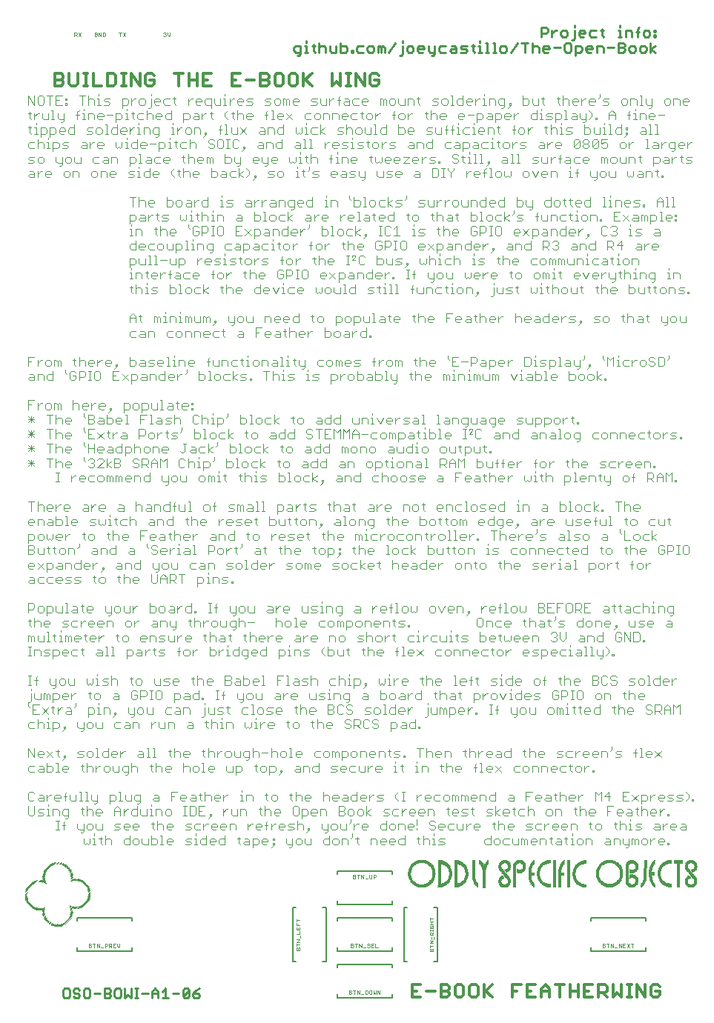
<source format=gbr>
G04 EAGLE Gerber RS-274X export*
G75*
%MOMM*%
%FSLAX34Y34*%
%LPD*%
%INSilkscreen Top*%
%IPPOS*%
%AMOC8*
5,1,8,0,0,1.08239X$1,22.5*%
G01*
%ADD10C,0.101600*%
%ADD11C,0.330200*%
%ADD12C,0.228600*%
%ADD13R,1.143000X0.076200*%
%ADD14R,1.219200X0.076200*%
%ADD15R,1.524000X0.076200*%
%ADD16R,1.828800X0.076200*%
%ADD17R,0.609600X0.076200*%
%ADD18R,0.533400X0.076200*%
%ADD19R,0.457200X0.076200*%
%ADD20R,0.381000X0.076200*%
%ADD21R,0.304800X0.076200*%
%ADD22R,0.228600X0.076200*%
%ADD23R,0.152400X0.076200*%
%ADD24R,0.076200X0.076200*%
%ADD25C,0.127000*%
%ADD26R,0.304800X0.025400*%
%ADD27R,0.177800X0.025400*%
%ADD28R,0.152400X0.025400*%
%ADD29R,0.050800X0.025400*%
%ADD30R,0.330200X0.025400*%
%ADD31R,0.406400X0.025400*%
%ADD32R,0.025400X0.025400*%
%ADD33R,0.203200X0.025400*%
%ADD34R,0.076200X0.025400*%
%ADD35R,0.584200X0.025400*%
%ADD36R,0.558800X0.025400*%
%ADD37R,0.381000X0.025400*%
%ADD38R,0.101600X0.025400*%
%ADD39R,0.508000X0.025400*%
%ADD40R,0.812800X0.025400*%
%ADD41R,0.431800X0.025400*%
%ADD42R,0.660400X0.025400*%
%ADD43R,0.355600X0.025400*%
%ADD44R,0.457200X0.025400*%
%ADD45R,0.609600X0.025400*%
%ADD46R,0.533400X0.025400*%
%ADD47R,0.635000X0.025400*%
%ADD48R,0.990600X0.025400*%
%ADD49R,0.127000X0.025400*%
%ADD50R,0.736600X0.025400*%
%ADD51R,0.711200X0.025400*%
%ADD52R,1.117600X0.025400*%
%ADD53R,0.965200X0.025400*%
%ADD54R,0.787400X0.025400*%
%ADD55R,1.244600X0.025400*%
%ADD56R,0.863600X0.025400*%
%ADD57R,0.838200X0.025400*%
%ADD58R,1.346200X0.025400*%
%ADD59R,0.228600X0.025400*%
%ADD60R,0.939800X0.025400*%
%ADD61R,1.219200X0.025400*%
%ADD62R,0.889000X0.025400*%
%ADD63R,0.914400X0.025400*%
%ADD64R,1.447800X0.025400*%
%ADD65R,0.762000X0.025400*%
%ADD66R,0.254000X0.025400*%
%ADD67R,0.685800X0.025400*%
%ADD68R,1.549400X0.025400*%
%ADD69R,0.279400X0.025400*%
%ADD70R,1.041400X0.025400*%
%ADD71R,1.016000X0.025400*%
%ADD72R,1.651000X0.025400*%
%ADD73R,1.066800X0.025400*%
%ADD74R,1.701800X0.025400*%
%ADD75R,1.625600X0.025400*%
%ADD76R,1.803400X0.025400*%
%ADD77R,1.168400X0.025400*%
%ADD78R,1.143000X0.025400*%
%ADD79R,1.854200X0.025400*%
%ADD80R,1.778000X0.025400*%
%ADD81R,1.193800X0.025400*%
%ADD82R,0.482600X0.025400*%
%ADD83R,1.930400X0.025400*%
%ADD84R,1.092200X0.025400*%
%ADD85R,1.879600X0.025400*%
%ADD86R,1.828800X0.025400*%
%ADD87R,1.752600X0.025400*%
%ADD88R,1.727200X0.025400*%
%ADD89R,1.676400X0.025400*%
%ADD90R,1.600200X0.025400*%
%ADD91R,1.574800X0.025400*%
%ADD92R,1.498600X0.025400*%
%ADD93R,1.473200X0.025400*%
%ADD94R,1.397000X0.025400*%
%ADD95R,1.295400X0.025400*%
%ADD96R,1.270000X0.025400*%


D10*
X370418Y10668D02*
X370418Y14735D01*
X372451Y14735D01*
X373129Y14058D01*
X373129Y13380D01*
X372451Y12702D01*
X373129Y12024D01*
X373129Y11346D01*
X372451Y10668D01*
X370418Y10668D01*
X370418Y12702D02*
X372451Y12702D01*
X376451Y14735D02*
X376451Y10668D01*
X375095Y14735D02*
X377807Y14735D01*
X379773Y14735D02*
X379773Y10668D01*
X382484Y10668D02*
X379773Y14735D01*
X382484Y14735D02*
X382484Y10668D01*
X384450Y9990D02*
X387162Y9990D01*
X389128Y10668D02*
X389128Y14735D01*
X389128Y10668D02*
X391162Y10668D01*
X391840Y11346D01*
X391840Y14058D01*
X391162Y14735D01*
X389128Y14735D01*
X394484Y14735D02*
X395839Y14735D01*
X394484Y14735D02*
X393806Y14058D01*
X393806Y11346D01*
X394484Y10668D01*
X395839Y10668D01*
X396517Y11346D01*
X396517Y14058D01*
X395839Y14735D01*
X398483Y14735D02*
X398483Y10668D01*
X399839Y12024D01*
X401195Y10668D01*
X401195Y14735D01*
X403161Y14735D02*
X403161Y10668D01*
X405872Y10668D02*
X403161Y14735D01*
X405872Y14735D02*
X405872Y10668D01*
X372756Y64008D02*
X372756Y68075D01*
X374790Y68075D01*
X375468Y67398D01*
X375468Y66720D01*
X374790Y66042D01*
X375468Y65364D01*
X375468Y64686D01*
X374790Y64008D01*
X372756Y64008D01*
X372756Y66042D02*
X374790Y66042D01*
X378790Y68075D02*
X378790Y64008D01*
X377434Y68075D02*
X380146Y68075D01*
X382112Y68075D02*
X382112Y64008D01*
X384823Y64008D02*
X382112Y68075D01*
X384823Y68075D02*
X384823Y64008D01*
X386789Y63330D02*
X389501Y63330D01*
X394178Y67398D02*
X393501Y68075D01*
X392145Y68075D01*
X391467Y67398D01*
X391467Y66720D01*
X392145Y66042D01*
X393501Y66042D01*
X394178Y65364D01*
X394178Y64686D01*
X393501Y64008D01*
X392145Y64008D01*
X391467Y64686D01*
X396144Y68075D02*
X398856Y68075D01*
X396144Y68075D02*
X396144Y64008D01*
X398856Y64008D01*
X397500Y66042D02*
X396144Y66042D01*
X400822Y68075D02*
X400822Y64008D01*
X403534Y64008D01*
X375095Y142748D02*
X375095Y146815D01*
X377129Y146815D01*
X377807Y146138D01*
X377807Y145460D01*
X377129Y144782D01*
X377807Y144104D01*
X377807Y143426D01*
X377129Y142748D01*
X375095Y142748D01*
X375095Y144782D02*
X377129Y144782D01*
X381129Y146815D02*
X381129Y142748D01*
X382484Y146815D02*
X379773Y146815D01*
X384450Y146815D02*
X384450Y142748D01*
X387162Y142748D02*
X384450Y146815D01*
X387162Y146815D02*
X387162Y142748D01*
X389128Y142070D02*
X391840Y142070D01*
X393806Y143426D02*
X393806Y146815D01*
X393806Y143426D02*
X394484Y142748D01*
X395839Y142748D01*
X396517Y143426D01*
X396517Y146815D01*
X398483Y146815D02*
X398483Y142748D01*
X398483Y146815D02*
X400517Y146815D01*
X401195Y146138D01*
X401195Y144782D01*
X400517Y144104D01*
X398483Y144104D01*
X659978Y68075D02*
X659978Y64008D01*
X659978Y68075D02*
X662011Y68075D01*
X662689Y67398D01*
X662689Y66720D01*
X662011Y66042D01*
X662689Y65364D01*
X662689Y64686D01*
X662011Y64008D01*
X659978Y64008D01*
X659978Y66042D02*
X662011Y66042D01*
X666011Y68075D02*
X666011Y64008D01*
X664655Y68075D02*
X667367Y68075D01*
X669333Y68075D02*
X669333Y64008D01*
X672044Y64008D02*
X669333Y68075D01*
X672044Y68075D02*
X672044Y64008D01*
X674010Y63330D02*
X676722Y63330D01*
X678688Y64008D02*
X678688Y68075D01*
X681400Y64008D01*
X681400Y68075D01*
X683366Y68075D02*
X686077Y68075D01*
X683366Y68075D02*
X683366Y64008D01*
X686077Y64008D01*
X684721Y66042D02*
X683366Y66042D01*
X688043Y68075D02*
X690755Y64008D01*
X688043Y64008D02*
X690755Y68075D01*
X694077Y68075D02*
X694077Y64008D01*
X695432Y68075D02*
X692721Y68075D01*
D11*
X452330Y21221D02*
X442670Y21221D01*
X442670Y6731D01*
X452330Y6731D01*
X447500Y13976D02*
X442670Y13976D01*
X459041Y13976D02*
X468701Y13976D01*
X475413Y6731D02*
X475413Y21221D01*
X482658Y21221D01*
X485073Y18806D01*
X485073Y16391D01*
X482658Y13976D01*
X485073Y11561D01*
X485073Y9146D01*
X482658Y6731D01*
X475413Y6731D01*
X475413Y13976D02*
X482658Y13976D01*
X494199Y21221D02*
X499029Y21221D01*
X494199Y21221D02*
X491784Y18806D01*
X491784Y9146D01*
X494199Y6731D01*
X499029Y6731D01*
X501444Y9146D01*
X501444Y18806D01*
X499029Y21221D01*
X510571Y21221D02*
X515401Y21221D01*
X510571Y21221D02*
X508156Y18806D01*
X508156Y9146D01*
X510571Y6731D01*
X515401Y6731D01*
X517816Y9146D01*
X517816Y18806D01*
X515401Y21221D01*
X524527Y21221D02*
X524527Y6731D01*
X524527Y11561D02*
X534188Y21221D01*
X526942Y13976D02*
X534188Y6731D01*
X557270Y6731D02*
X557270Y21221D01*
X566931Y21221D01*
X562101Y13976D02*
X557270Y13976D01*
X573642Y21221D02*
X583302Y21221D01*
X573642Y21221D02*
X573642Y6731D01*
X583302Y6731D01*
X578472Y13976D02*
X573642Y13976D01*
X590014Y16391D02*
X590014Y6731D01*
X590014Y16391D02*
X594844Y21221D01*
X599674Y16391D01*
X599674Y6731D01*
X599674Y13976D02*
X590014Y13976D01*
X611215Y6731D02*
X611215Y21221D01*
X606385Y21221D02*
X616045Y21221D01*
X622757Y21221D02*
X622757Y6731D01*
X622757Y13976D02*
X632417Y13976D01*
X632417Y21221D02*
X632417Y6731D01*
X639128Y21221D02*
X648789Y21221D01*
X639128Y21221D02*
X639128Y6731D01*
X648789Y6731D01*
X643958Y13976D02*
X639128Y13976D01*
X655500Y6731D02*
X655500Y21221D01*
X662745Y21221D01*
X665160Y18806D01*
X665160Y13976D01*
X662745Y11561D01*
X655500Y11561D01*
X660330Y11561D02*
X665160Y6731D01*
X671871Y6731D02*
X671871Y21221D01*
X676702Y11561D02*
X671871Y6731D01*
X676702Y11561D02*
X681532Y6731D01*
X681532Y21221D01*
X688243Y6731D02*
X693073Y6731D01*
X690658Y6731D02*
X690658Y21221D01*
X688243Y21221D02*
X693073Y21221D01*
X699157Y21221D02*
X699157Y6731D01*
X708818Y6731D02*
X699157Y21221D01*
X708818Y21221D02*
X708818Y6731D01*
X722774Y21221D02*
X725189Y18806D01*
X722774Y21221D02*
X717944Y21221D01*
X715529Y18806D01*
X715529Y9146D01*
X717944Y6731D01*
X722774Y6731D01*
X725189Y9146D01*
X725189Y13976D01*
X720359Y13976D01*
D10*
X73238Y64008D02*
X73238Y68075D01*
X75271Y68075D01*
X75949Y67398D01*
X75949Y66720D01*
X75271Y66042D01*
X75949Y65364D01*
X75949Y64686D01*
X75271Y64008D01*
X73238Y64008D01*
X73238Y66042D02*
X75271Y66042D01*
X79271Y68075D02*
X79271Y64008D01*
X77915Y68075D02*
X80627Y68075D01*
X82593Y68075D02*
X82593Y64008D01*
X85304Y64008D02*
X82593Y68075D01*
X85304Y68075D02*
X85304Y64008D01*
X87270Y63330D02*
X89982Y63330D01*
X91948Y64008D02*
X91948Y68075D01*
X93982Y68075D01*
X94660Y67398D01*
X94660Y66042D01*
X93982Y65364D01*
X91948Y65364D01*
X96626Y64008D02*
X96626Y68075D01*
X98659Y68075D01*
X99337Y67398D01*
X99337Y66042D01*
X98659Y65364D01*
X96626Y65364D01*
X97981Y65364D02*
X99337Y64008D01*
X101303Y68075D02*
X104015Y68075D01*
X101303Y68075D02*
X101303Y64008D01*
X104015Y64008D01*
X102659Y66042D02*
X101303Y66042D01*
X105981Y65364D02*
X105981Y68075D01*
X105981Y65364D02*
X107337Y64008D01*
X108692Y65364D01*
X108692Y68075D01*
X462785Y58978D02*
X466852Y58978D01*
X462785Y58978D02*
X462785Y61012D01*
X463462Y61690D01*
X464140Y61690D01*
X464818Y61012D01*
X465496Y61690D01*
X466174Y61690D01*
X466852Y61012D01*
X466852Y58978D01*
X464818Y58978D02*
X464818Y61012D01*
X462785Y65012D02*
X466852Y65012D01*
X462785Y63656D02*
X462785Y66368D01*
X462785Y68334D02*
X466852Y68334D01*
X466852Y71045D02*
X462785Y68334D01*
X462785Y71045D02*
X466852Y71045D01*
X467530Y73011D02*
X467530Y75723D01*
X466852Y77689D02*
X462785Y77689D01*
X462785Y79723D01*
X463462Y80400D01*
X464818Y80400D01*
X465496Y79723D01*
X465496Y77689D01*
X465496Y79045D02*
X466852Y80400D01*
X466852Y82366D02*
X466852Y83722D01*
X466852Y83044D02*
X462785Y83044D01*
X462785Y82366D02*
X462785Y83722D01*
X462785Y87519D02*
X463462Y88196D01*
X462785Y87519D02*
X462785Y86163D01*
X463462Y85485D01*
X466174Y85485D01*
X466852Y86163D01*
X466852Y87519D01*
X466174Y88196D01*
X464818Y88196D01*
X464818Y86841D01*
X462785Y90162D02*
X466852Y90162D01*
X464818Y90162D02*
X464818Y92874D01*
X462785Y92874D02*
X466852Y92874D01*
X466852Y96196D02*
X462785Y96196D01*
X462785Y94840D02*
X462785Y97552D01*
X314452Y60538D02*
X310385Y60538D01*
X310385Y62571D01*
X311062Y63249D01*
X311740Y63249D01*
X312418Y62571D01*
X313096Y63249D01*
X313774Y63249D01*
X314452Y62571D01*
X314452Y60538D01*
X312418Y60538D02*
X312418Y62571D01*
X310385Y66571D02*
X314452Y66571D01*
X310385Y65215D02*
X310385Y67927D01*
X310385Y69893D02*
X314452Y69893D01*
X314452Y72604D02*
X310385Y69893D01*
X310385Y72604D02*
X314452Y72604D01*
X315130Y74570D02*
X315130Y77282D01*
X314452Y79248D02*
X310385Y79248D01*
X314452Y79248D02*
X314452Y81960D01*
X310385Y83926D02*
X310385Y86637D01*
X310385Y83926D02*
X314452Y83926D01*
X314452Y86637D01*
X312418Y85281D02*
X312418Y83926D01*
X310385Y88603D02*
X314452Y88603D01*
X310385Y88603D02*
X310385Y91315D01*
X312418Y89959D02*
X312418Y88603D01*
X314452Y94637D02*
X310385Y94637D01*
X310385Y95992D02*
X310385Y93281D01*
D12*
X49534Y16646D02*
X46060Y16646D01*
X44323Y14909D01*
X44323Y7960D01*
X46060Y6223D01*
X49534Y6223D01*
X51272Y7960D01*
X51272Y14909D01*
X49534Y16646D01*
X61228Y16646D02*
X62966Y14909D01*
X61228Y16646D02*
X57754Y16646D01*
X56017Y14909D01*
X56017Y13172D01*
X57754Y11434D01*
X61228Y11434D01*
X62966Y9697D01*
X62966Y7960D01*
X61228Y6223D01*
X57754Y6223D01*
X56017Y7960D01*
X69448Y16646D02*
X72922Y16646D01*
X69448Y16646D02*
X67711Y14909D01*
X67711Y7960D01*
X69448Y6223D01*
X72922Y6223D01*
X74660Y7960D01*
X74660Y14909D01*
X72922Y16646D01*
X79405Y11434D02*
X86354Y11434D01*
X91099Y6223D02*
X91099Y16646D01*
X96310Y16646D01*
X98047Y14909D01*
X98047Y13172D01*
X96310Y11434D01*
X98047Y9697D01*
X98047Y7960D01*
X96310Y6223D01*
X91099Y6223D01*
X91099Y11434D02*
X96310Y11434D01*
X104530Y16646D02*
X108004Y16646D01*
X104530Y16646D02*
X102793Y14909D01*
X102793Y7960D01*
X104530Y6223D01*
X108004Y6223D01*
X109741Y7960D01*
X109741Y14909D01*
X108004Y16646D01*
X114487Y16646D02*
X114487Y6223D01*
X117961Y9697D01*
X121435Y6223D01*
X121435Y16646D01*
X126181Y6223D02*
X129655Y6223D01*
X127918Y6223D02*
X127918Y16646D01*
X126181Y16646D02*
X129655Y16646D01*
X133977Y11434D02*
X140925Y11434D01*
X145671Y13172D02*
X145671Y6223D01*
X145671Y13172D02*
X149145Y16646D01*
X152619Y13172D01*
X152619Y6223D01*
X152619Y11434D02*
X145671Y11434D01*
X157365Y13172D02*
X160839Y16646D01*
X160839Y6223D01*
X157365Y6223D02*
X164313Y6223D01*
X169059Y11434D02*
X176007Y11434D01*
X180753Y7960D02*
X180753Y14909D01*
X182490Y16646D01*
X185964Y16646D01*
X187701Y14909D01*
X187701Y7960D01*
X185964Y6223D01*
X182490Y6223D01*
X180753Y7960D01*
X187701Y14909D01*
X195921Y14909D02*
X199395Y16646D01*
X195921Y14909D02*
X192447Y11434D01*
X192447Y7960D01*
X194184Y6223D01*
X197658Y6223D01*
X199395Y7960D01*
X199395Y9697D01*
X197658Y11434D01*
X192447Y11434D01*
D10*
X82817Y1108798D02*
X82139Y1109475D01*
X80784Y1109475D01*
X80106Y1108798D01*
X80106Y1106086D01*
X80784Y1105408D01*
X82139Y1105408D01*
X82817Y1106086D01*
X82817Y1107442D01*
X81461Y1107442D01*
X84783Y1109475D02*
X84783Y1105408D01*
X87495Y1105408D02*
X84783Y1109475D01*
X87495Y1109475D02*
X87495Y1105408D01*
X89461Y1105408D02*
X89461Y1109475D01*
X89461Y1105408D02*
X91495Y1105408D01*
X92172Y1106086D01*
X92172Y1108798D01*
X91495Y1109475D01*
X89461Y1109475D01*
X57044Y1109475D02*
X57044Y1105408D01*
X57044Y1109475D02*
X59078Y1109475D01*
X59756Y1108798D01*
X59756Y1107442D01*
X59078Y1106764D01*
X57044Y1106764D01*
X58400Y1106764D02*
X59756Y1105408D01*
X61722Y1109475D02*
X64434Y1105408D01*
X61722Y1105408D02*
X64434Y1109475D01*
X109200Y1109475D02*
X109200Y1105408D01*
X107844Y1109475D02*
X110556Y1109475D01*
X112522Y1109475D02*
X115234Y1105408D01*
X112522Y1105408D02*
X115234Y1109475D01*
X158644Y1108798D02*
X159322Y1109475D01*
X160678Y1109475D01*
X161356Y1108798D01*
X161356Y1108120D01*
X160678Y1107442D01*
X160000Y1107442D01*
X160678Y1107442D02*
X161356Y1106764D01*
X161356Y1106086D01*
X160678Y1105408D01*
X159322Y1105408D01*
X158644Y1106086D01*
X163322Y1106764D02*
X163322Y1109475D01*
X163322Y1106764D02*
X164678Y1105408D01*
X166034Y1106764D01*
X166034Y1109475D01*
D12*
X311254Y1082989D02*
X313097Y1082989D01*
X314940Y1084832D01*
X314940Y1094048D01*
X309410Y1094048D01*
X307567Y1092205D01*
X307567Y1088519D01*
X309410Y1086676D01*
X314940Y1086676D01*
X319846Y1094048D02*
X321689Y1094048D01*
X321689Y1086676D01*
X319846Y1086676D02*
X323532Y1086676D01*
X321689Y1097734D02*
X321689Y1099577D01*
X329875Y1095891D02*
X329875Y1088519D01*
X331718Y1086676D01*
X331718Y1094048D02*
X328032Y1094048D01*
X336218Y1097734D02*
X336218Y1086676D01*
X336218Y1092205D02*
X338061Y1094048D01*
X341747Y1094048D01*
X343590Y1092205D01*
X343590Y1086676D01*
X348496Y1088519D02*
X348496Y1094048D01*
X348496Y1088519D02*
X350339Y1086676D01*
X355869Y1086676D01*
X355869Y1094048D01*
X360775Y1097734D02*
X360775Y1086676D01*
X366304Y1086676D01*
X368147Y1088519D01*
X368147Y1092205D01*
X366304Y1094048D01*
X360775Y1094048D01*
X373054Y1088519D02*
X373054Y1086676D01*
X373054Y1088519D02*
X374897Y1088519D01*
X374897Y1086676D01*
X373054Y1086676D01*
X381036Y1094048D02*
X386565Y1094048D01*
X381036Y1094048D02*
X379193Y1092205D01*
X379193Y1088519D01*
X381036Y1086676D01*
X386565Y1086676D01*
X393315Y1086676D02*
X397001Y1086676D01*
X398844Y1088519D01*
X398844Y1092205D01*
X397001Y1094048D01*
X393315Y1094048D01*
X391472Y1092205D01*
X391472Y1088519D01*
X393315Y1086676D01*
X403750Y1086676D02*
X403750Y1094048D01*
X405594Y1094048D01*
X407437Y1092205D01*
X407437Y1086676D01*
X407437Y1092205D02*
X409280Y1094048D01*
X411123Y1092205D01*
X411123Y1086676D01*
X416029Y1086676D02*
X423401Y1097734D01*
X428308Y1082989D02*
X430151Y1082989D01*
X431994Y1084832D01*
X431994Y1094048D01*
X431994Y1097734D02*
X431994Y1099577D01*
X438337Y1086676D02*
X442023Y1086676D01*
X443866Y1088519D01*
X443866Y1092205D01*
X442023Y1094048D01*
X438337Y1094048D01*
X436494Y1092205D01*
X436494Y1088519D01*
X438337Y1086676D01*
X450615Y1086676D02*
X454302Y1086676D01*
X450615Y1086676D02*
X448772Y1088519D01*
X448772Y1092205D01*
X450615Y1094048D01*
X454302Y1094048D01*
X456145Y1092205D01*
X456145Y1090362D01*
X448772Y1090362D01*
X461051Y1088519D02*
X461051Y1094048D01*
X461051Y1088519D02*
X462894Y1086676D01*
X468423Y1086676D01*
X468423Y1084832D02*
X468423Y1094048D01*
X468423Y1084832D02*
X466580Y1082989D01*
X464737Y1082989D01*
X475173Y1094048D02*
X480702Y1094048D01*
X475173Y1094048D02*
X473330Y1092205D01*
X473330Y1088519D01*
X475173Y1086676D01*
X480702Y1086676D01*
X487451Y1094048D02*
X491138Y1094048D01*
X492981Y1092205D01*
X492981Y1086676D01*
X487451Y1086676D01*
X485608Y1088519D01*
X487451Y1090362D01*
X492981Y1090362D01*
X497887Y1086676D02*
X503416Y1086676D01*
X505259Y1088519D01*
X503416Y1090362D01*
X499730Y1090362D01*
X497887Y1092205D01*
X499730Y1094048D01*
X505259Y1094048D01*
X512009Y1095891D02*
X512009Y1088519D01*
X513852Y1086676D01*
X513852Y1094048D02*
X510166Y1094048D01*
X518352Y1094048D02*
X520195Y1094048D01*
X520195Y1086676D01*
X518352Y1086676D02*
X522038Y1086676D01*
X520195Y1097734D02*
X520195Y1099577D01*
X526537Y1097734D02*
X528380Y1097734D01*
X528380Y1086676D01*
X526537Y1086676D02*
X530223Y1086676D01*
X534723Y1097734D02*
X536566Y1097734D01*
X536566Y1086676D01*
X534723Y1086676D02*
X538409Y1086676D01*
X544752Y1086676D02*
X548438Y1086676D01*
X550281Y1088519D01*
X550281Y1092205D01*
X548438Y1094048D01*
X544752Y1094048D01*
X542909Y1092205D01*
X542909Y1088519D01*
X544752Y1086676D01*
X555188Y1086676D02*
X562560Y1097734D01*
X571152Y1097734D02*
X571152Y1086676D01*
X567466Y1097734D02*
X574839Y1097734D01*
X579745Y1097734D02*
X579745Y1086676D01*
X579745Y1092205D02*
X581588Y1094048D01*
X585274Y1094048D01*
X587117Y1092205D01*
X587117Y1086676D01*
X593867Y1086676D02*
X597553Y1086676D01*
X593867Y1086676D02*
X592024Y1088519D01*
X592024Y1092205D01*
X593867Y1094048D01*
X597553Y1094048D01*
X599396Y1092205D01*
X599396Y1090362D01*
X592024Y1090362D01*
X604302Y1092205D02*
X611675Y1092205D01*
X618424Y1097734D02*
X622110Y1097734D01*
X618424Y1097734D02*
X616581Y1095891D01*
X616581Y1088519D01*
X618424Y1086676D01*
X622110Y1086676D01*
X623953Y1088519D01*
X623953Y1095891D01*
X622110Y1097734D01*
X628860Y1094048D02*
X628860Y1082989D01*
X628860Y1094048D02*
X634389Y1094048D01*
X636232Y1092205D01*
X636232Y1088519D01*
X634389Y1086676D01*
X628860Y1086676D01*
X642981Y1086676D02*
X646668Y1086676D01*
X642981Y1086676D02*
X641138Y1088519D01*
X641138Y1092205D01*
X642981Y1094048D01*
X646668Y1094048D01*
X648511Y1092205D01*
X648511Y1090362D01*
X641138Y1090362D01*
X653417Y1086676D02*
X653417Y1094048D01*
X658946Y1094048D01*
X660789Y1092205D01*
X660789Y1086676D01*
X665696Y1092205D02*
X673068Y1092205D01*
X677974Y1086676D02*
X677974Y1097734D01*
X683504Y1097734D01*
X685347Y1095891D01*
X685347Y1094048D01*
X683504Y1092205D01*
X685347Y1090362D01*
X685347Y1088519D01*
X683504Y1086676D01*
X677974Y1086676D01*
X677974Y1092205D02*
X683504Y1092205D01*
X692096Y1086676D02*
X695782Y1086676D01*
X697625Y1088519D01*
X697625Y1092205D01*
X695782Y1094048D01*
X692096Y1094048D01*
X690253Y1092205D01*
X690253Y1088519D01*
X692096Y1086676D01*
X704375Y1086676D02*
X708061Y1086676D01*
X709904Y1088519D01*
X709904Y1092205D01*
X708061Y1094048D01*
X704375Y1094048D01*
X702532Y1092205D01*
X702532Y1088519D01*
X704375Y1086676D01*
X714810Y1086676D02*
X714810Y1097734D01*
X714810Y1090362D02*
X720340Y1086676D01*
X714810Y1090362D02*
X720340Y1094048D01*
X589977Y1104456D02*
X589977Y1115514D01*
X595507Y1115514D01*
X597350Y1113671D01*
X597350Y1109985D01*
X595507Y1108142D01*
X589977Y1108142D01*
X602256Y1104456D02*
X602256Y1111828D01*
X602256Y1108142D02*
X605942Y1111828D01*
X607785Y1111828D01*
X614331Y1104456D02*
X618018Y1104456D01*
X619861Y1106299D01*
X619861Y1109985D01*
X618018Y1111828D01*
X614331Y1111828D01*
X612488Y1109985D01*
X612488Y1106299D01*
X614331Y1104456D01*
X624767Y1100769D02*
X626610Y1100769D01*
X628453Y1102612D01*
X628453Y1111828D01*
X628453Y1115514D02*
X628453Y1117357D01*
X634796Y1104456D02*
X638482Y1104456D01*
X634796Y1104456D02*
X632953Y1106299D01*
X632953Y1109985D01*
X634796Y1111828D01*
X638482Y1111828D01*
X640325Y1109985D01*
X640325Y1108142D01*
X632953Y1108142D01*
X647075Y1111828D02*
X652604Y1111828D01*
X647075Y1111828D02*
X645231Y1109985D01*
X645231Y1106299D01*
X647075Y1104456D01*
X652604Y1104456D01*
X659353Y1106299D02*
X659353Y1113671D01*
X659353Y1106299D02*
X661196Y1104456D01*
X661196Y1111828D02*
X657510Y1111828D01*
X677975Y1111828D02*
X679818Y1111828D01*
X679818Y1104456D01*
X677975Y1104456D02*
X681661Y1104456D01*
X679818Y1115514D02*
X679818Y1117357D01*
X686160Y1111828D02*
X686160Y1104456D01*
X686160Y1111828D02*
X691690Y1111828D01*
X693533Y1109985D01*
X693533Y1104456D01*
X700282Y1104456D02*
X700282Y1113671D01*
X702125Y1115514D01*
X702125Y1109985D02*
X698439Y1109985D01*
X708468Y1104456D02*
X712154Y1104456D01*
X713997Y1106299D01*
X713997Y1109985D01*
X712154Y1111828D01*
X708468Y1111828D01*
X706625Y1109985D01*
X706625Y1106299D01*
X708468Y1104456D01*
X718904Y1111828D02*
X720747Y1111828D01*
X720747Y1109985D01*
X718904Y1109985D01*
X718904Y1111828D01*
X718904Y1106299D02*
X720747Y1106299D01*
X720747Y1104456D01*
X718904Y1104456D01*
X718904Y1106299D01*
D11*
X34671Y1062621D02*
X34671Y1048131D01*
X34671Y1062621D02*
X41916Y1062621D01*
X44331Y1060206D01*
X44331Y1057791D01*
X41916Y1055376D01*
X44331Y1052961D01*
X44331Y1050546D01*
X41916Y1048131D01*
X34671Y1048131D01*
X34671Y1055376D02*
X41916Y1055376D01*
X51043Y1050546D02*
X51043Y1062621D01*
X51043Y1050546D02*
X53458Y1048131D01*
X58288Y1048131D01*
X60703Y1050546D01*
X60703Y1062621D01*
X67414Y1048131D02*
X72244Y1048131D01*
X69829Y1048131D02*
X69829Y1062621D01*
X67414Y1062621D02*
X72244Y1062621D01*
X78329Y1062621D02*
X78329Y1048131D01*
X87989Y1048131D01*
X94700Y1048131D02*
X94700Y1062621D01*
X94700Y1048131D02*
X101945Y1048131D01*
X104360Y1050546D01*
X104360Y1060206D01*
X101945Y1062621D01*
X94700Y1062621D01*
X111072Y1048131D02*
X115902Y1048131D01*
X113487Y1048131D02*
X113487Y1062621D01*
X111072Y1062621D02*
X115902Y1062621D01*
X121986Y1062621D02*
X121986Y1048131D01*
X131646Y1048131D02*
X121986Y1062621D01*
X131646Y1062621D02*
X131646Y1048131D01*
X145603Y1062621D02*
X148018Y1060206D01*
X145603Y1062621D02*
X140773Y1062621D01*
X138358Y1060206D01*
X138358Y1050546D01*
X140773Y1048131D01*
X145603Y1048131D01*
X148018Y1050546D01*
X148018Y1055376D01*
X143188Y1055376D01*
X175931Y1048131D02*
X175931Y1062621D01*
X171101Y1062621D02*
X180761Y1062621D01*
X187472Y1062621D02*
X187472Y1048131D01*
X187472Y1055376D02*
X197133Y1055376D01*
X197133Y1062621D02*
X197133Y1048131D01*
X203844Y1062621D02*
X213504Y1062621D01*
X203844Y1062621D02*
X203844Y1048131D01*
X213504Y1048131D01*
X208674Y1055376D02*
X203844Y1055376D01*
X236587Y1062621D02*
X246247Y1062621D01*
X236587Y1062621D02*
X236587Y1048131D01*
X246247Y1048131D01*
X241417Y1055376D02*
X236587Y1055376D01*
X252959Y1055376D02*
X262619Y1055376D01*
X269330Y1048131D02*
X269330Y1062621D01*
X276575Y1062621D01*
X278990Y1060206D01*
X278990Y1057791D01*
X276575Y1055376D01*
X278990Y1052961D01*
X278990Y1050546D01*
X276575Y1048131D01*
X269330Y1048131D01*
X269330Y1055376D02*
X276575Y1055376D01*
X288117Y1062621D02*
X292947Y1062621D01*
X288117Y1062621D02*
X285702Y1060206D01*
X285702Y1050546D01*
X288117Y1048131D01*
X292947Y1048131D01*
X295362Y1050546D01*
X295362Y1060206D01*
X292947Y1062621D01*
X304488Y1062621D02*
X309318Y1062621D01*
X304488Y1062621D02*
X302073Y1060206D01*
X302073Y1050546D01*
X304488Y1048131D01*
X309318Y1048131D01*
X311733Y1050546D01*
X311733Y1060206D01*
X309318Y1062621D01*
X318445Y1062621D02*
X318445Y1048131D01*
X318445Y1052961D02*
X328105Y1062621D01*
X320860Y1055376D02*
X328105Y1048131D01*
X351188Y1048131D02*
X351188Y1062621D01*
X356018Y1052961D02*
X351188Y1048131D01*
X356018Y1052961D02*
X360848Y1048131D01*
X360848Y1062621D01*
X367559Y1048131D02*
X372390Y1048131D01*
X369975Y1048131D02*
X369975Y1062621D01*
X372390Y1062621D02*
X367559Y1062621D01*
X378474Y1062621D02*
X378474Y1048131D01*
X388134Y1048131D02*
X378474Y1062621D01*
X388134Y1062621D02*
X388134Y1048131D01*
X402091Y1062621D02*
X404506Y1060206D01*
X402091Y1062621D02*
X397260Y1062621D01*
X394845Y1060206D01*
X394845Y1050546D01*
X397260Y1048131D01*
X402091Y1048131D01*
X404506Y1050546D01*
X404506Y1055376D01*
X399676Y1055376D01*
D10*
X4318Y1037091D02*
X4318Y1026668D01*
X11267Y1026668D02*
X4318Y1037091D01*
X11267Y1037091D02*
X11267Y1026668D01*
X16580Y1037091D02*
X20054Y1037091D01*
X16580Y1037091D02*
X14843Y1035354D01*
X14843Y1028405D01*
X16580Y1026668D01*
X20054Y1026668D01*
X21791Y1028405D01*
X21791Y1035354D01*
X20054Y1037091D01*
X28841Y1037091D02*
X28841Y1026668D01*
X25367Y1037091D02*
X32316Y1037091D01*
X35892Y1037091D02*
X42840Y1037091D01*
X35892Y1037091D02*
X35892Y1026668D01*
X42840Y1026668D01*
X39366Y1031879D02*
X35892Y1031879D01*
X46416Y1033617D02*
X48154Y1033617D01*
X48154Y1031879D01*
X46416Y1031879D01*
X46416Y1033617D01*
X46416Y1028405D02*
X48154Y1028405D01*
X48154Y1026668D01*
X46416Y1026668D01*
X46416Y1028405D01*
X65678Y1026668D02*
X65678Y1037091D01*
X69152Y1037091D02*
X62203Y1037091D01*
X72728Y1037091D02*
X72728Y1026668D01*
X72728Y1031879D02*
X74465Y1033617D01*
X77939Y1033617D01*
X79676Y1031879D01*
X79676Y1026668D01*
X83252Y1033617D02*
X84990Y1033617D01*
X84990Y1026668D01*
X86727Y1026668D02*
X83252Y1026668D01*
X84990Y1037091D02*
X84990Y1038828D01*
X90269Y1026668D02*
X95480Y1026668D01*
X97217Y1028405D01*
X95480Y1030142D01*
X92006Y1030142D01*
X90269Y1031879D01*
X92006Y1033617D01*
X97217Y1033617D01*
X111318Y1033617D02*
X111318Y1023194D01*
X111318Y1033617D02*
X116529Y1033617D01*
X118267Y1031879D01*
X118267Y1028405D01*
X116529Y1026668D01*
X111318Y1026668D01*
X121843Y1026668D02*
X121843Y1033617D01*
X125317Y1033617D02*
X121843Y1030142D01*
X125317Y1033617D02*
X127054Y1033617D01*
X132350Y1026668D02*
X135825Y1026668D01*
X137562Y1028405D01*
X137562Y1031879D01*
X135825Y1033617D01*
X132350Y1033617D01*
X130613Y1031879D01*
X130613Y1028405D01*
X132350Y1026668D01*
X141138Y1023194D02*
X142875Y1023194D01*
X144612Y1024931D01*
X144612Y1033617D01*
X144612Y1037091D02*
X144612Y1038828D01*
X149891Y1026668D02*
X153365Y1026668D01*
X149891Y1026668D02*
X148154Y1028405D01*
X148154Y1031879D01*
X149891Y1033617D01*
X153365Y1033617D01*
X155103Y1031879D01*
X155103Y1030142D01*
X148154Y1030142D01*
X160416Y1033617D02*
X165627Y1033617D01*
X160416Y1033617D02*
X158679Y1031879D01*
X158679Y1028405D01*
X160416Y1026668D01*
X165627Y1026668D01*
X170940Y1028405D02*
X170940Y1035354D01*
X170940Y1028405D02*
X172678Y1026668D01*
X172678Y1033617D02*
X169203Y1033617D01*
X186744Y1033617D02*
X186744Y1026668D01*
X186744Y1030142D02*
X190218Y1033617D01*
X191956Y1033617D01*
X197252Y1026668D02*
X200726Y1026668D01*
X197252Y1026668D02*
X195515Y1028405D01*
X195515Y1031879D01*
X197252Y1033617D01*
X200726Y1033617D01*
X202463Y1031879D01*
X202463Y1030142D01*
X195515Y1030142D01*
X212988Y1033617D02*
X212988Y1023194D01*
X212988Y1033617D02*
X207776Y1033617D01*
X206039Y1031879D01*
X206039Y1028405D01*
X207776Y1026668D01*
X212988Y1026668D01*
X216564Y1028405D02*
X216564Y1033617D01*
X216564Y1028405D02*
X218301Y1026668D01*
X223512Y1026668D01*
X223512Y1033617D01*
X227088Y1033617D02*
X228826Y1033617D01*
X228826Y1026668D01*
X230563Y1026668D02*
X227088Y1026668D01*
X228826Y1037091D02*
X228826Y1038828D01*
X234105Y1033617D02*
X234105Y1026668D01*
X234105Y1030142D02*
X237579Y1033617D01*
X239316Y1033617D01*
X244612Y1026668D02*
X248087Y1026668D01*
X244612Y1026668D02*
X242875Y1028405D01*
X242875Y1031879D01*
X244612Y1033617D01*
X248087Y1033617D01*
X249824Y1031879D01*
X249824Y1030142D01*
X242875Y1030142D01*
X253400Y1026668D02*
X258611Y1026668D01*
X260348Y1028405D01*
X258611Y1030142D01*
X255137Y1030142D01*
X253400Y1031879D01*
X255137Y1033617D01*
X260348Y1033617D01*
X274449Y1026668D02*
X279661Y1026668D01*
X281398Y1028405D01*
X279661Y1030142D01*
X276186Y1030142D01*
X274449Y1031879D01*
X276186Y1033617D01*
X281398Y1033617D01*
X286711Y1026668D02*
X290185Y1026668D01*
X291922Y1028405D01*
X291922Y1031879D01*
X290185Y1033617D01*
X286711Y1033617D01*
X284974Y1031879D01*
X284974Y1028405D01*
X286711Y1026668D01*
X295498Y1026668D02*
X295498Y1033617D01*
X297235Y1033617D01*
X298973Y1031879D01*
X298973Y1026668D01*
X298973Y1031879D02*
X300710Y1033617D01*
X302447Y1031879D01*
X302447Y1026668D01*
X307760Y1026668D02*
X311234Y1026668D01*
X307760Y1026668D02*
X306023Y1028405D01*
X306023Y1031879D01*
X307760Y1033617D01*
X311234Y1033617D01*
X312971Y1031879D01*
X312971Y1030142D01*
X306023Y1030142D01*
X327072Y1026668D02*
X332283Y1026668D01*
X334021Y1028405D01*
X332283Y1030142D01*
X328809Y1030142D01*
X327072Y1031879D01*
X328809Y1033617D01*
X334021Y1033617D01*
X337597Y1033617D02*
X337597Y1028405D01*
X339334Y1026668D01*
X344545Y1026668D01*
X344545Y1033617D01*
X348121Y1033617D02*
X348121Y1026668D01*
X348121Y1030142D02*
X351596Y1033617D01*
X353333Y1033617D01*
X358629Y1035354D02*
X358629Y1026668D01*
X358629Y1035354D02*
X360366Y1037091D01*
X360366Y1031879D02*
X356892Y1031879D01*
X365645Y1033617D02*
X369120Y1033617D01*
X370857Y1031879D01*
X370857Y1026668D01*
X365645Y1026668D01*
X363908Y1028405D01*
X365645Y1030142D01*
X370857Y1030142D01*
X376170Y1033617D02*
X381381Y1033617D01*
X376170Y1033617D02*
X374433Y1031879D01*
X374433Y1028405D01*
X376170Y1026668D01*
X381381Y1026668D01*
X386694Y1026668D02*
X390169Y1026668D01*
X386694Y1026668D02*
X384957Y1028405D01*
X384957Y1031879D01*
X386694Y1033617D01*
X390169Y1033617D01*
X391906Y1031879D01*
X391906Y1030142D01*
X384957Y1030142D01*
X406006Y1026668D02*
X406006Y1033617D01*
X407744Y1033617D01*
X409481Y1031879D01*
X409481Y1026668D01*
X409481Y1031879D02*
X411218Y1033617D01*
X412955Y1031879D01*
X412955Y1026668D01*
X418268Y1026668D02*
X421742Y1026668D01*
X423480Y1028405D01*
X423480Y1031879D01*
X421742Y1033617D01*
X418268Y1033617D01*
X416531Y1031879D01*
X416531Y1028405D01*
X418268Y1026668D01*
X427056Y1028405D02*
X427056Y1033617D01*
X427056Y1028405D02*
X428793Y1026668D01*
X434004Y1026668D01*
X434004Y1033617D01*
X437580Y1033617D02*
X437580Y1026668D01*
X437580Y1033617D02*
X442792Y1033617D01*
X444529Y1031879D01*
X444529Y1026668D01*
X449842Y1028405D02*
X449842Y1035354D01*
X449842Y1028405D02*
X451579Y1026668D01*
X451579Y1033617D02*
X448105Y1033617D01*
X465646Y1026668D02*
X470857Y1026668D01*
X472594Y1028405D01*
X470857Y1030142D01*
X467383Y1030142D01*
X465646Y1031879D01*
X467383Y1033617D01*
X472594Y1033617D01*
X477908Y1026668D02*
X481382Y1026668D01*
X483119Y1028405D01*
X483119Y1031879D01*
X481382Y1033617D01*
X477908Y1033617D01*
X476170Y1031879D01*
X476170Y1028405D01*
X477908Y1026668D01*
X486695Y1037091D02*
X488432Y1037091D01*
X488432Y1026668D01*
X486695Y1026668D02*
X490169Y1026668D01*
X500660Y1026668D02*
X500660Y1037091D01*
X500660Y1026668D02*
X495448Y1026668D01*
X493711Y1028405D01*
X493711Y1031879D01*
X495448Y1033617D01*
X500660Y1033617D01*
X505973Y1026668D02*
X509447Y1026668D01*
X505973Y1026668D02*
X504236Y1028405D01*
X504236Y1031879D01*
X505973Y1033617D01*
X509447Y1033617D01*
X511185Y1031879D01*
X511185Y1030142D01*
X504236Y1030142D01*
X514761Y1026668D02*
X514761Y1033617D01*
X518235Y1033617D02*
X514761Y1030142D01*
X518235Y1033617D02*
X519972Y1033617D01*
X523531Y1033617D02*
X525268Y1033617D01*
X525268Y1026668D01*
X523531Y1026668D02*
X527005Y1026668D01*
X525268Y1037091D02*
X525268Y1038828D01*
X530547Y1033617D02*
X530547Y1026668D01*
X530547Y1033617D02*
X535759Y1033617D01*
X537496Y1031879D01*
X537496Y1026668D01*
X544546Y1023194D02*
X546283Y1023194D01*
X548021Y1024931D01*
X548021Y1033617D01*
X542809Y1033617D01*
X541072Y1031879D01*
X541072Y1028405D01*
X542809Y1026668D01*
X548021Y1026668D01*
X551597Y1023194D02*
X555071Y1026668D01*
X555071Y1028405D01*
X553334Y1028405D01*
X553334Y1026668D01*
X555071Y1026668D01*
X569138Y1026668D02*
X569138Y1037091D01*
X569138Y1026668D02*
X574349Y1026668D01*
X576086Y1028405D01*
X576086Y1031879D01*
X574349Y1033617D01*
X569138Y1033617D01*
X579662Y1033617D02*
X579662Y1028405D01*
X581399Y1026668D01*
X586611Y1026668D01*
X586611Y1033617D01*
X591924Y1035354D02*
X591924Y1028405D01*
X593661Y1026668D01*
X593661Y1033617D02*
X590187Y1033617D01*
X609465Y1035354D02*
X609465Y1028405D01*
X611202Y1026668D01*
X611202Y1033617D02*
X607728Y1033617D01*
X614744Y1037091D02*
X614744Y1026668D01*
X614744Y1031879D02*
X616481Y1033617D01*
X619956Y1033617D01*
X621693Y1031879D01*
X621693Y1026668D01*
X627006Y1026668D02*
X630480Y1026668D01*
X627006Y1026668D02*
X625269Y1028405D01*
X625269Y1031879D01*
X627006Y1033617D01*
X630480Y1033617D01*
X632217Y1031879D01*
X632217Y1030142D01*
X625269Y1030142D01*
X635793Y1026668D02*
X635793Y1033617D01*
X635793Y1030142D02*
X639268Y1033617D01*
X641005Y1033617D01*
X646301Y1026668D02*
X649775Y1026668D01*
X646301Y1026668D02*
X644564Y1028405D01*
X644564Y1031879D01*
X646301Y1033617D01*
X649775Y1033617D01*
X651512Y1031879D01*
X651512Y1030142D01*
X644564Y1030142D01*
X656825Y1035354D02*
X656825Y1038828D01*
X656825Y1035354D02*
X655088Y1033617D01*
X660351Y1026668D02*
X665562Y1026668D01*
X667299Y1028405D01*
X665562Y1030142D01*
X662088Y1030142D01*
X660351Y1031879D01*
X662088Y1033617D01*
X667299Y1033617D01*
X683137Y1026668D02*
X686611Y1026668D01*
X688348Y1028405D01*
X688348Y1031879D01*
X686611Y1033617D01*
X683137Y1033617D01*
X681400Y1031879D01*
X681400Y1028405D01*
X683137Y1026668D01*
X691924Y1026668D02*
X691924Y1033617D01*
X697136Y1033617D01*
X698873Y1031879D01*
X698873Y1026668D01*
X702449Y1037091D02*
X704186Y1037091D01*
X704186Y1026668D01*
X702449Y1026668D02*
X705923Y1026668D01*
X709465Y1028405D02*
X709465Y1033617D01*
X709465Y1028405D02*
X711202Y1026668D01*
X716414Y1026668D01*
X716414Y1024931D02*
X716414Y1033617D01*
X716414Y1024931D02*
X714677Y1023194D01*
X712940Y1023194D01*
X732252Y1026668D02*
X735726Y1026668D01*
X737463Y1028405D01*
X737463Y1031879D01*
X735726Y1033617D01*
X732252Y1033617D01*
X730515Y1031879D01*
X730515Y1028405D01*
X732252Y1026668D01*
X741039Y1026668D02*
X741039Y1033617D01*
X746251Y1033617D01*
X747988Y1031879D01*
X747988Y1026668D01*
X753301Y1026668D02*
X756775Y1026668D01*
X753301Y1026668D02*
X751564Y1028405D01*
X751564Y1031879D01*
X753301Y1033617D01*
X756775Y1033617D01*
X758512Y1031879D01*
X758512Y1030142D01*
X751564Y1030142D01*
X6055Y1018780D02*
X6055Y1011832D01*
X7792Y1010095D01*
X7792Y1017043D02*
X4318Y1017043D01*
X11334Y1017043D02*
X11334Y1010095D01*
X11334Y1013569D02*
X14809Y1017043D01*
X16546Y1017043D01*
X20105Y1017043D02*
X20105Y1011832D01*
X21842Y1010095D01*
X27053Y1010095D01*
X27053Y1017043D01*
X30629Y1020517D02*
X32367Y1020517D01*
X32367Y1010095D01*
X34104Y1010095D02*
X30629Y1010095D01*
X37646Y1011832D02*
X37646Y1017043D01*
X37646Y1011832D02*
X39383Y1010095D01*
X44594Y1010095D01*
X44594Y1008357D02*
X44594Y1017043D01*
X44594Y1008357D02*
X42857Y1006620D01*
X41120Y1006620D01*
X60432Y1010095D02*
X60432Y1018780D01*
X62169Y1020517D01*
X62169Y1015306D02*
X58695Y1015306D01*
X65711Y1017043D02*
X67449Y1017043D01*
X67449Y1010095D01*
X69186Y1010095D02*
X65711Y1010095D01*
X67449Y1020517D02*
X67449Y1022255D01*
X72728Y1017043D02*
X72728Y1010095D01*
X72728Y1017043D02*
X77939Y1017043D01*
X79676Y1015306D01*
X79676Y1010095D01*
X84989Y1010095D02*
X88464Y1010095D01*
X84989Y1010095D02*
X83252Y1011832D01*
X83252Y1015306D01*
X84989Y1017043D01*
X88464Y1017043D01*
X90201Y1015306D01*
X90201Y1013569D01*
X83252Y1013569D01*
X93777Y1015306D02*
X100726Y1015306D01*
X104302Y1017043D02*
X104302Y1006620D01*
X104302Y1017043D02*
X109513Y1017043D01*
X111250Y1015306D01*
X111250Y1011832D01*
X109513Y1010095D01*
X104302Y1010095D01*
X114826Y1017043D02*
X116563Y1017043D01*
X116563Y1010095D01*
X114826Y1010095D02*
X118300Y1010095D01*
X116563Y1020517D02*
X116563Y1022255D01*
X123580Y1018780D02*
X123580Y1011832D01*
X125317Y1010095D01*
X125317Y1017043D02*
X121843Y1017043D01*
X130596Y1017043D02*
X135807Y1017043D01*
X130596Y1017043D02*
X128859Y1015306D01*
X128859Y1011832D01*
X130596Y1010095D01*
X135807Y1010095D01*
X139383Y1010095D02*
X139383Y1020517D01*
X141121Y1017043D02*
X139383Y1015306D01*
X141121Y1017043D02*
X144595Y1017043D01*
X146332Y1015306D01*
X146332Y1010095D01*
X151645Y1010095D02*
X155120Y1010095D01*
X151645Y1010095D02*
X149908Y1011832D01*
X149908Y1015306D01*
X151645Y1017043D01*
X155120Y1017043D01*
X156857Y1015306D01*
X156857Y1013569D01*
X149908Y1013569D01*
X167381Y1010095D02*
X167381Y1020517D01*
X167381Y1010095D02*
X162170Y1010095D01*
X160433Y1011832D01*
X160433Y1015306D01*
X162170Y1017043D01*
X167381Y1017043D01*
X181482Y1017043D02*
X181482Y1006620D01*
X181482Y1017043D02*
X186693Y1017043D01*
X188430Y1015306D01*
X188430Y1011832D01*
X186693Y1010095D01*
X181482Y1010095D01*
X193744Y1017043D02*
X197218Y1017043D01*
X198955Y1015306D01*
X198955Y1010095D01*
X193744Y1010095D01*
X192006Y1011832D01*
X193744Y1013569D01*
X198955Y1013569D01*
X202531Y1010095D02*
X202531Y1017043D01*
X202531Y1013569D02*
X206005Y1017043D01*
X207742Y1017043D01*
X213039Y1018780D02*
X213039Y1011832D01*
X214776Y1010095D01*
X214776Y1017043D02*
X211302Y1017043D01*
X228842Y1013569D02*
X232317Y1010095D01*
X228842Y1013569D02*
X228842Y1017043D01*
X232317Y1020517D01*
X237596Y1018780D02*
X237596Y1011832D01*
X239333Y1010095D01*
X239333Y1017043D02*
X235859Y1017043D01*
X242875Y1020517D02*
X242875Y1010095D01*
X242875Y1015306D02*
X244612Y1017043D01*
X248087Y1017043D01*
X249824Y1015306D01*
X249824Y1010095D01*
X255137Y1010095D02*
X258611Y1010095D01*
X255137Y1010095D02*
X253400Y1011832D01*
X253400Y1015306D01*
X255137Y1017043D01*
X258611Y1017043D01*
X260348Y1015306D01*
X260348Y1013569D01*
X253400Y1013569D01*
X276186Y1010095D02*
X276186Y1018780D01*
X277923Y1020517D01*
X277923Y1015306D02*
X274449Y1015306D01*
X281465Y1020517D02*
X283203Y1020517D01*
X283203Y1010095D01*
X284940Y1010095D02*
X281465Y1010095D01*
X290219Y1010095D02*
X293693Y1010095D01*
X290219Y1010095D02*
X288482Y1011832D01*
X288482Y1015306D01*
X290219Y1017043D01*
X293693Y1017043D01*
X295430Y1015306D01*
X295430Y1013569D01*
X288482Y1013569D01*
X299006Y1017043D02*
X305955Y1010095D01*
X305955Y1017043D02*
X299006Y1010095D01*
X321793Y1017043D02*
X327004Y1017043D01*
X321793Y1017043D02*
X320056Y1015306D01*
X320056Y1011832D01*
X321793Y1010095D01*
X327004Y1010095D01*
X332317Y1010095D02*
X335792Y1010095D01*
X337529Y1011832D01*
X337529Y1015306D01*
X335792Y1017043D01*
X332317Y1017043D01*
X330580Y1015306D01*
X330580Y1011832D01*
X332317Y1010095D01*
X341105Y1010095D02*
X341105Y1017043D01*
X346316Y1017043D01*
X348053Y1015306D01*
X348053Y1010095D01*
X351629Y1010095D02*
X351629Y1017043D01*
X356841Y1017043D01*
X358578Y1015306D01*
X358578Y1010095D01*
X363891Y1010095D02*
X367365Y1010095D01*
X363891Y1010095D02*
X362154Y1011832D01*
X362154Y1015306D01*
X363891Y1017043D01*
X367365Y1017043D01*
X369103Y1015306D01*
X369103Y1013569D01*
X362154Y1013569D01*
X374416Y1017043D02*
X379627Y1017043D01*
X374416Y1017043D02*
X372679Y1015306D01*
X372679Y1011832D01*
X374416Y1010095D01*
X379627Y1010095D01*
X384940Y1011832D02*
X384940Y1018780D01*
X384940Y1011832D02*
X386677Y1010095D01*
X386677Y1017043D02*
X383203Y1017043D01*
X391957Y1010095D02*
X395431Y1010095D01*
X397168Y1011832D01*
X397168Y1015306D01*
X395431Y1017043D01*
X391957Y1017043D01*
X390219Y1015306D01*
X390219Y1011832D01*
X391957Y1010095D01*
X400744Y1010095D02*
X400744Y1017043D01*
X400744Y1013569D02*
X404218Y1017043D01*
X405956Y1017043D01*
X421776Y1018780D02*
X421776Y1010095D01*
X421776Y1018780D02*
X423513Y1020517D01*
X423513Y1015306D02*
X420039Y1015306D01*
X428793Y1010095D02*
X432267Y1010095D01*
X434004Y1011832D01*
X434004Y1015306D01*
X432267Y1017043D01*
X428793Y1017043D01*
X427056Y1015306D01*
X427056Y1011832D01*
X428793Y1010095D01*
X437580Y1010095D02*
X437580Y1017043D01*
X437580Y1013569D02*
X441054Y1017043D01*
X442792Y1017043D01*
X458612Y1018780D02*
X458612Y1011832D01*
X460349Y1010095D01*
X460349Y1017043D02*
X456875Y1017043D01*
X463892Y1020517D02*
X463892Y1010095D01*
X463892Y1015306D02*
X465629Y1017043D01*
X469103Y1017043D01*
X470840Y1015306D01*
X470840Y1010095D01*
X476153Y1010095D02*
X479628Y1010095D01*
X476153Y1010095D02*
X474416Y1011832D01*
X474416Y1015306D01*
X476153Y1017043D01*
X479628Y1017043D01*
X481365Y1015306D01*
X481365Y1013569D01*
X474416Y1013569D01*
X497202Y1010095D02*
X500677Y1010095D01*
X497202Y1010095D02*
X495465Y1011832D01*
X495465Y1015306D01*
X497202Y1017043D01*
X500677Y1017043D01*
X502414Y1015306D01*
X502414Y1013569D01*
X495465Y1013569D01*
X505990Y1015306D02*
X512939Y1015306D01*
X516515Y1017043D02*
X516515Y1006620D01*
X516515Y1017043D02*
X521726Y1017043D01*
X523463Y1015306D01*
X523463Y1011832D01*
X521726Y1010095D01*
X516515Y1010095D01*
X528776Y1017043D02*
X532251Y1017043D01*
X533988Y1015306D01*
X533988Y1010095D01*
X528776Y1010095D01*
X527039Y1011832D01*
X528776Y1013569D01*
X533988Y1013569D01*
X537564Y1017043D02*
X537564Y1006620D01*
X537564Y1017043D02*
X542775Y1017043D01*
X544512Y1015306D01*
X544512Y1011832D01*
X542775Y1010095D01*
X537564Y1010095D01*
X549825Y1010095D02*
X553300Y1010095D01*
X549825Y1010095D02*
X548088Y1011832D01*
X548088Y1015306D01*
X549825Y1017043D01*
X553300Y1017043D01*
X555037Y1015306D01*
X555037Y1013569D01*
X548088Y1013569D01*
X558613Y1010095D02*
X558613Y1017043D01*
X558613Y1013569D02*
X562087Y1017043D01*
X563824Y1017043D01*
X584857Y1020517D02*
X584857Y1010095D01*
X579645Y1010095D01*
X577908Y1011832D01*
X577908Y1015306D01*
X579645Y1017043D01*
X584857Y1017043D01*
X588433Y1017043D02*
X590170Y1017043D01*
X590170Y1010095D01*
X588433Y1010095D02*
X591907Y1010095D01*
X590170Y1020517D02*
X590170Y1022255D01*
X595449Y1010095D02*
X600660Y1010095D01*
X602398Y1011832D01*
X600660Y1013569D01*
X597186Y1013569D01*
X595449Y1015306D01*
X597186Y1017043D01*
X602398Y1017043D01*
X605974Y1017043D02*
X605974Y1006620D01*
X605974Y1017043D02*
X611185Y1017043D01*
X612922Y1015306D01*
X612922Y1011832D01*
X611185Y1010095D01*
X605974Y1010095D01*
X616498Y1020517D02*
X618235Y1020517D01*
X618235Y1010095D01*
X616498Y1010095D02*
X619972Y1010095D01*
X625252Y1017043D02*
X628726Y1017043D01*
X630463Y1015306D01*
X630463Y1010095D01*
X625252Y1010095D01*
X623514Y1011832D01*
X625252Y1013569D01*
X630463Y1013569D01*
X634039Y1011832D02*
X634039Y1017043D01*
X634039Y1011832D02*
X635776Y1010095D01*
X640988Y1010095D01*
X640988Y1008357D02*
X640988Y1017043D01*
X640988Y1008357D02*
X639251Y1006620D01*
X637513Y1006620D01*
X644564Y1010095D02*
X648038Y1013569D01*
X648038Y1017043D01*
X644564Y1020517D01*
X651580Y1011832D02*
X651580Y1010095D01*
X651580Y1011832D02*
X653317Y1011832D01*
X653317Y1010095D01*
X651580Y1010095D01*
X667367Y1010095D02*
X667367Y1017043D01*
X670841Y1020517D01*
X674316Y1017043D01*
X674316Y1010095D01*
X674316Y1015306D02*
X667367Y1015306D01*
X690153Y1018780D02*
X690153Y1010095D01*
X690153Y1018780D02*
X691890Y1020517D01*
X691890Y1015306D02*
X688416Y1015306D01*
X695432Y1017043D02*
X697170Y1017043D01*
X697170Y1010095D01*
X698907Y1010095D02*
X695432Y1010095D01*
X697170Y1020517D02*
X697170Y1022255D01*
X702449Y1017043D02*
X702449Y1010095D01*
X702449Y1017043D02*
X707660Y1017043D01*
X709397Y1015306D01*
X709397Y1010095D01*
X714711Y1010095D02*
X718185Y1010095D01*
X714711Y1010095D02*
X712973Y1011832D01*
X712973Y1015306D01*
X714711Y1017043D01*
X718185Y1017043D01*
X719922Y1015306D01*
X719922Y1013569D01*
X712973Y1013569D01*
X723498Y1015306D02*
X730447Y1015306D01*
X6055Y1002207D02*
X6055Y995258D01*
X7792Y993521D01*
X7792Y1000470D02*
X4318Y1000470D01*
X11334Y1000470D02*
X13072Y1000470D01*
X13072Y993521D01*
X14809Y993521D02*
X11334Y993521D01*
X13072Y1003944D02*
X13072Y1005681D01*
X18351Y1000470D02*
X18351Y990047D01*
X18351Y1000470D02*
X23562Y1000470D01*
X25299Y998732D01*
X25299Y995258D01*
X23562Y993521D01*
X18351Y993521D01*
X28875Y990047D02*
X28875Y1000470D01*
X34087Y1000470D01*
X35824Y998732D01*
X35824Y995258D01*
X34087Y993521D01*
X28875Y993521D01*
X41137Y993521D02*
X44611Y993521D01*
X41137Y993521D02*
X39400Y995258D01*
X39400Y998732D01*
X41137Y1000470D01*
X44611Y1000470D01*
X46349Y998732D01*
X46349Y996995D01*
X39400Y996995D01*
X56873Y993521D02*
X56873Y1003944D01*
X56873Y993521D02*
X51662Y993521D01*
X49925Y995258D01*
X49925Y998732D01*
X51662Y1000470D01*
X56873Y1000470D01*
X70974Y993521D02*
X76185Y993521D01*
X77922Y995258D01*
X76185Y996995D01*
X72711Y996995D01*
X70974Y998732D01*
X72711Y1000470D01*
X77922Y1000470D01*
X83235Y993521D02*
X86710Y993521D01*
X88447Y995258D01*
X88447Y998732D01*
X86710Y1000470D01*
X83235Y1000470D01*
X81498Y998732D01*
X81498Y995258D01*
X83235Y993521D01*
X92023Y1003944D02*
X93760Y1003944D01*
X93760Y993521D01*
X92023Y993521D02*
X95497Y993521D01*
X105988Y993521D02*
X105988Y1003944D01*
X105988Y993521D02*
X100776Y993521D01*
X99039Y995258D01*
X99039Y998732D01*
X100776Y1000470D01*
X105988Y1000470D01*
X111301Y993521D02*
X114775Y993521D01*
X111301Y993521D02*
X109564Y995258D01*
X109564Y998732D01*
X111301Y1000470D01*
X114775Y1000470D01*
X116512Y998732D01*
X116512Y996995D01*
X109564Y996995D01*
X120088Y993521D02*
X120088Y1000470D01*
X120088Y996995D02*
X123563Y1000470D01*
X125300Y1000470D01*
X128859Y1000470D02*
X130596Y1000470D01*
X130596Y993521D01*
X128859Y993521D02*
X132333Y993521D01*
X130596Y1003944D02*
X130596Y1005681D01*
X135875Y1000470D02*
X135875Y993521D01*
X135875Y1000470D02*
X141087Y1000470D01*
X142824Y998732D01*
X142824Y993521D01*
X149874Y990047D02*
X151611Y990047D01*
X153349Y991784D01*
X153349Y1000470D01*
X148137Y1000470D01*
X146400Y998732D01*
X146400Y995258D01*
X148137Y993521D01*
X153349Y993521D01*
X167449Y1000470D02*
X169186Y1000470D01*
X169186Y993521D01*
X167449Y993521D02*
X170923Y993521D01*
X169186Y1003944D02*
X169186Y1005681D01*
X174465Y1000470D02*
X174465Y993521D01*
X174465Y996995D02*
X177940Y1000470D01*
X179677Y1000470D01*
X184973Y993521D02*
X188447Y993521D01*
X190185Y995258D01*
X190185Y998732D01*
X188447Y1000470D01*
X184973Y1000470D01*
X183236Y998732D01*
X183236Y995258D01*
X184973Y993521D01*
X193761Y993521D02*
X193761Y1000470D01*
X198972Y1000470D01*
X200709Y998732D01*
X200709Y993521D01*
X204285Y990047D02*
X207759Y993521D01*
X207759Y995258D01*
X206022Y995258D01*
X206022Y993521D01*
X207759Y993521D01*
X223563Y993521D02*
X223563Y1002207D01*
X225300Y1003944D01*
X225300Y998732D02*
X221826Y998732D01*
X228842Y1003944D02*
X230580Y1003944D01*
X230580Y993521D01*
X232317Y993521D02*
X228842Y993521D01*
X235859Y995258D02*
X235859Y1000470D01*
X235859Y995258D02*
X237596Y993521D01*
X242807Y993521D01*
X242807Y1000470D01*
X246383Y1000470D02*
X253332Y993521D01*
X246383Y993521D02*
X253332Y1000470D01*
X269170Y1000470D02*
X272644Y1000470D01*
X274381Y998732D01*
X274381Y993521D01*
X269170Y993521D01*
X267433Y995258D01*
X269170Y996995D01*
X274381Y996995D01*
X277957Y993521D02*
X277957Y1000470D01*
X283169Y1000470D01*
X284906Y998732D01*
X284906Y993521D01*
X295430Y993521D02*
X295430Y1003944D01*
X295430Y993521D02*
X290219Y993521D01*
X288482Y995258D01*
X288482Y998732D01*
X290219Y1000470D01*
X295430Y1000470D01*
X309531Y1000470D02*
X309531Y995258D01*
X311268Y993521D01*
X313005Y995258D01*
X314742Y993521D01*
X316480Y995258D01*
X316480Y1000470D01*
X320056Y1000470D02*
X321793Y1000470D01*
X321793Y993521D01*
X320056Y993521D02*
X323530Y993521D01*
X321793Y1003944D02*
X321793Y1005681D01*
X328809Y1000470D02*
X334021Y1000470D01*
X328809Y1000470D02*
X327072Y998732D01*
X327072Y995258D01*
X328809Y993521D01*
X334021Y993521D01*
X337597Y993521D02*
X337597Y1003944D01*
X337597Y996995D02*
X342808Y993521D01*
X337597Y996995D02*
X342808Y1000470D01*
X356892Y993521D02*
X362103Y993521D01*
X363840Y995258D01*
X362103Y996995D01*
X358629Y996995D01*
X356892Y998732D01*
X358629Y1000470D01*
X363840Y1000470D01*
X367416Y1003944D02*
X367416Y993521D01*
X367416Y998732D02*
X369153Y1000470D01*
X372628Y1000470D01*
X374365Y998732D01*
X374365Y993521D01*
X379678Y993521D02*
X383152Y993521D01*
X384889Y995258D01*
X384889Y998732D01*
X383152Y1000470D01*
X379678Y1000470D01*
X377941Y998732D01*
X377941Y995258D01*
X379678Y993521D01*
X388465Y995258D02*
X388465Y1000470D01*
X388465Y995258D02*
X390203Y993521D01*
X395414Y993521D01*
X395414Y1000470D01*
X398990Y1003944D02*
X400727Y1003944D01*
X400727Y993521D01*
X398990Y993521D02*
X402464Y993521D01*
X412955Y993521D02*
X412955Y1003944D01*
X412955Y993521D02*
X407744Y993521D01*
X406006Y995258D01*
X406006Y998732D01*
X407744Y1000470D01*
X412955Y1000470D01*
X427056Y1003944D02*
X427056Y993521D01*
X432267Y993521D01*
X434004Y995258D01*
X434004Y998732D01*
X432267Y1000470D01*
X427056Y1000470D01*
X439317Y993521D02*
X442792Y993521D01*
X439317Y993521D02*
X437580Y995258D01*
X437580Y998732D01*
X439317Y1000470D01*
X442792Y1000470D01*
X444529Y998732D01*
X444529Y996995D01*
X437580Y996995D01*
X458629Y993521D02*
X463841Y993521D01*
X465578Y995258D01*
X463841Y996995D01*
X460366Y996995D01*
X458629Y998732D01*
X460366Y1000470D01*
X465578Y1000470D01*
X469154Y1000470D02*
X469154Y995258D01*
X470891Y993521D01*
X476103Y993521D01*
X476103Y1000470D01*
X481416Y1002207D02*
X481416Y993521D01*
X481416Y1002207D02*
X483153Y1003944D01*
X483153Y998732D02*
X479679Y998732D01*
X488432Y1002207D02*
X488432Y993521D01*
X488432Y1002207D02*
X490169Y1003944D01*
X490169Y998732D02*
X486695Y998732D01*
X493711Y1000470D02*
X495448Y1000470D01*
X495448Y993521D01*
X493711Y993521D02*
X497186Y993521D01*
X495448Y1003944D02*
X495448Y1005681D01*
X502465Y1000470D02*
X507676Y1000470D01*
X502465Y1000470D02*
X500728Y998732D01*
X500728Y995258D01*
X502465Y993521D01*
X507676Y993521D01*
X511252Y1000470D02*
X512989Y1000470D01*
X512989Y993521D01*
X511252Y993521D02*
X514727Y993521D01*
X512989Y1003944D02*
X512989Y1005681D01*
X520006Y993521D02*
X523480Y993521D01*
X520006Y993521D02*
X518269Y995258D01*
X518269Y998732D01*
X520006Y1000470D01*
X523480Y1000470D01*
X525217Y998732D01*
X525217Y996995D01*
X518269Y996995D01*
X528793Y993521D02*
X528793Y1000470D01*
X534005Y1000470D01*
X535742Y998732D01*
X535742Y993521D01*
X541055Y995258D02*
X541055Y1002207D01*
X541055Y995258D02*
X542792Y993521D01*
X542792Y1000470D02*
X539318Y1000470D01*
X558596Y1002207D02*
X558596Y993521D01*
X558596Y1002207D02*
X560333Y1003944D01*
X560333Y998732D02*
X556859Y998732D01*
X565612Y993521D02*
X569087Y993521D01*
X570824Y995258D01*
X570824Y998732D01*
X569087Y1000470D01*
X565612Y1000470D01*
X563875Y998732D01*
X563875Y995258D01*
X565612Y993521D01*
X574400Y993521D02*
X574400Y1000470D01*
X577874Y1000470D02*
X574400Y996995D01*
X577874Y1000470D02*
X579611Y1000470D01*
X595432Y1002207D02*
X595432Y995258D01*
X597169Y993521D01*
X597169Y1000470D02*
X593695Y1000470D01*
X600711Y1003944D02*
X600711Y993521D01*
X600711Y998732D02*
X602448Y1000470D01*
X605923Y1000470D01*
X607660Y998732D01*
X607660Y993521D01*
X611236Y1000470D02*
X612973Y1000470D01*
X612973Y993521D01*
X611236Y993521D02*
X614710Y993521D01*
X612973Y1003944D02*
X612973Y1005681D01*
X618252Y993521D02*
X623464Y993521D01*
X625201Y995258D01*
X623464Y996995D01*
X619989Y996995D01*
X618252Y998732D01*
X619989Y1000470D01*
X625201Y1000470D01*
X639301Y1003944D02*
X639301Y993521D01*
X644513Y993521D01*
X646250Y995258D01*
X646250Y998732D01*
X644513Y1000470D01*
X639301Y1000470D01*
X649826Y1000470D02*
X649826Y995258D01*
X651563Y993521D01*
X656775Y993521D01*
X656775Y1000470D01*
X660351Y1000470D02*
X662088Y1000470D01*
X662088Y993521D01*
X660351Y993521D02*
X663825Y993521D01*
X662088Y1003944D02*
X662088Y1005681D01*
X667367Y1003944D02*
X669104Y1003944D01*
X669104Y993521D01*
X667367Y993521D02*
X670841Y993521D01*
X681332Y993521D02*
X681332Y1003944D01*
X681332Y993521D02*
X676120Y993521D01*
X674383Y995258D01*
X674383Y998732D01*
X676120Y1000470D01*
X681332Y1000470D01*
X688382Y993521D02*
X684908Y990047D01*
X688382Y993521D02*
X688382Y995258D01*
X686645Y995258D01*
X686645Y993521D01*
X688382Y993521D01*
X688382Y998732D02*
X688382Y1000470D01*
X686645Y1000470D01*
X686645Y998732D01*
X688382Y998732D01*
X704186Y1000470D02*
X707660Y1000470D01*
X709397Y998732D01*
X709397Y993521D01*
X704186Y993521D01*
X702449Y995258D01*
X704186Y996995D01*
X709397Y996995D01*
X712973Y1003944D02*
X714711Y1003944D01*
X714711Y993521D01*
X716448Y993521D02*
X712973Y993521D01*
X719990Y1003944D02*
X721727Y1003944D01*
X721727Y993521D01*
X719990Y993521D02*
X723464Y993521D01*
X11267Y983896D02*
X6055Y983896D01*
X4318Y982159D01*
X4318Y978685D01*
X6055Y976948D01*
X11267Y976948D01*
X14843Y976948D02*
X14843Y987370D01*
X16580Y983896D02*
X14843Y982159D01*
X16580Y983896D02*
X20054Y983896D01*
X21791Y982159D01*
X21791Y976948D01*
X25367Y983896D02*
X27104Y983896D01*
X27104Y976948D01*
X25367Y976948D02*
X28841Y976948D01*
X27104Y987370D02*
X27104Y989108D01*
X32384Y983896D02*
X32384Y973473D01*
X32384Y983896D02*
X37595Y983896D01*
X39332Y982159D01*
X39332Y978685D01*
X37595Y976948D01*
X32384Y976948D01*
X42908Y976948D02*
X48120Y976948D01*
X49857Y978685D01*
X48120Y980422D01*
X44645Y980422D01*
X42908Y982159D01*
X44645Y983896D01*
X49857Y983896D01*
X65694Y983896D02*
X69169Y983896D01*
X70906Y982159D01*
X70906Y976948D01*
X65694Y976948D01*
X63957Y978685D01*
X65694Y980422D01*
X70906Y980422D01*
X74482Y976948D02*
X74482Y983896D01*
X74482Y980422D02*
X77956Y983896D01*
X79693Y983896D01*
X84990Y976948D02*
X88464Y976948D01*
X84990Y976948D02*
X83252Y978685D01*
X83252Y982159D01*
X84990Y983896D01*
X88464Y983896D01*
X90201Y982159D01*
X90201Y980422D01*
X83252Y980422D01*
X104302Y978685D02*
X104302Y983896D01*
X104302Y978685D02*
X106039Y976948D01*
X107776Y978685D01*
X109513Y976948D01*
X111250Y978685D01*
X111250Y983896D01*
X114826Y983896D02*
X116563Y983896D01*
X116563Y976948D01*
X114826Y976948D02*
X118300Y976948D01*
X116563Y987370D02*
X116563Y989108D01*
X128791Y987370D02*
X128791Y976948D01*
X123580Y976948D01*
X121843Y978685D01*
X121843Y982159D01*
X123580Y983896D01*
X128791Y983896D01*
X134104Y976948D02*
X137579Y976948D01*
X134104Y976948D02*
X132367Y978685D01*
X132367Y982159D01*
X134104Y983896D01*
X137579Y983896D01*
X139316Y982159D01*
X139316Y980422D01*
X132367Y980422D01*
X142892Y982159D02*
X149840Y982159D01*
X153416Y983896D02*
X153416Y973473D01*
X153416Y983896D02*
X158628Y983896D01*
X160365Y982159D01*
X160365Y978685D01*
X158628Y976948D01*
X153416Y976948D01*
X163941Y983896D02*
X165678Y983896D01*
X165678Y976948D01*
X163941Y976948D02*
X167415Y976948D01*
X165678Y987370D02*
X165678Y989108D01*
X172694Y985633D02*
X172694Y978685D01*
X174432Y976948D01*
X174432Y983896D02*
X170957Y983896D01*
X179711Y983896D02*
X184922Y983896D01*
X179711Y983896D02*
X177974Y982159D01*
X177974Y978685D01*
X179711Y976948D01*
X184922Y976948D01*
X188498Y976948D02*
X188498Y987370D01*
X190235Y983896D02*
X188498Y982159D01*
X190235Y983896D02*
X193710Y983896D01*
X195447Y982159D01*
X195447Y976948D01*
X214759Y987370D02*
X216496Y985633D01*
X214759Y987370D02*
X211285Y987370D01*
X209547Y985633D01*
X209547Y983896D01*
X211285Y982159D01*
X214759Y982159D01*
X216496Y980422D01*
X216496Y978685D01*
X214759Y976948D01*
X211285Y976948D01*
X209547Y978685D01*
X221809Y987370D02*
X225284Y987370D01*
X221809Y987370D02*
X220072Y985633D01*
X220072Y978685D01*
X221809Y976948D01*
X225284Y976948D01*
X227021Y978685D01*
X227021Y985633D01*
X225284Y987370D01*
X230597Y976948D02*
X234071Y976948D01*
X232334Y976948D02*
X232334Y987370D01*
X230597Y987370D02*
X234071Y987370D01*
X242824Y987370D02*
X244562Y985633D01*
X242824Y987370D02*
X239350Y987370D01*
X237613Y985633D01*
X237613Y978685D01*
X239350Y976948D01*
X242824Y976948D01*
X244562Y978685D01*
X248138Y973473D02*
X251612Y976948D01*
X251612Y978685D01*
X249875Y978685D01*
X249875Y976948D01*
X251612Y976948D01*
X267416Y983896D02*
X270890Y983896D01*
X272627Y982159D01*
X272627Y976948D01*
X267416Y976948D01*
X265679Y978685D01*
X267416Y980422D01*
X272627Y980422D01*
X276203Y976948D02*
X276203Y983896D01*
X281415Y983896D01*
X283152Y982159D01*
X283152Y976948D01*
X293676Y976948D02*
X293676Y987370D01*
X293676Y976948D02*
X288465Y976948D01*
X286728Y978685D01*
X286728Y982159D01*
X288465Y983896D01*
X293676Y983896D01*
X309514Y983896D02*
X312988Y983896D01*
X314726Y982159D01*
X314726Y976948D01*
X309514Y976948D01*
X307777Y978685D01*
X309514Y980422D01*
X314726Y980422D01*
X318302Y987370D02*
X320039Y987370D01*
X320039Y976948D01*
X318302Y976948D02*
X321776Y976948D01*
X325318Y987370D02*
X327055Y987370D01*
X327055Y976948D01*
X325318Y976948D02*
X328792Y976948D01*
X342859Y976948D02*
X342859Y983896D01*
X342859Y980422D02*
X346333Y983896D01*
X348070Y983896D01*
X353367Y976948D02*
X356841Y976948D01*
X353367Y976948D02*
X351629Y978685D01*
X351629Y982159D01*
X353367Y983896D01*
X356841Y983896D01*
X358578Y982159D01*
X358578Y980422D01*
X351629Y980422D01*
X362154Y976948D02*
X367365Y976948D01*
X369103Y978685D01*
X367365Y980422D01*
X363891Y980422D01*
X362154Y982159D01*
X363891Y983896D01*
X369103Y983896D01*
X372679Y983896D02*
X374416Y983896D01*
X374416Y976948D01*
X372679Y976948D02*
X376153Y976948D01*
X374416Y987370D02*
X374416Y989108D01*
X379695Y976948D02*
X384906Y976948D01*
X386644Y978685D01*
X384906Y980422D01*
X381432Y980422D01*
X379695Y982159D01*
X381432Y983896D01*
X386644Y983896D01*
X391957Y985633D02*
X391957Y978685D01*
X393694Y976948D01*
X393694Y983896D02*
X390220Y983896D01*
X398973Y976948D02*
X402447Y976948D01*
X404185Y978685D01*
X404185Y982159D01*
X402447Y983896D01*
X398973Y983896D01*
X397236Y982159D01*
X397236Y978685D01*
X398973Y976948D01*
X407761Y976948D02*
X407761Y983896D01*
X407761Y980422D02*
X411235Y983896D01*
X412972Y983896D01*
X416531Y976948D02*
X421742Y976948D01*
X423480Y978685D01*
X421742Y980422D01*
X418268Y980422D01*
X416531Y982159D01*
X418268Y983896D01*
X423480Y983896D01*
X439317Y983896D02*
X442792Y983896D01*
X444529Y982159D01*
X444529Y976948D01*
X439317Y976948D01*
X437580Y978685D01*
X439317Y980422D01*
X444529Y980422D01*
X448105Y976948D02*
X448105Y983896D01*
X453316Y983896D01*
X455053Y982159D01*
X455053Y976948D01*
X465578Y976948D02*
X465578Y987370D01*
X465578Y976948D02*
X460366Y976948D01*
X458629Y978685D01*
X458629Y982159D01*
X460366Y983896D01*
X465578Y983896D01*
X481416Y983896D02*
X486627Y983896D01*
X481416Y983896D02*
X479679Y982159D01*
X479679Y978685D01*
X481416Y976948D01*
X486627Y976948D01*
X491940Y983896D02*
X495415Y983896D01*
X497152Y982159D01*
X497152Y976948D01*
X491940Y976948D01*
X490203Y978685D01*
X491940Y980422D01*
X497152Y980422D01*
X500728Y983896D02*
X500728Y973473D01*
X500728Y983896D02*
X505939Y983896D01*
X507676Y982159D01*
X507676Y978685D01*
X505939Y976948D01*
X500728Y976948D01*
X512989Y983896D02*
X516464Y983896D01*
X518201Y982159D01*
X518201Y976948D01*
X512989Y976948D01*
X511252Y978685D01*
X512989Y980422D01*
X518201Y980422D01*
X523514Y983896D02*
X528726Y983896D01*
X523514Y983896D02*
X521777Y982159D01*
X521777Y978685D01*
X523514Y976948D01*
X528726Y976948D01*
X532302Y983896D02*
X534039Y983896D01*
X534039Y976948D01*
X532302Y976948D02*
X535776Y976948D01*
X534039Y987370D02*
X534039Y989108D01*
X541055Y985633D02*
X541055Y978685D01*
X542792Y976948D01*
X542792Y983896D02*
X539318Y983896D01*
X548071Y976948D02*
X551546Y976948D01*
X553283Y978685D01*
X553283Y982159D01*
X551546Y983896D01*
X548071Y983896D01*
X546334Y982159D01*
X546334Y978685D01*
X548071Y976948D01*
X556859Y976948D02*
X556859Y983896D01*
X556859Y980422D02*
X560333Y983896D01*
X562070Y983896D01*
X565629Y976948D02*
X570841Y976948D01*
X572578Y978685D01*
X570841Y980422D01*
X567366Y980422D01*
X565629Y982159D01*
X567366Y983896D01*
X572578Y983896D01*
X588416Y983896D02*
X591890Y983896D01*
X593627Y982159D01*
X593627Y976948D01*
X588416Y976948D01*
X586679Y978685D01*
X588416Y980422D01*
X593627Y980422D01*
X597203Y976948D02*
X597203Y983896D01*
X597203Y980422D02*
X600677Y983896D01*
X602415Y983896D01*
X607711Y976948D02*
X611185Y976948D01*
X607711Y976948D02*
X605974Y978685D01*
X605974Y982159D01*
X607711Y983896D01*
X611185Y983896D01*
X612922Y982159D01*
X612922Y980422D01*
X605974Y980422D01*
X627023Y978685D02*
X627023Y985633D01*
X628760Y987370D01*
X632234Y987370D01*
X633971Y985633D01*
X633971Y978685D01*
X632234Y976948D01*
X628760Y976948D01*
X627023Y978685D01*
X633971Y985633D01*
X637547Y985633D02*
X639284Y987370D01*
X642759Y987370D01*
X644496Y985633D01*
X644496Y983896D01*
X642759Y982159D01*
X644496Y980422D01*
X644496Y978685D01*
X642759Y976948D01*
X639284Y976948D01*
X637547Y978685D01*
X637547Y980422D01*
X639284Y982159D01*
X637547Y983896D01*
X637547Y985633D01*
X639284Y982159D02*
X642759Y982159D01*
X648072Y978685D02*
X648072Y985633D01*
X649809Y987370D01*
X653283Y987370D01*
X655021Y985633D01*
X655021Y978685D01*
X653283Y976948D01*
X649809Y976948D01*
X648072Y978685D01*
X655021Y985633D01*
X658597Y987370D02*
X665545Y987370D01*
X658597Y987370D02*
X658597Y982159D01*
X662071Y983896D01*
X663808Y983896D01*
X665545Y982159D01*
X665545Y978685D01*
X663808Y976948D01*
X660334Y976948D01*
X658597Y978685D01*
X681383Y976948D02*
X684857Y976948D01*
X686594Y978685D01*
X686594Y982159D01*
X684857Y983896D01*
X681383Y983896D01*
X679646Y982159D01*
X679646Y978685D01*
X681383Y976948D01*
X690170Y976948D02*
X690170Y983896D01*
X690170Y980422D02*
X693645Y983896D01*
X695382Y983896D01*
X709465Y987370D02*
X711203Y987370D01*
X711203Y976948D01*
X712940Y976948D02*
X709465Y976948D01*
X718219Y983896D02*
X721693Y983896D01*
X723430Y982159D01*
X723430Y976948D01*
X718219Y976948D01*
X716482Y978685D01*
X718219Y980422D01*
X723430Y980422D01*
X727006Y976948D02*
X727006Y983896D01*
X727006Y980422D02*
X730481Y983896D01*
X732218Y983896D01*
X739251Y973473D02*
X740988Y973473D01*
X742725Y975210D01*
X742725Y983896D01*
X737514Y983896D01*
X735777Y982159D01*
X735777Y978685D01*
X737514Y976948D01*
X742725Y976948D01*
X748039Y976948D02*
X751513Y976948D01*
X748039Y976948D02*
X746301Y978685D01*
X746301Y982159D01*
X748039Y983896D01*
X751513Y983896D01*
X753250Y982159D01*
X753250Y980422D01*
X746301Y980422D01*
X756826Y976948D02*
X756826Y983896D01*
X756826Y980422D02*
X760300Y983896D01*
X762037Y983896D01*
X9529Y960374D02*
X4318Y960374D01*
X9529Y960374D02*
X11267Y962111D01*
X9529Y963848D01*
X6055Y963848D01*
X4318Y965585D01*
X6055Y967323D01*
X11267Y967323D01*
X16580Y960374D02*
X20054Y960374D01*
X21791Y962111D01*
X21791Y965585D01*
X20054Y967323D01*
X16580Y967323D01*
X14843Y965585D01*
X14843Y962111D01*
X16580Y960374D01*
X35892Y962111D02*
X35892Y967323D01*
X35892Y962111D02*
X37629Y960374D01*
X42840Y960374D01*
X42840Y958637D02*
X42840Y967323D01*
X42840Y958637D02*
X41103Y956900D01*
X39366Y956900D01*
X48154Y960374D02*
X51628Y960374D01*
X53365Y962111D01*
X53365Y965585D01*
X51628Y967323D01*
X48154Y967323D01*
X46416Y965585D01*
X46416Y962111D01*
X48154Y960374D01*
X56941Y962111D02*
X56941Y967323D01*
X56941Y962111D02*
X58678Y960374D01*
X63890Y960374D01*
X63890Y967323D01*
X79727Y967323D02*
X84939Y967323D01*
X79727Y967323D02*
X77990Y965585D01*
X77990Y962111D01*
X79727Y960374D01*
X84939Y960374D01*
X90252Y967323D02*
X93726Y967323D01*
X95463Y965585D01*
X95463Y960374D01*
X90252Y960374D01*
X88515Y962111D01*
X90252Y963848D01*
X95463Y963848D01*
X99039Y960374D02*
X99039Y967323D01*
X104251Y967323D01*
X105988Y965585D01*
X105988Y960374D01*
X120089Y956900D02*
X120089Y967323D01*
X125300Y967323D01*
X127037Y965585D01*
X127037Y962111D01*
X125300Y960374D01*
X120089Y960374D01*
X130613Y970797D02*
X132350Y970797D01*
X132350Y960374D01*
X130613Y960374D02*
X134087Y960374D01*
X139367Y967323D02*
X142841Y967323D01*
X144578Y965585D01*
X144578Y960374D01*
X139367Y960374D01*
X137630Y962111D01*
X139367Y963848D01*
X144578Y963848D01*
X149891Y967323D02*
X155103Y967323D01*
X149891Y967323D02*
X148154Y965585D01*
X148154Y962111D01*
X149891Y960374D01*
X155103Y960374D01*
X160416Y960374D02*
X163890Y960374D01*
X160416Y960374D02*
X158679Y962111D01*
X158679Y965585D01*
X160416Y967323D01*
X163890Y967323D01*
X165627Y965585D01*
X165627Y963848D01*
X158679Y963848D01*
X181465Y962111D02*
X181465Y969060D01*
X181465Y962111D02*
X183202Y960374D01*
X183202Y967323D02*
X179728Y967323D01*
X186744Y970797D02*
X186744Y960374D01*
X186744Y965585D02*
X188481Y967323D01*
X191956Y967323D01*
X193693Y965585D01*
X193693Y960374D01*
X199006Y960374D02*
X202480Y960374D01*
X199006Y960374D02*
X197269Y962111D01*
X197269Y965585D01*
X199006Y967323D01*
X202480Y967323D01*
X204217Y965585D01*
X204217Y963848D01*
X197269Y963848D01*
X207793Y960374D02*
X207793Y967323D01*
X209531Y967323D01*
X211268Y965585D01*
X211268Y960374D01*
X211268Y965585D02*
X213005Y967323D01*
X214742Y965585D01*
X214742Y960374D01*
X228843Y960374D02*
X228843Y970797D01*
X228843Y960374D02*
X234054Y960374D01*
X235791Y962111D01*
X235791Y965585D01*
X234054Y967323D01*
X228843Y967323D01*
X239367Y967323D02*
X239367Y962111D01*
X241104Y960374D01*
X246316Y960374D01*
X246316Y958637D02*
X246316Y967323D01*
X246316Y958637D02*
X244579Y956900D01*
X242842Y956900D01*
X262154Y960374D02*
X265628Y960374D01*
X262154Y960374D02*
X260416Y962111D01*
X260416Y965585D01*
X262154Y967323D01*
X265628Y967323D01*
X267365Y965585D01*
X267365Y963848D01*
X260416Y963848D01*
X270941Y962111D02*
X270941Y967323D01*
X270941Y962111D02*
X272678Y960374D01*
X277890Y960374D01*
X277890Y958637D02*
X277890Y967323D01*
X277890Y958637D02*
X276152Y956900D01*
X274415Y956900D01*
X283203Y960374D02*
X286677Y960374D01*
X283203Y960374D02*
X281466Y962111D01*
X281466Y965585D01*
X283203Y967323D01*
X286677Y967323D01*
X288414Y965585D01*
X288414Y963848D01*
X281466Y963848D01*
X302515Y962111D02*
X302515Y967323D01*
X302515Y962111D02*
X304252Y960374D01*
X305989Y962111D01*
X307726Y960374D01*
X309463Y962111D01*
X309463Y967323D01*
X313039Y967323D02*
X314777Y967323D01*
X314777Y960374D01*
X316514Y960374D02*
X313039Y960374D01*
X314777Y970797D02*
X314777Y972534D01*
X321793Y969060D02*
X321793Y962111D01*
X323530Y960374D01*
X323530Y967323D02*
X320056Y967323D01*
X327072Y970797D02*
X327072Y960374D01*
X327072Y965585D02*
X328809Y967323D01*
X332284Y967323D01*
X334021Y965585D01*
X334021Y960374D01*
X349858Y960374D02*
X349858Y969060D01*
X351596Y970797D01*
X351596Y965585D02*
X348121Y965585D01*
X355138Y967323D02*
X356875Y967323D01*
X356875Y960374D01*
X355138Y960374D02*
X358612Y960374D01*
X356875Y970797D02*
X356875Y972534D01*
X362154Y967323D02*
X362154Y960374D01*
X362154Y967323D02*
X367366Y967323D01*
X369103Y965585D01*
X369103Y960374D01*
X374416Y960374D02*
X377890Y960374D01*
X374416Y960374D02*
X372679Y962111D01*
X372679Y965585D01*
X374416Y967323D01*
X377890Y967323D01*
X379627Y965585D01*
X379627Y963848D01*
X372679Y963848D01*
X395465Y962111D02*
X395465Y969060D01*
X395465Y962111D02*
X397202Y960374D01*
X397202Y967323D02*
X393728Y967323D01*
X400744Y967323D02*
X400744Y962111D01*
X402481Y960374D01*
X404219Y962111D01*
X405956Y960374D01*
X407693Y962111D01*
X407693Y967323D01*
X413006Y960374D02*
X416480Y960374D01*
X413006Y960374D02*
X411269Y962111D01*
X411269Y965585D01*
X413006Y967323D01*
X416480Y967323D01*
X418217Y965585D01*
X418217Y963848D01*
X411269Y963848D01*
X423531Y960374D02*
X427005Y960374D01*
X423531Y960374D02*
X421793Y962111D01*
X421793Y965585D01*
X423531Y967323D01*
X427005Y967323D01*
X428742Y965585D01*
X428742Y963848D01*
X421793Y963848D01*
X432318Y967323D02*
X439267Y967323D01*
X432318Y960374D01*
X439267Y960374D01*
X444580Y960374D02*
X448054Y960374D01*
X444580Y960374D02*
X442843Y962111D01*
X442843Y965585D01*
X444580Y967323D01*
X448054Y967323D01*
X449791Y965585D01*
X449791Y963848D01*
X442843Y963848D01*
X453367Y960374D02*
X453367Y967323D01*
X456841Y967323D02*
X453367Y963848D01*
X456841Y967323D02*
X458579Y967323D01*
X462138Y960374D02*
X467349Y960374D01*
X469086Y962111D01*
X467349Y963848D01*
X463875Y963848D01*
X462138Y965585D01*
X463875Y967323D01*
X469086Y967323D01*
X472662Y962111D02*
X472662Y960374D01*
X472662Y962111D02*
X474399Y962111D01*
X474399Y960374D01*
X472662Y960374D01*
X493661Y970797D02*
X495398Y969060D01*
X493661Y970797D02*
X490186Y970797D01*
X488449Y969060D01*
X488449Y967323D01*
X490186Y965585D01*
X493661Y965585D01*
X495398Y963848D01*
X495398Y962111D01*
X493661Y960374D01*
X490186Y960374D01*
X488449Y962111D01*
X500711Y962111D02*
X500711Y969060D01*
X500711Y962111D02*
X502448Y960374D01*
X502448Y967323D02*
X498974Y967323D01*
X505990Y967323D02*
X507727Y967323D01*
X507727Y960374D01*
X505990Y960374D02*
X509464Y960374D01*
X507727Y970797D02*
X507727Y972534D01*
X513006Y970797D02*
X514744Y970797D01*
X514744Y960374D01*
X516481Y960374D02*
X513006Y960374D01*
X520023Y970797D02*
X521760Y970797D01*
X521760Y960374D01*
X520023Y960374D02*
X523497Y960374D01*
X527039Y956900D02*
X530514Y960374D01*
X530514Y962111D01*
X528776Y962111D01*
X528776Y960374D01*
X530514Y960374D01*
X546317Y967323D02*
X549792Y967323D01*
X551529Y965585D01*
X551529Y960374D01*
X546317Y960374D01*
X544580Y962111D01*
X546317Y963848D01*
X551529Y963848D01*
X555105Y970797D02*
X556842Y970797D01*
X556842Y960374D01*
X555105Y960374D02*
X558579Y960374D01*
X562121Y970797D02*
X563858Y970797D01*
X563858Y960374D01*
X562121Y960374D02*
X565595Y960374D01*
X579662Y960374D02*
X584874Y960374D01*
X586611Y962111D01*
X584874Y963848D01*
X581399Y963848D01*
X579662Y965585D01*
X581399Y967323D01*
X586611Y967323D01*
X590187Y967323D02*
X590187Y962111D01*
X591924Y960374D01*
X597135Y960374D01*
X597135Y967323D01*
X600711Y967323D02*
X600711Y960374D01*
X600711Y963848D02*
X604186Y967323D01*
X605923Y967323D01*
X611219Y969060D02*
X611219Y960374D01*
X611219Y969060D02*
X612956Y970797D01*
X612956Y965585D02*
X609482Y965585D01*
X618235Y967323D02*
X621710Y967323D01*
X623447Y965585D01*
X623447Y960374D01*
X618235Y960374D01*
X616498Y962111D01*
X618235Y963848D01*
X623447Y963848D01*
X628760Y967323D02*
X633971Y967323D01*
X628760Y967323D02*
X627023Y965585D01*
X627023Y962111D01*
X628760Y960374D01*
X633971Y960374D01*
X639284Y960374D02*
X642759Y960374D01*
X639284Y960374D02*
X637547Y962111D01*
X637547Y965585D01*
X639284Y967323D01*
X642759Y967323D01*
X644496Y965585D01*
X644496Y963848D01*
X637547Y963848D01*
X658597Y960374D02*
X658597Y967323D01*
X660334Y967323D01*
X662071Y965585D01*
X662071Y960374D01*
X662071Y965585D02*
X663808Y967323D01*
X665545Y965585D01*
X665545Y960374D01*
X670858Y960374D02*
X674333Y960374D01*
X676070Y962111D01*
X676070Y965585D01*
X674333Y967323D01*
X670858Y967323D01*
X669121Y965585D01*
X669121Y962111D01*
X670858Y960374D01*
X679646Y962111D02*
X679646Y967323D01*
X679646Y962111D02*
X681383Y960374D01*
X686594Y960374D01*
X686594Y967323D01*
X690170Y967323D02*
X690170Y960374D01*
X690170Y967323D02*
X695382Y967323D01*
X697119Y965585D01*
X697119Y960374D01*
X702432Y962111D02*
X702432Y969060D01*
X702432Y962111D02*
X704169Y960374D01*
X704169Y967323D02*
X700695Y967323D01*
X718236Y967323D02*
X718236Y956900D01*
X718236Y967323D02*
X723447Y967323D01*
X725184Y965585D01*
X725184Y962111D01*
X723447Y960374D01*
X718236Y960374D01*
X730498Y967323D02*
X733972Y967323D01*
X735709Y965585D01*
X735709Y960374D01*
X730498Y960374D01*
X728760Y962111D01*
X730498Y963848D01*
X735709Y963848D01*
X739285Y960374D02*
X739285Y967323D01*
X742759Y967323D02*
X739285Y963848D01*
X742759Y967323D02*
X744497Y967323D01*
X749793Y969060D02*
X749793Y962111D01*
X751530Y960374D01*
X751530Y967323D02*
X748056Y967323D01*
X755072Y960374D02*
X760283Y960374D01*
X762021Y962111D01*
X760283Y963848D01*
X756809Y963848D01*
X755072Y965585D01*
X756809Y967323D01*
X762021Y967323D01*
X9529Y950749D02*
X6055Y950749D01*
X9529Y950749D02*
X11267Y949012D01*
X11267Y943801D01*
X6055Y943801D01*
X4318Y945538D01*
X6055Y947275D01*
X11267Y947275D01*
X14843Y943801D02*
X14843Y950749D01*
X14843Y947275D02*
X18317Y950749D01*
X20054Y950749D01*
X25350Y943801D02*
X28825Y943801D01*
X25350Y943801D02*
X23613Y945538D01*
X23613Y949012D01*
X25350Y950749D01*
X28825Y950749D01*
X30562Y949012D01*
X30562Y947275D01*
X23613Y947275D01*
X46399Y943801D02*
X49874Y943801D01*
X51611Y945538D01*
X51611Y949012D01*
X49874Y950749D01*
X46399Y950749D01*
X44662Y949012D01*
X44662Y945538D01*
X46399Y943801D01*
X55187Y943801D02*
X55187Y950749D01*
X60398Y950749D01*
X62135Y949012D01*
X62135Y943801D01*
X77973Y943801D02*
X81447Y943801D01*
X83185Y945538D01*
X83185Y949012D01*
X81447Y950749D01*
X77973Y950749D01*
X76236Y949012D01*
X76236Y945538D01*
X77973Y943801D01*
X86761Y943801D02*
X86761Y950749D01*
X91972Y950749D01*
X93709Y949012D01*
X93709Y943801D01*
X99022Y943801D02*
X102497Y943801D01*
X99022Y943801D02*
X97285Y945538D01*
X97285Y949012D01*
X99022Y950749D01*
X102497Y950749D01*
X104234Y949012D01*
X104234Y947275D01*
X97285Y947275D01*
X118334Y943801D02*
X123546Y943801D01*
X125283Y945538D01*
X123546Y947275D01*
X120072Y947275D01*
X118334Y949012D01*
X120072Y950749D01*
X125283Y950749D01*
X128859Y950749D02*
X130596Y950749D01*
X130596Y943801D01*
X128859Y943801D02*
X132333Y943801D01*
X130596Y954223D02*
X130596Y955961D01*
X142824Y954223D02*
X142824Y943801D01*
X137613Y943801D01*
X135875Y945538D01*
X135875Y949012D01*
X137613Y950749D01*
X142824Y950749D01*
X148137Y943801D02*
X151611Y943801D01*
X148137Y943801D02*
X146400Y945538D01*
X146400Y949012D01*
X148137Y950749D01*
X151611Y950749D01*
X153349Y949012D01*
X153349Y947275D01*
X146400Y947275D01*
X167449Y947275D02*
X170923Y943801D01*
X167449Y947275D02*
X167449Y950749D01*
X170923Y954223D01*
X176203Y952486D02*
X176203Y945538D01*
X177940Y943801D01*
X177940Y950749D02*
X174466Y950749D01*
X181482Y954223D02*
X181482Y943801D01*
X181482Y949012D02*
X183219Y950749D01*
X186693Y950749D01*
X188431Y949012D01*
X188431Y943801D01*
X193744Y943801D02*
X197218Y943801D01*
X193744Y943801D02*
X192007Y945538D01*
X192007Y949012D01*
X193744Y950749D01*
X197218Y950749D01*
X198955Y949012D01*
X198955Y947275D01*
X192007Y947275D01*
X213056Y943801D02*
X213056Y954223D01*
X213056Y943801D02*
X218267Y943801D01*
X220004Y945538D01*
X220004Y949012D01*
X218267Y950749D01*
X213056Y950749D01*
X225317Y950749D02*
X228792Y950749D01*
X230529Y949012D01*
X230529Y943801D01*
X225317Y943801D01*
X223580Y945538D01*
X225317Y947275D01*
X230529Y947275D01*
X235842Y950749D02*
X241053Y950749D01*
X235842Y950749D02*
X234105Y949012D01*
X234105Y945538D01*
X235842Y943801D01*
X241053Y943801D01*
X244629Y943801D02*
X244629Y954223D01*
X244629Y947275D02*
X249841Y943801D01*
X244629Y947275D02*
X249841Y950749D01*
X253400Y943801D02*
X256874Y947275D01*
X256874Y950749D01*
X253400Y954223D01*
X263891Y943801D02*
X260416Y940326D01*
X263891Y943801D02*
X263891Y945538D01*
X262153Y945538D01*
X262153Y943801D01*
X263891Y943801D01*
X277957Y943801D02*
X283169Y943801D01*
X284906Y945538D01*
X283169Y947275D01*
X279694Y947275D01*
X277957Y949012D01*
X279694Y950749D01*
X284906Y950749D01*
X290219Y943801D02*
X293693Y943801D01*
X295430Y945538D01*
X295430Y949012D01*
X293693Y950749D01*
X290219Y950749D01*
X288482Y949012D01*
X288482Y945538D01*
X290219Y943801D01*
X309531Y950749D02*
X311268Y950749D01*
X311268Y943801D01*
X309531Y943801D02*
X313005Y943801D01*
X311268Y954223D02*
X311268Y955961D01*
X318285Y952486D02*
X318285Y945538D01*
X320022Y943801D01*
X320022Y950749D02*
X316547Y950749D01*
X325301Y952486D02*
X325301Y955961D01*
X325301Y952486D02*
X323564Y950749D01*
X328826Y943801D02*
X334038Y943801D01*
X335775Y945538D01*
X334038Y947275D01*
X330563Y947275D01*
X328826Y949012D01*
X330563Y950749D01*
X335775Y950749D01*
X351612Y943801D02*
X355087Y943801D01*
X351612Y943801D02*
X349875Y945538D01*
X349875Y949012D01*
X351612Y950749D01*
X355087Y950749D01*
X356824Y949012D01*
X356824Y947275D01*
X349875Y947275D01*
X362137Y950749D02*
X365611Y950749D01*
X367348Y949012D01*
X367348Y943801D01*
X362137Y943801D01*
X360400Y945538D01*
X362137Y947275D01*
X367348Y947275D01*
X370924Y943801D02*
X376136Y943801D01*
X377873Y945538D01*
X376136Y947275D01*
X372662Y947275D01*
X370924Y949012D01*
X372662Y950749D01*
X377873Y950749D01*
X381449Y950749D02*
X381449Y945538D01*
X383186Y943801D01*
X388398Y943801D01*
X388398Y942063D02*
X388398Y950749D01*
X388398Y942063D02*
X386661Y940326D01*
X384923Y940326D01*
X402498Y945538D02*
X402498Y950749D01*
X402498Y945538D02*
X404235Y943801D01*
X409447Y943801D01*
X409447Y950749D01*
X413023Y943801D02*
X418234Y943801D01*
X419971Y945538D01*
X418234Y947275D01*
X414760Y947275D01*
X413023Y949012D01*
X414760Y950749D01*
X419971Y950749D01*
X425285Y943801D02*
X428759Y943801D01*
X425285Y943801D02*
X423547Y945538D01*
X423547Y949012D01*
X425285Y950749D01*
X428759Y950749D01*
X430496Y949012D01*
X430496Y947275D01*
X423547Y947275D01*
X446334Y950749D02*
X449808Y950749D01*
X451545Y949012D01*
X451545Y943801D01*
X446334Y943801D01*
X444597Y945538D01*
X446334Y947275D01*
X451545Y947275D01*
X465646Y943801D02*
X465646Y954223D01*
X465646Y943801D02*
X470857Y943801D01*
X472594Y945538D01*
X472594Y952486D01*
X470857Y954223D01*
X465646Y954223D01*
X476170Y943801D02*
X479645Y943801D01*
X477908Y943801D02*
X477908Y954223D01*
X479645Y954223D02*
X476170Y954223D01*
X483187Y954223D02*
X483187Y952486D01*
X486661Y949012D01*
X490135Y952486D01*
X490135Y954223D01*
X486661Y949012D02*
X486661Y943801D01*
X504236Y943801D02*
X504236Y950749D01*
X504236Y947275D02*
X507710Y950749D01*
X509447Y950749D01*
X514744Y943801D02*
X518218Y943801D01*
X514744Y943801D02*
X513006Y945538D01*
X513006Y949012D01*
X514744Y950749D01*
X518218Y950749D01*
X519955Y949012D01*
X519955Y947275D01*
X513006Y947275D01*
X525268Y943801D02*
X525268Y952486D01*
X527005Y954223D01*
X527005Y949012D02*
X523531Y949012D01*
X530547Y954223D02*
X532285Y954223D01*
X532285Y943801D01*
X534022Y943801D02*
X530547Y943801D01*
X539301Y943801D02*
X542775Y943801D01*
X544512Y945538D01*
X544512Y949012D01*
X542775Y950749D01*
X539301Y950749D01*
X537564Y949012D01*
X537564Y945538D01*
X539301Y943801D01*
X548088Y945538D02*
X548088Y950749D01*
X548088Y945538D02*
X549826Y943801D01*
X551563Y945538D01*
X553300Y943801D01*
X555037Y945538D01*
X555037Y950749D01*
X570875Y943801D02*
X574349Y943801D01*
X576086Y945538D01*
X576086Y949012D01*
X574349Y950749D01*
X570875Y950749D01*
X569138Y949012D01*
X569138Y945538D01*
X570875Y943801D01*
X579662Y950749D02*
X583136Y943801D01*
X586611Y950749D01*
X591924Y943801D02*
X595398Y943801D01*
X591924Y943801D02*
X590187Y945538D01*
X590187Y949012D01*
X591924Y950749D01*
X595398Y950749D01*
X597135Y949012D01*
X597135Y947275D01*
X590187Y947275D01*
X600711Y943801D02*
X600711Y950749D01*
X605923Y950749D01*
X607660Y949012D01*
X607660Y943801D01*
X621761Y950749D02*
X623498Y950749D01*
X623498Y943801D01*
X621761Y943801D02*
X625235Y943801D01*
X623498Y954223D02*
X623498Y955961D01*
X630514Y952486D02*
X630514Y943801D01*
X630514Y952486D02*
X632251Y954223D01*
X632251Y949012D02*
X628777Y949012D01*
X646318Y950749D02*
X646318Y945538D01*
X648055Y943801D01*
X653266Y943801D01*
X653266Y942063D02*
X653266Y950749D01*
X653266Y942063D02*
X651529Y940326D01*
X649792Y940326D01*
X658580Y943801D02*
X662054Y943801D01*
X663791Y945538D01*
X663791Y949012D01*
X662054Y950749D01*
X658580Y950749D01*
X656842Y949012D01*
X656842Y945538D01*
X658580Y943801D01*
X667367Y945538D02*
X667367Y950749D01*
X667367Y945538D02*
X669104Y943801D01*
X674316Y943801D01*
X674316Y950749D01*
X688416Y950749D02*
X688416Y945538D01*
X690153Y943801D01*
X691891Y945538D01*
X693628Y943801D01*
X695365Y945538D01*
X695365Y950749D01*
X700678Y950749D02*
X704152Y950749D01*
X705889Y949012D01*
X705889Y943801D01*
X700678Y943801D01*
X698941Y945538D01*
X700678Y947275D01*
X705889Y947275D01*
X709465Y943801D02*
X709465Y950749D01*
X714677Y950749D01*
X716414Y949012D01*
X716414Y943801D01*
X721727Y945538D02*
X721727Y952486D01*
X721727Y945538D02*
X723464Y943801D01*
X723464Y950749D02*
X719990Y950749D01*
X727006Y945538D02*
X727006Y943801D01*
X727006Y945538D02*
X728744Y945538D01*
X728744Y943801D01*
X727006Y943801D01*
X123563Y921076D02*
X123563Y910654D01*
X120089Y921076D02*
X127037Y921076D01*
X130613Y921076D02*
X130613Y910654D01*
X130613Y915865D02*
X132350Y917602D01*
X135825Y917602D01*
X137562Y915865D01*
X137562Y910654D01*
X142875Y910654D02*
X146349Y910654D01*
X142875Y910654D02*
X141138Y912391D01*
X141138Y915865D01*
X142875Y917602D01*
X146349Y917602D01*
X148086Y915865D01*
X148086Y914128D01*
X141138Y914128D01*
X162187Y910654D02*
X162187Y921076D01*
X162187Y910654D02*
X167398Y910654D01*
X169136Y912391D01*
X169136Y915865D01*
X167398Y917602D01*
X162187Y917602D01*
X174449Y910654D02*
X177923Y910654D01*
X179660Y912391D01*
X179660Y915865D01*
X177923Y917602D01*
X174449Y917602D01*
X172712Y915865D01*
X172712Y912391D01*
X174449Y910654D01*
X184973Y917602D02*
X188448Y917602D01*
X190185Y915865D01*
X190185Y910654D01*
X184973Y910654D01*
X183236Y912391D01*
X184973Y914128D01*
X190185Y914128D01*
X193761Y910654D02*
X193761Y917602D01*
X193761Y914128D02*
X197235Y917602D01*
X198972Y917602D01*
X209480Y921076D02*
X209480Y910654D01*
X204268Y910654D01*
X202531Y912391D01*
X202531Y915865D01*
X204268Y917602D01*
X209480Y917602D01*
X223580Y917602D02*
X225317Y917602D01*
X225317Y910654D01*
X223580Y910654D02*
X227055Y910654D01*
X225317Y921076D02*
X225317Y922814D01*
X230597Y910654D02*
X235808Y910654D01*
X237545Y912391D01*
X235808Y914128D01*
X232334Y914128D01*
X230597Y915865D01*
X232334Y917602D01*
X237545Y917602D01*
X253383Y917602D02*
X256857Y917602D01*
X258595Y915865D01*
X258595Y910654D01*
X253383Y910654D01*
X251646Y912391D01*
X253383Y914128D01*
X258595Y914128D01*
X262171Y910654D02*
X262171Y917602D01*
X262171Y914128D02*
X265645Y917602D01*
X267382Y917602D01*
X270941Y917602D02*
X270941Y910654D01*
X270941Y914128D02*
X274415Y917602D01*
X276152Y917602D01*
X281449Y917602D02*
X284923Y917602D01*
X286660Y915865D01*
X286660Y910654D01*
X281449Y910654D01*
X279711Y912391D01*
X281449Y914128D01*
X286660Y914128D01*
X290236Y910654D02*
X290236Y917602D01*
X295447Y917602D01*
X297185Y915865D01*
X297185Y910654D01*
X304235Y907179D02*
X305972Y907179D01*
X307709Y908916D01*
X307709Y917602D01*
X302498Y917602D01*
X300761Y915865D01*
X300761Y912391D01*
X302498Y910654D01*
X307709Y910654D01*
X313022Y910654D02*
X316497Y910654D01*
X313022Y910654D02*
X311285Y912391D01*
X311285Y915865D01*
X313022Y917602D01*
X316497Y917602D01*
X318234Y915865D01*
X318234Y914128D01*
X311285Y914128D01*
X328758Y910654D02*
X328758Y921076D01*
X328758Y910654D02*
X323547Y910654D01*
X321810Y912391D01*
X321810Y915865D01*
X323547Y917602D01*
X328758Y917602D01*
X342859Y917602D02*
X344596Y917602D01*
X344596Y910654D01*
X342859Y910654D02*
X346333Y910654D01*
X344596Y921076D02*
X344596Y922814D01*
X349875Y917602D02*
X349875Y910654D01*
X349875Y917602D02*
X355087Y917602D01*
X356824Y915865D01*
X356824Y910654D01*
X370925Y919339D02*
X370925Y922814D01*
X370925Y919339D02*
X372662Y917602D01*
X376187Y921076D02*
X376187Y910654D01*
X381398Y910654D01*
X383135Y912391D01*
X383135Y915865D01*
X381398Y917602D01*
X376187Y917602D01*
X386711Y921076D02*
X388449Y921076D01*
X388449Y910654D01*
X390186Y910654D02*
X386711Y910654D01*
X395465Y910654D02*
X398939Y910654D01*
X400676Y912391D01*
X400676Y915865D01*
X398939Y917602D01*
X395465Y917602D01*
X393728Y915865D01*
X393728Y912391D01*
X395465Y910654D01*
X405990Y917602D02*
X411201Y917602D01*
X405990Y917602D02*
X404252Y915865D01*
X404252Y912391D01*
X405990Y910654D01*
X411201Y910654D01*
X414777Y910654D02*
X414777Y921076D01*
X414777Y914128D02*
X419988Y910654D01*
X414777Y914128D02*
X419988Y917602D01*
X423547Y910654D02*
X428759Y910654D01*
X430496Y912391D01*
X428759Y914128D01*
X425285Y914128D01*
X423547Y915865D01*
X425285Y917602D01*
X430496Y917602D01*
X435809Y919339D02*
X435809Y922814D01*
X435809Y919339D02*
X434072Y917602D01*
X449859Y910654D02*
X455070Y910654D01*
X456808Y912391D01*
X455070Y914128D01*
X451596Y914128D01*
X449859Y915865D01*
X451596Y917602D01*
X456808Y917602D01*
X460384Y917602D02*
X460384Y912391D01*
X462121Y910654D01*
X467332Y910654D01*
X467332Y917602D01*
X470908Y917602D02*
X470908Y910654D01*
X470908Y914128D02*
X474382Y917602D01*
X476120Y917602D01*
X479679Y917602D02*
X479679Y910654D01*
X479679Y914128D02*
X483153Y917602D01*
X484890Y917602D01*
X490186Y910654D02*
X493661Y910654D01*
X495398Y912391D01*
X495398Y915865D01*
X493661Y917602D01*
X490186Y917602D01*
X488449Y915865D01*
X488449Y912391D01*
X490186Y910654D01*
X498974Y912391D02*
X498974Y917602D01*
X498974Y912391D02*
X500711Y910654D01*
X505922Y910654D01*
X505922Y917602D01*
X509498Y917602D02*
X509498Y910654D01*
X509498Y917602D02*
X514710Y917602D01*
X516447Y915865D01*
X516447Y910654D01*
X526971Y910654D02*
X526971Y921076D01*
X526971Y910654D02*
X521760Y910654D01*
X520023Y912391D01*
X520023Y915865D01*
X521760Y917602D01*
X526971Y917602D01*
X532285Y910654D02*
X535759Y910654D01*
X532285Y910654D02*
X530547Y912391D01*
X530547Y915865D01*
X532285Y917602D01*
X535759Y917602D01*
X537496Y915865D01*
X537496Y914128D01*
X530547Y914128D01*
X548021Y910654D02*
X548021Y921076D01*
X548021Y910654D02*
X542809Y910654D01*
X541072Y912391D01*
X541072Y915865D01*
X542809Y917602D01*
X548021Y917602D01*
X562121Y921076D02*
X562121Y910654D01*
X567333Y910654D01*
X569070Y912391D01*
X569070Y915865D01*
X567333Y917602D01*
X562121Y917602D01*
X572646Y917602D02*
X572646Y912391D01*
X574383Y910654D01*
X579594Y910654D01*
X579594Y908916D02*
X579594Y917602D01*
X579594Y908916D02*
X577857Y907179D01*
X576120Y907179D01*
X600644Y910654D02*
X600644Y921076D01*
X600644Y910654D02*
X595432Y910654D01*
X593695Y912391D01*
X593695Y915865D01*
X595432Y917602D01*
X600644Y917602D01*
X605957Y910654D02*
X609431Y910654D01*
X611168Y912391D01*
X611168Y915865D01*
X609431Y917602D01*
X605957Y917602D01*
X604220Y915865D01*
X604220Y912391D01*
X605957Y910654D01*
X616481Y912391D02*
X616481Y919339D01*
X616481Y912391D02*
X618218Y910654D01*
X618218Y917602D02*
X614744Y917602D01*
X623498Y919339D02*
X623498Y912391D01*
X625235Y910654D01*
X625235Y917602D02*
X621761Y917602D01*
X630514Y910654D02*
X633988Y910654D01*
X630514Y910654D02*
X628777Y912391D01*
X628777Y915865D01*
X630514Y917602D01*
X633988Y917602D01*
X635726Y915865D01*
X635726Y914128D01*
X628777Y914128D01*
X646250Y910654D02*
X646250Y921076D01*
X646250Y910654D02*
X641039Y910654D01*
X639302Y912391D01*
X639302Y915865D01*
X641039Y917602D01*
X646250Y917602D01*
X660351Y921076D02*
X662088Y921076D01*
X662088Y910654D01*
X660351Y910654D02*
X663825Y910654D01*
X667367Y917602D02*
X669104Y917602D01*
X669104Y910654D01*
X667367Y910654D02*
X670841Y910654D01*
X669104Y921076D02*
X669104Y922814D01*
X674383Y917602D02*
X674383Y910654D01*
X674383Y917602D02*
X679595Y917602D01*
X681332Y915865D01*
X681332Y910654D01*
X686645Y910654D02*
X690120Y910654D01*
X686645Y910654D02*
X684908Y912391D01*
X684908Y915865D01*
X686645Y917602D01*
X690120Y917602D01*
X691857Y915865D01*
X691857Y914128D01*
X684908Y914128D01*
X695433Y910654D02*
X700644Y910654D01*
X702381Y912391D01*
X700644Y914128D01*
X697170Y914128D01*
X695433Y915865D01*
X697170Y917602D01*
X702381Y917602D01*
X705957Y912391D02*
X705957Y910654D01*
X705957Y912391D02*
X707694Y912391D01*
X707694Y910654D01*
X705957Y910654D01*
X721744Y910654D02*
X721744Y917602D01*
X725218Y921076D01*
X728693Y917602D01*
X728693Y910654D01*
X728693Y915865D02*
X721744Y915865D01*
X732269Y921076D02*
X734006Y921076D01*
X734006Y910654D01*
X732269Y910654D02*
X735743Y910654D01*
X739285Y921076D02*
X741022Y921076D01*
X741022Y910654D01*
X739285Y910654D02*
X742759Y910654D01*
X120089Y901029D02*
X120089Y890606D01*
X120089Y901029D02*
X125300Y901029D01*
X127037Y899291D01*
X127037Y895817D01*
X125300Y894080D01*
X120089Y894080D01*
X132350Y901029D02*
X135825Y901029D01*
X137562Y899291D01*
X137562Y894080D01*
X132350Y894080D01*
X130613Y895817D01*
X132350Y897554D01*
X137562Y897554D01*
X141138Y894080D02*
X141138Y901029D01*
X144612Y901029D02*
X141138Y897554D01*
X144612Y901029D02*
X146349Y901029D01*
X151645Y902766D02*
X151645Y895817D01*
X153382Y894080D01*
X153382Y901029D02*
X149908Y901029D01*
X156925Y894080D02*
X162136Y894080D01*
X163873Y895817D01*
X162136Y897554D01*
X158662Y897554D01*
X156925Y899291D01*
X158662Y901029D01*
X163873Y901029D01*
X177974Y901029D02*
X177974Y895817D01*
X179711Y894080D01*
X181448Y895817D01*
X183185Y894080D01*
X184922Y895817D01*
X184922Y901029D01*
X188498Y901029D02*
X190235Y901029D01*
X190235Y894080D01*
X188498Y894080D02*
X191973Y894080D01*
X190235Y904503D02*
X190235Y906240D01*
X197252Y902766D02*
X197252Y895817D01*
X198989Y894080D01*
X198989Y901029D02*
X195515Y901029D01*
X202531Y904503D02*
X202531Y894080D01*
X202531Y899291D02*
X204268Y901029D01*
X207743Y901029D01*
X209480Y899291D01*
X209480Y894080D01*
X213056Y901029D02*
X214793Y901029D01*
X214793Y894080D01*
X213056Y894080D02*
X216530Y894080D01*
X214793Y904503D02*
X214793Y906240D01*
X220072Y901029D02*
X220072Y894080D01*
X220072Y901029D02*
X225284Y901029D01*
X227021Y899291D01*
X227021Y894080D01*
X242858Y901029D02*
X246333Y901029D01*
X248070Y899291D01*
X248070Y894080D01*
X242858Y894080D01*
X241121Y895817D01*
X242858Y897554D01*
X248070Y897554D01*
X262170Y894080D02*
X262170Y904503D01*
X262170Y894080D02*
X267382Y894080D01*
X269119Y895817D01*
X269119Y899291D01*
X267382Y901029D01*
X262170Y901029D01*
X272695Y904503D02*
X274432Y904503D01*
X274432Y894080D01*
X272695Y894080D02*
X276169Y894080D01*
X281449Y894080D02*
X284923Y894080D01*
X286660Y895817D01*
X286660Y899291D01*
X284923Y901029D01*
X281449Y901029D01*
X279711Y899291D01*
X279711Y895817D01*
X281449Y894080D01*
X291973Y901029D02*
X297185Y901029D01*
X291973Y901029D02*
X290236Y899291D01*
X290236Y895817D01*
X291973Y894080D01*
X297185Y894080D01*
X300761Y894080D02*
X300761Y904503D01*
X300761Y897554D02*
X305972Y894080D01*
X300761Y897554D02*
X305972Y901029D01*
X321793Y901029D02*
X325267Y901029D01*
X327004Y899291D01*
X327004Y894080D01*
X321793Y894080D01*
X320056Y895817D01*
X321793Y897554D01*
X327004Y897554D01*
X330580Y894080D02*
X330580Y901029D01*
X330580Y897554D02*
X334055Y901029D01*
X335792Y901029D01*
X341088Y894080D02*
X344562Y894080D01*
X341088Y894080D02*
X339351Y895817D01*
X339351Y899291D01*
X341088Y901029D01*
X344562Y901029D01*
X346299Y899291D01*
X346299Y897554D01*
X339351Y897554D01*
X360400Y894080D02*
X360400Y901029D01*
X363874Y901029D02*
X360400Y897554D01*
X363874Y901029D02*
X365611Y901029D01*
X370908Y894080D02*
X374382Y894080D01*
X370908Y894080D02*
X369170Y895817D01*
X369170Y899291D01*
X370908Y901029D01*
X374382Y901029D01*
X376119Y899291D01*
X376119Y897554D01*
X369170Y897554D01*
X379695Y904503D02*
X381432Y904503D01*
X381432Y894080D01*
X379695Y894080D02*
X383169Y894080D01*
X388448Y901029D02*
X391923Y901029D01*
X393660Y899291D01*
X393660Y894080D01*
X388448Y894080D01*
X386711Y895817D01*
X388448Y897554D01*
X393660Y897554D01*
X398973Y895817D02*
X398973Y902766D01*
X398973Y895817D02*
X400710Y894080D01*
X400710Y901029D02*
X397236Y901029D01*
X405989Y894080D02*
X409464Y894080D01*
X405989Y894080D02*
X404252Y895817D01*
X404252Y899291D01*
X405989Y901029D01*
X409464Y901029D01*
X411201Y899291D01*
X411201Y897554D01*
X404252Y897554D01*
X421726Y894080D02*
X421726Y904503D01*
X421726Y894080D02*
X416514Y894080D01*
X414777Y895817D01*
X414777Y899291D01*
X416514Y901029D01*
X421726Y901029D01*
X437563Y902766D02*
X437563Y895817D01*
X439300Y894080D01*
X439300Y901029D02*
X435826Y901029D01*
X444580Y894080D02*
X448054Y894080D01*
X449791Y895817D01*
X449791Y899291D01*
X448054Y901029D01*
X444580Y901029D01*
X442842Y899291D01*
X442842Y895817D01*
X444580Y894080D01*
X465629Y895817D02*
X465629Y902766D01*
X465629Y895817D02*
X467366Y894080D01*
X467366Y901029D02*
X463892Y901029D01*
X470908Y904503D02*
X470908Y894080D01*
X470908Y899291D02*
X472645Y901029D01*
X476119Y901029D01*
X477857Y899291D01*
X477857Y894080D01*
X483170Y901029D02*
X486644Y901029D01*
X488381Y899291D01*
X488381Y894080D01*
X483170Y894080D01*
X481433Y895817D01*
X483170Y897554D01*
X488381Y897554D01*
X493694Y895817D02*
X493694Y902766D01*
X493694Y895817D02*
X495432Y894080D01*
X495432Y901029D02*
X491957Y901029D01*
X509498Y904503D02*
X509498Y894080D01*
X514710Y894080D01*
X516447Y895817D01*
X516447Y899291D01*
X514710Y901029D01*
X509498Y901029D01*
X520023Y904503D02*
X521760Y904503D01*
X521760Y894080D01*
X520023Y894080D02*
X523497Y894080D01*
X528776Y894080D02*
X532251Y894080D01*
X533988Y895817D01*
X533988Y899291D01*
X532251Y901029D01*
X528776Y901029D01*
X527039Y899291D01*
X527039Y895817D01*
X528776Y894080D01*
X539301Y901029D02*
X544512Y901029D01*
X539301Y901029D02*
X537564Y899291D01*
X537564Y895817D01*
X539301Y894080D01*
X544512Y894080D01*
X548088Y894080D02*
X548088Y904503D01*
X548088Y897554D02*
X553300Y894080D01*
X548088Y897554D02*
X553300Y901029D01*
X558596Y902766D02*
X558596Y906240D01*
X558596Y902766D02*
X556859Y901029D01*
X562121Y894080D02*
X567333Y894080D01*
X569070Y895817D01*
X567333Y897554D01*
X563858Y897554D01*
X562121Y899291D01*
X563858Y901029D01*
X569070Y901029D01*
X584907Y902766D02*
X584907Y894080D01*
X584907Y902766D02*
X586645Y904503D01*
X586645Y899291D02*
X583170Y899291D01*
X590187Y901029D02*
X590187Y895817D01*
X591924Y894080D01*
X597135Y894080D01*
X597135Y901029D01*
X600711Y901029D02*
X600711Y894080D01*
X600711Y901029D02*
X605923Y901029D01*
X607660Y899291D01*
X607660Y894080D01*
X612973Y901029D02*
X618184Y901029D01*
X612973Y901029D02*
X611236Y899291D01*
X611236Y895817D01*
X612973Y894080D01*
X618184Y894080D01*
X623498Y895817D02*
X623498Y902766D01*
X623498Y895817D02*
X625235Y894080D01*
X625235Y901029D02*
X621760Y901029D01*
X628777Y901029D02*
X630514Y901029D01*
X630514Y894080D01*
X628777Y894080D02*
X632251Y894080D01*
X630514Y904503D02*
X630514Y906240D01*
X637530Y894080D02*
X641005Y894080D01*
X642742Y895817D01*
X642742Y899291D01*
X641005Y901029D01*
X637530Y901029D01*
X635793Y899291D01*
X635793Y895817D01*
X637530Y894080D01*
X646318Y894080D02*
X646318Y901029D01*
X651529Y901029D01*
X653266Y899291D01*
X653266Y894080D01*
X656842Y894080D02*
X656842Y895817D01*
X658580Y895817D01*
X658580Y894080D01*
X656842Y894080D01*
X672629Y904503D02*
X679578Y904503D01*
X672629Y904503D02*
X672629Y894080D01*
X679578Y894080D01*
X676104Y899291D02*
X672629Y899291D01*
X683154Y901029D02*
X690102Y894080D01*
X683154Y894080D02*
X690102Y901029D01*
X695416Y901029D02*
X698890Y901029D01*
X700627Y899291D01*
X700627Y894080D01*
X695416Y894080D01*
X693678Y895817D01*
X695416Y897554D01*
X700627Y897554D01*
X704203Y894080D02*
X704203Y901029D01*
X705940Y901029D01*
X707677Y899291D01*
X707677Y894080D01*
X707677Y899291D02*
X709414Y901029D01*
X711152Y899291D01*
X711152Y894080D01*
X714728Y890606D02*
X714728Y901029D01*
X719939Y901029D01*
X721676Y899291D01*
X721676Y895817D01*
X719939Y894080D01*
X714728Y894080D01*
X725252Y904503D02*
X726989Y904503D01*
X726989Y894080D01*
X725252Y894080D02*
X728727Y894080D01*
X734006Y894080D02*
X737480Y894080D01*
X734006Y894080D02*
X732269Y895817D01*
X732269Y899291D01*
X734006Y901029D01*
X737480Y901029D01*
X739217Y899291D01*
X739217Y897554D01*
X732269Y897554D01*
X742793Y901029D02*
X744530Y901029D01*
X744530Y899291D01*
X742793Y899291D01*
X742793Y901029D01*
X742793Y895817D02*
X744530Y895817D01*
X744530Y894080D01*
X742793Y894080D01*
X742793Y895817D01*
X121826Y884455D02*
X120089Y884455D01*
X121826Y884455D02*
X121826Y877507D01*
X120089Y877507D02*
X123563Y877507D01*
X121826Y887929D02*
X121826Y889667D01*
X127105Y884455D02*
X127105Y877507D01*
X127105Y884455D02*
X132316Y884455D01*
X134054Y882718D01*
X134054Y877507D01*
X149891Y879244D02*
X149891Y886192D01*
X149891Y879244D02*
X151628Y877507D01*
X151628Y884455D02*
X148154Y884455D01*
X155170Y887929D02*
X155170Y877507D01*
X155170Y882718D02*
X156908Y884455D01*
X160382Y884455D01*
X162119Y882718D01*
X162119Y877507D01*
X167432Y877507D02*
X170907Y877507D01*
X167432Y877507D02*
X165695Y879244D01*
X165695Y882718D01*
X167432Y884455D01*
X170907Y884455D01*
X172644Y882718D01*
X172644Y880981D01*
X165695Y880981D01*
X186744Y886192D02*
X186744Y889667D01*
X186744Y886192D02*
X188481Y884455D01*
X197218Y887929D02*
X198955Y886192D01*
X197218Y887929D02*
X193744Y887929D01*
X192007Y886192D01*
X192007Y879244D01*
X193744Y877507D01*
X197218Y877507D01*
X198955Y879244D01*
X198955Y882718D01*
X195481Y882718D01*
X202531Y877507D02*
X202531Y887929D01*
X207743Y887929D01*
X209480Y886192D01*
X209480Y882718D01*
X207743Y880981D01*
X202531Y880981D01*
X213056Y877507D02*
X216530Y877507D01*
X214793Y877507D02*
X214793Y887929D01*
X213056Y887929D02*
X216530Y887929D01*
X221809Y887929D02*
X225284Y887929D01*
X221809Y887929D02*
X220072Y886192D01*
X220072Y879244D01*
X221809Y877507D01*
X225284Y877507D01*
X227021Y879244D01*
X227021Y886192D01*
X225284Y887929D01*
X241121Y887929D02*
X248070Y887929D01*
X241121Y887929D02*
X241121Y877507D01*
X248070Y877507D01*
X244596Y882718D02*
X241121Y882718D01*
X251646Y884455D02*
X258594Y877507D01*
X251646Y877507D02*
X258594Y884455D01*
X262170Y884455D02*
X262170Y874032D01*
X262170Y884455D02*
X267382Y884455D01*
X269119Y882718D01*
X269119Y879244D01*
X267382Y877507D01*
X262170Y877507D01*
X274432Y884455D02*
X277907Y884455D01*
X279644Y882718D01*
X279644Y877507D01*
X274432Y877507D01*
X272695Y879244D01*
X274432Y880981D01*
X279644Y880981D01*
X283220Y877507D02*
X283220Y884455D01*
X288431Y884455D01*
X290168Y882718D01*
X290168Y877507D01*
X300693Y877507D02*
X300693Y887929D01*
X300693Y877507D02*
X295481Y877507D01*
X293744Y879244D01*
X293744Y882718D01*
X295481Y884455D01*
X300693Y884455D01*
X306006Y877507D02*
X309480Y877507D01*
X306006Y877507D02*
X304269Y879244D01*
X304269Y882718D01*
X306006Y884455D01*
X309480Y884455D01*
X311217Y882718D01*
X311217Y880981D01*
X304269Y880981D01*
X314793Y877507D02*
X314793Y884455D01*
X314793Y880981D02*
X318268Y884455D01*
X320005Y884455D01*
X325301Y886192D02*
X325301Y889667D01*
X325301Y886192D02*
X323564Y884455D01*
X339351Y887929D02*
X339351Y877507D01*
X344562Y877507D01*
X346299Y879244D01*
X346299Y882718D01*
X344562Y884455D01*
X339351Y884455D01*
X349875Y887929D02*
X351613Y887929D01*
X351613Y877507D01*
X353350Y877507D02*
X349875Y877507D01*
X358629Y877507D02*
X362103Y877507D01*
X363840Y879244D01*
X363840Y882718D01*
X362103Y884455D01*
X358629Y884455D01*
X356892Y882718D01*
X356892Y879244D01*
X358629Y877507D01*
X369153Y884455D02*
X374365Y884455D01*
X369153Y884455D02*
X367416Y882718D01*
X367416Y879244D01*
X369153Y877507D01*
X374365Y877507D01*
X377941Y877507D02*
X377941Y887929D01*
X377941Y880981D02*
X383152Y877507D01*
X377941Y880981D02*
X383152Y884455D01*
X390186Y877507D02*
X386711Y874032D01*
X390186Y877507D02*
X390186Y879244D01*
X388449Y879244D01*
X388449Y877507D01*
X390186Y877507D01*
X404252Y877507D02*
X407727Y877507D01*
X405990Y877507D02*
X405990Y887929D01*
X407727Y887929D02*
X404252Y887929D01*
X416480Y887929D02*
X418217Y886192D01*
X416480Y887929D02*
X413006Y887929D01*
X411269Y886192D01*
X411269Y879244D01*
X413006Y877507D01*
X416480Y877507D01*
X418217Y879244D01*
X421793Y884455D02*
X425268Y887929D01*
X425268Y877507D01*
X428742Y877507D02*
X421793Y877507D01*
X442843Y884455D02*
X444580Y884455D01*
X444580Y877507D01*
X442843Y877507D02*
X446317Y877507D01*
X444580Y887929D02*
X444580Y889667D01*
X449859Y877507D02*
X455070Y877507D01*
X456808Y879244D01*
X455070Y880981D01*
X451596Y880981D01*
X449859Y882718D01*
X451596Y884455D01*
X456808Y884455D01*
X472645Y886192D02*
X472645Y879244D01*
X474382Y877507D01*
X474382Y884455D02*
X470908Y884455D01*
X477924Y887929D02*
X477924Y877507D01*
X477924Y882718D02*
X479662Y884455D01*
X483136Y884455D01*
X484873Y882718D01*
X484873Y877507D01*
X490186Y877507D02*
X493661Y877507D01*
X490186Y877507D02*
X488449Y879244D01*
X488449Y882718D01*
X490186Y884455D01*
X493661Y884455D01*
X495398Y882718D01*
X495398Y880981D01*
X488449Y880981D01*
X514710Y887929D02*
X516447Y886192D01*
X514710Y887929D02*
X511235Y887929D01*
X509498Y886192D01*
X509498Y879244D01*
X511235Y877507D01*
X514710Y877507D01*
X516447Y879244D01*
X516447Y882718D01*
X512973Y882718D01*
X520023Y877507D02*
X520023Y887929D01*
X525234Y887929D01*
X526971Y886192D01*
X526971Y882718D01*
X525234Y880981D01*
X520023Y880981D01*
X530547Y877507D02*
X534022Y877507D01*
X532285Y877507D02*
X532285Y887929D01*
X534022Y887929D02*
X530547Y887929D01*
X539301Y887929D02*
X542775Y887929D01*
X539301Y887929D02*
X537564Y886192D01*
X537564Y879244D01*
X539301Y877507D01*
X542775Y877507D01*
X544512Y879244D01*
X544512Y886192D01*
X542775Y887929D01*
X560350Y877507D02*
X563824Y877507D01*
X560350Y877507D02*
X558613Y879244D01*
X558613Y882718D01*
X560350Y884455D01*
X563824Y884455D01*
X565562Y882718D01*
X565562Y880981D01*
X558613Y880981D01*
X569138Y884455D02*
X576086Y877507D01*
X569138Y877507D02*
X576086Y884455D01*
X579662Y884455D02*
X579662Y874032D01*
X579662Y884455D02*
X584874Y884455D01*
X586611Y882718D01*
X586611Y879244D01*
X584874Y877507D01*
X579662Y877507D01*
X591924Y884455D02*
X595398Y884455D01*
X597135Y882718D01*
X597135Y877507D01*
X591924Y877507D01*
X590187Y879244D01*
X591924Y880981D01*
X597135Y880981D01*
X600711Y877507D02*
X600711Y884455D01*
X605923Y884455D01*
X607660Y882718D01*
X607660Y877507D01*
X618185Y877507D02*
X618185Y887929D01*
X618185Y877507D02*
X612973Y877507D01*
X611236Y879244D01*
X611236Y882718D01*
X612973Y884455D01*
X618185Y884455D01*
X623498Y877507D02*
X626972Y877507D01*
X623498Y877507D02*
X621761Y879244D01*
X621761Y882718D01*
X623498Y884455D01*
X626972Y884455D01*
X628709Y882718D01*
X628709Y880981D01*
X621761Y880981D01*
X632285Y877507D02*
X632285Y884455D01*
X632285Y880981D02*
X635759Y884455D01*
X637497Y884455D01*
X644530Y877507D02*
X641056Y874032D01*
X644530Y877507D02*
X644530Y879244D01*
X642793Y879244D01*
X642793Y877507D01*
X644530Y877507D01*
X663808Y887929D02*
X665545Y886192D01*
X663808Y887929D02*
X660334Y887929D01*
X658597Y886192D01*
X658597Y879244D01*
X660334Y877507D01*
X663808Y877507D01*
X665545Y879244D01*
X669121Y886192D02*
X670858Y887929D01*
X674333Y887929D01*
X676070Y886192D01*
X676070Y884455D01*
X674333Y882718D01*
X672595Y882718D01*
X674333Y882718D02*
X676070Y880981D01*
X676070Y879244D01*
X674333Y877507D01*
X670858Y877507D01*
X669121Y879244D01*
X690170Y884455D02*
X691908Y884455D01*
X691908Y877507D01*
X693645Y877507D02*
X690170Y877507D01*
X691908Y887929D02*
X691908Y889667D01*
X697187Y877507D02*
X702398Y877507D01*
X704135Y879244D01*
X702398Y880981D01*
X698924Y880981D01*
X697187Y882718D01*
X698924Y884455D01*
X704135Y884455D01*
X719973Y884455D02*
X723447Y884455D01*
X725185Y882718D01*
X725185Y877507D01*
X719973Y877507D01*
X718236Y879244D01*
X719973Y880981D01*
X725185Y880981D01*
X127037Y871356D02*
X127037Y860933D01*
X121826Y860933D01*
X120089Y862670D01*
X120089Y866144D01*
X121826Y867882D01*
X127037Y867882D01*
X132350Y860933D02*
X135825Y860933D01*
X132350Y860933D02*
X130613Y862670D01*
X130613Y866144D01*
X132350Y867882D01*
X135825Y867882D01*
X137562Y866144D01*
X137562Y864407D01*
X130613Y864407D01*
X142875Y867882D02*
X148086Y867882D01*
X142875Y867882D02*
X141138Y866144D01*
X141138Y862670D01*
X142875Y860933D01*
X148086Y860933D01*
X153399Y860933D02*
X156874Y860933D01*
X158611Y862670D01*
X158611Y866144D01*
X156874Y867882D01*
X153399Y867882D01*
X151662Y866144D01*
X151662Y862670D01*
X153399Y860933D01*
X162187Y862670D02*
X162187Y867882D01*
X162187Y862670D02*
X163924Y860933D01*
X169136Y860933D01*
X169136Y867882D01*
X172712Y867882D02*
X172712Y857459D01*
X172712Y867882D02*
X177923Y867882D01*
X179660Y866144D01*
X179660Y862670D01*
X177923Y860933D01*
X172712Y860933D01*
X183236Y871356D02*
X184973Y871356D01*
X184973Y860933D01*
X183236Y860933D02*
X186710Y860933D01*
X190252Y867882D02*
X191990Y867882D01*
X191990Y860933D01*
X193727Y860933D02*
X190252Y860933D01*
X191990Y871356D02*
X191990Y873093D01*
X197269Y867882D02*
X197269Y860933D01*
X197269Y867882D02*
X202480Y867882D01*
X204217Y866144D01*
X204217Y860933D01*
X211268Y857459D02*
X213005Y857459D01*
X214742Y859196D01*
X214742Y867882D01*
X209531Y867882D01*
X207793Y866144D01*
X207793Y862670D01*
X209531Y860933D01*
X214742Y860933D01*
X230580Y867882D02*
X235791Y867882D01*
X230580Y867882D02*
X228843Y866144D01*
X228843Y862670D01*
X230580Y860933D01*
X235791Y860933D01*
X241104Y867882D02*
X244579Y867882D01*
X246316Y866144D01*
X246316Y860933D01*
X241104Y860933D01*
X239367Y862670D01*
X241104Y864407D01*
X246316Y864407D01*
X249892Y867882D02*
X249892Y857459D01*
X249892Y867882D02*
X255103Y867882D01*
X256840Y866144D01*
X256840Y862670D01*
X255103Y860933D01*
X249892Y860933D01*
X262154Y867882D02*
X265628Y867882D01*
X267365Y866144D01*
X267365Y860933D01*
X262154Y860933D01*
X260416Y862670D01*
X262154Y864407D01*
X267365Y864407D01*
X272678Y867882D02*
X277890Y867882D01*
X272678Y867882D02*
X270941Y866144D01*
X270941Y862670D01*
X272678Y860933D01*
X277890Y860933D01*
X281466Y867882D02*
X283203Y867882D01*
X283203Y860933D01*
X281466Y860933D02*
X284940Y860933D01*
X283203Y871356D02*
X283203Y873093D01*
X290219Y869619D02*
X290219Y862670D01*
X291956Y860933D01*
X291956Y867882D02*
X288482Y867882D01*
X297235Y860933D02*
X300710Y860933D01*
X302447Y862670D01*
X302447Y866144D01*
X300710Y867882D01*
X297235Y867882D01*
X295498Y866144D01*
X295498Y862670D01*
X297235Y860933D01*
X306023Y860933D02*
X306023Y867882D01*
X309497Y867882D02*
X306023Y864407D01*
X309497Y867882D02*
X311234Y867882D01*
X327055Y869619D02*
X327055Y860933D01*
X327055Y869619D02*
X328792Y871356D01*
X328792Y866144D02*
X325318Y866144D01*
X334072Y860933D02*
X337546Y860933D01*
X339283Y862670D01*
X339283Y866144D01*
X337546Y867882D01*
X334072Y867882D01*
X332334Y866144D01*
X332334Y862670D01*
X334072Y860933D01*
X342859Y860933D02*
X342859Y867882D01*
X346333Y867882D02*
X342859Y864407D01*
X346333Y867882D02*
X348070Y867882D01*
X363891Y869619D02*
X363891Y862670D01*
X365628Y860933D01*
X365628Y867882D02*
X362154Y867882D01*
X369170Y871356D02*
X369170Y860933D01*
X369170Y866144D02*
X370908Y867882D01*
X374382Y867882D01*
X376119Y866144D01*
X376119Y860933D01*
X381432Y860933D02*
X384906Y860933D01*
X381432Y860933D02*
X379695Y862670D01*
X379695Y866144D01*
X381432Y867882D01*
X384906Y867882D01*
X386644Y866144D01*
X386644Y864407D01*
X379695Y864407D01*
X405956Y871356D02*
X407693Y869619D01*
X405956Y871356D02*
X402481Y871356D01*
X400744Y869619D01*
X400744Y862670D01*
X402481Y860933D01*
X405956Y860933D01*
X407693Y862670D01*
X407693Y866144D01*
X404218Y866144D01*
X411269Y860933D02*
X411269Y871356D01*
X416480Y871356D01*
X418217Y869619D01*
X418217Y866144D01*
X416480Y864407D01*
X411269Y864407D01*
X421793Y860933D02*
X425268Y860933D01*
X423531Y860933D02*
X423531Y871356D01*
X425268Y871356D02*
X421793Y871356D01*
X430547Y871356D02*
X434021Y871356D01*
X430547Y871356D02*
X428810Y869619D01*
X428810Y862670D01*
X430547Y860933D01*
X434021Y860933D01*
X435758Y862670D01*
X435758Y869619D01*
X434021Y871356D01*
X451596Y860933D02*
X455070Y860933D01*
X451596Y860933D02*
X449859Y862670D01*
X449859Y866144D01*
X451596Y867882D01*
X455070Y867882D01*
X456808Y866144D01*
X456808Y864407D01*
X449859Y864407D01*
X460384Y867882D02*
X467332Y860933D01*
X460384Y860933D02*
X467332Y867882D01*
X470908Y867882D02*
X470908Y857459D01*
X470908Y867882D02*
X476120Y867882D01*
X477857Y866144D01*
X477857Y862670D01*
X476120Y860933D01*
X470908Y860933D01*
X483170Y867882D02*
X486644Y867882D01*
X488381Y866144D01*
X488381Y860933D01*
X483170Y860933D01*
X481433Y862670D01*
X483170Y864407D01*
X488381Y864407D01*
X491957Y860933D02*
X491957Y867882D01*
X497169Y867882D01*
X498906Y866144D01*
X498906Y860933D01*
X509431Y860933D02*
X509431Y871356D01*
X509431Y860933D02*
X504219Y860933D01*
X502482Y862670D01*
X502482Y866144D01*
X504219Y867882D01*
X509431Y867882D01*
X514744Y860933D02*
X518218Y860933D01*
X514744Y860933D02*
X513007Y862670D01*
X513007Y866144D01*
X514744Y867882D01*
X518218Y867882D01*
X519955Y866144D01*
X519955Y864407D01*
X513007Y864407D01*
X523531Y860933D02*
X523531Y867882D01*
X527005Y867882D02*
X523531Y864407D01*
X527005Y867882D02*
X528743Y867882D01*
X535776Y860933D02*
X532302Y857459D01*
X535776Y860933D02*
X535776Y862670D01*
X534039Y862670D01*
X534039Y860933D01*
X535776Y860933D01*
X551580Y867882D02*
X555054Y867882D01*
X556791Y866144D01*
X556791Y860933D01*
X551580Y860933D01*
X549843Y862670D01*
X551580Y864407D01*
X556791Y864407D01*
X560367Y860933D02*
X560367Y867882D01*
X565579Y867882D01*
X567316Y866144D01*
X567316Y860933D01*
X577840Y860933D02*
X577840Y871356D01*
X577840Y860933D02*
X572629Y860933D01*
X570892Y862670D01*
X570892Y866144D01*
X572629Y867882D01*
X577840Y867882D01*
X591941Y871356D02*
X591941Y860933D01*
X591941Y871356D02*
X597152Y871356D01*
X598890Y869619D01*
X598890Y866144D01*
X597152Y864407D01*
X591941Y864407D01*
X595415Y864407D02*
X598890Y860933D01*
X602466Y869619D02*
X604203Y871356D01*
X607677Y871356D01*
X609414Y869619D01*
X609414Y867882D01*
X607677Y866144D01*
X605940Y866144D01*
X607677Y866144D02*
X609414Y864407D01*
X609414Y862670D01*
X607677Y860933D01*
X604203Y860933D01*
X602466Y862670D01*
X625252Y867882D02*
X628726Y867882D01*
X630463Y866144D01*
X630463Y860933D01*
X625252Y860933D01*
X623515Y862670D01*
X625252Y864407D01*
X630463Y864407D01*
X634039Y860933D02*
X634039Y867882D01*
X639251Y867882D01*
X640988Y866144D01*
X640988Y860933D01*
X651512Y860933D02*
X651512Y871356D01*
X651512Y860933D02*
X646301Y860933D01*
X644564Y862670D01*
X644564Y866144D01*
X646301Y867882D01*
X651512Y867882D01*
X665613Y871356D02*
X665613Y860933D01*
X665613Y871356D02*
X670825Y871356D01*
X672562Y869619D01*
X672562Y866144D01*
X670825Y864407D01*
X665613Y864407D01*
X669087Y864407D02*
X672562Y860933D01*
X681349Y860933D02*
X681349Y871356D01*
X676138Y866144D01*
X683086Y866144D01*
X698924Y867882D02*
X702398Y867882D01*
X704135Y866144D01*
X704135Y860933D01*
X698924Y860933D01*
X697187Y862670D01*
X698924Y864407D01*
X704135Y864407D01*
X707711Y860933D02*
X707711Y867882D01*
X707711Y864407D02*
X711186Y867882D01*
X712923Y867882D01*
X718219Y860933D02*
X721693Y860933D01*
X718219Y860933D02*
X716482Y862670D01*
X716482Y866144D01*
X718219Y867882D01*
X721693Y867882D01*
X723431Y866144D01*
X723431Y864407D01*
X716482Y864407D01*
X120089Y851308D02*
X120089Y840885D01*
X120089Y851308D02*
X125300Y851308D01*
X127037Y849571D01*
X127037Y846097D01*
X125300Y844360D01*
X120089Y844360D01*
X130613Y846097D02*
X130613Y851308D01*
X130613Y846097D02*
X132350Y844360D01*
X137562Y844360D01*
X137562Y851308D01*
X141138Y854782D02*
X142875Y854782D01*
X142875Y844360D01*
X141138Y844360D02*
X144612Y844360D01*
X148154Y854782D02*
X149891Y854782D01*
X149891Y844360D01*
X148154Y844360D02*
X151628Y844360D01*
X155170Y849571D02*
X162119Y849571D01*
X165695Y851308D02*
X165695Y846097D01*
X167432Y844360D01*
X172644Y844360D01*
X172644Y851308D01*
X176220Y851308D02*
X176220Y840885D01*
X176220Y851308D02*
X181431Y851308D01*
X183168Y849571D01*
X183168Y846097D01*
X181431Y844360D01*
X176220Y844360D01*
X197269Y844360D02*
X197269Y851308D01*
X197269Y847834D02*
X200743Y851308D01*
X202480Y851308D01*
X207776Y844360D02*
X211251Y844360D01*
X207776Y844360D02*
X206039Y846097D01*
X206039Y849571D01*
X207776Y851308D01*
X211251Y851308D01*
X212988Y849571D01*
X212988Y847834D01*
X206039Y847834D01*
X216564Y844360D02*
X221775Y844360D01*
X223513Y846097D01*
X221775Y847834D01*
X218301Y847834D01*
X216564Y849571D01*
X218301Y851308D01*
X223513Y851308D01*
X227089Y851308D02*
X228826Y851308D01*
X228826Y844360D01*
X227089Y844360D02*
X230563Y844360D01*
X228826Y854782D02*
X228826Y856520D01*
X234105Y844360D02*
X239316Y844360D01*
X241053Y846097D01*
X239316Y847834D01*
X235842Y847834D01*
X234105Y849571D01*
X235842Y851308D01*
X241053Y851308D01*
X246367Y853045D02*
X246367Y846097D01*
X248104Y844360D01*
X248104Y851308D02*
X244629Y851308D01*
X253383Y844360D02*
X256857Y844360D01*
X258594Y846097D01*
X258594Y849571D01*
X256857Y851308D01*
X253383Y851308D01*
X251646Y849571D01*
X251646Y846097D01*
X253383Y844360D01*
X262170Y844360D02*
X262170Y851308D01*
X262170Y847834D02*
X265645Y851308D01*
X267382Y851308D01*
X270941Y844360D02*
X276152Y844360D01*
X277890Y846097D01*
X276152Y847834D01*
X272678Y847834D01*
X270941Y849571D01*
X272678Y851308D01*
X277890Y851308D01*
X293727Y853045D02*
X293727Y844360D01*
X293727Y853045D02*
X295464Y854782D01*
X295464Y849571D02*
X291990Y849571D01*
X300744Y844360D02*
X304218Y844360D01*
X305955Y846097D01*
X305955Y849571D01*
X304218Y851308D01*
X300744Y851308D01*
X299006Y849571D01*
X299006Y846097D01*
X300744Y844360D01*
X309531Y844360D02*
X309531Y851308D01*
X309531Y847834D02*
X313005Y851308D01*
X314743Y851308D01*
X330563Y853045D02*
X330563Y846097D01*
X332300Y844360D01*
X332300Y851308D02*
X328826Y851308D01*
X335843Y854782D02*
X335843Y844360D01*
X335843Y849571D02*
X337580Y851308D01*
X341054Y851308D01*
X342791Y849571D01*
X342791Y844360D01*
X348104Y844360D02*
X351579Y844360D01*
X348104Y844360D02*
X346367Y846097D01*
X346367Y849571D01*
X348104Y851308D01*
X351579Y851308D01*
X353316Y849571D01*
X353316Y847834D01*
X346367Y847834D01*
X367416Y844360D02*
X370891Y844360D01*
X369153Y844360D02*
X369153Y854782D01*
X367416Y854782D02*
X370891Y854782D01*
X374433Y854782D02*
X374433Y853045D01*
X374433Y854782D02*
X377907Y854782D01*
X377907Y853045D01*
X374433Y849571D01*
X377907Y849571D01*
X386660Y854782D02*
X388398Y853045D01*
X386660Y854782D02*
X383186Y854782D01*
X381449Y853045D01*
X381449Y846097D01*
X383186Y844360D01*
X386660Y844360D01*
X388398Y846097D01*
X402498Y844360D02*
X402498Y854782D01*
X402498Y844360D02*
X407710Y844360D01*
X409447Y846097D01*
X409447Y849571D01*
X407710Y851308D01*
X402498Y851308D01*
X413023Y851308D02*
X413023Y846097D01*
X414760Y844360D01*
X419971Y844360D01*
X419971Y851308D01*
X423547Y844360D02*
X428759Y844360D01*
X430496Y846097D01*
X428759Y847834D01*
X425285Y847834D01*
X423547Y849571D01*
X425285Y851308D01*
X430496Y851308D01*
X437546Y844360D02*
X434072Y840885D01*
X437546Y844360D02*
X437546Y846097D01*
X435809Y846097D01*
X435809Y844360D01*
X437546Y844360D01*
X451613Y846097D02*
X451613Y851308D01*
X451613Y846097D02*
X453350Y844360D01*
X455087Y846097D01*
X456824Y844360D01*
X458562Y846097D01*
X458562Y851308D01*
X462138Y854782D02*
X462138Y844360D01*
X462138Y849571D02*
X463875Y851308D01*
X467349Y851308D01*
X469086Y849571D01*
X469086Y844360D01*
X472662Y851308D02*
X474399Y851308D01*
X474399Y844360D01*
X472662Y844360D02*
X476136Y844360D01*
X474399Y854782D02*
X474399Y856520D01*
X481416Y851308D02*
X486627Y851308D01*
X481416Y851308D02*
X479679Y849571D01*
X479679Y846097D01*
X481416Y844360D01*
X486627Y844360D01*
X490203Y844360D02*
X490203Y854782D01*
X491940Y851308D02*
X490203Y849571D01*
X491940Y851308D02*
X495415Y851308D01*
X497152Y849571D01*
X497152Y844360D01*
X511252Y851308D02*
X512989Y851308D01*
X512989Y844360D01*
X511252Y844360D02*
X514727Y844360D01*
X512989Y854782D02*
X512989Y856520D01*
X518269Y844360D02*
X523480Y844360D01*
X525217Y846097D01*
X523480Y847834D01*
X520006Y847834D01*
X518269Y849571D01*
X520006Y851308D01*
X525217Y851308D01*
X541055Y853045D02*
X541055Y846097D01*
X542792Y844360D01*
X542792Y851308D02*
X539318Y851308D01*
X546334Y854782D02*
X546334Y844360D01*
X546334Y849571D02*
X548071Y851308D01*
X551546Y851308D01*
X553283Y849571D01*
X553283Y844360D01*
X558596Y844360D02*
X562070Y844360D01*
X558596Y844360D02*
X556859Y846097D01*
X556859Y849571D01*
X558596Y851308D01*
X562070Y851308D01*
X563807Y849571D01*
X563807Y847834D01*
X556859Y847834D01*
X579645Y851308D02*
X584857Y851308D01*
X579645Y851308D02*
X577908Y849571D01*
X577908Y846097D01*
X579645Y844360D01*
X584857Y844360D01*
X590170Y844360D02*
X593644Y844360D01*
X595381Y846097D01*
X595381Y849571D01*
X593644Y851308D01*
X590170Y851308D01*
X588433Y849571D01*
X588433Y846097D01*
X590170Y844360D01*
X598957Y844360D02*
X598957Y851308D01*
X600694Y851308D01*
X602432Y849571D01*
X602432Y844360D01*
X602432Y849571D02*
X604169Y851308D01*
X605906Y849571D01*
X605906Y844360D01*
X609482Y844360D02*
X609482Y851308D01*
X611219Y851308D01*
X612956Y849571D01*
X612956Y844360D01*
X612956Y849571D02*
X614693Y851308D01*
X616430Y849571D01*
X616430Y844360D01*
X620006Y846097D02*
X620006Y851308D01*
X620006Y846097D02*
X621744Y844360D01*
X626955Y844360D01*
X626955Y851308D01*
X630531Y851308D02*
X630531Y844360D01*
X630531Y851308D02*
X635742Y851308D01*
X637480Y849571D01*
X637480Y844360D01*
X641056Y851308D02*
X642793Y851308D01*
X642793Y844360D01*
X641056Y844360D02*
X644530Y844360D01*
X642793Y854782D02*
X642793Y856520D01*
X649809Y851308D02*
X655021Y851308D01*
X649809Y851308D02*
X648072Y849571D01*
X648072Y846097D01*
X649809Y844360D01*
X655021Y844360D01*
X660334Y851308D02*
X663808Y851308D01*
X665545Y849571D01*
X665545Y844360D01*
X660334Y844360D01*
X658597Y846097D01*
X660334Y847834D01*
X665545Y847834D01*
X670858Y846097D02*
X670858Y853045D01*
X670858Y846097D02*
X672595Y844360D01*
X672595Y851308D02*
X669121Y851308D01*
X676138Y851308D02*
X677875Y851308D01*
X677875Y844360D01*
X676138Y844360D02*
X679612Y844360D01*
X677875Y854782D02*
X677875Y856520D01*
X684891Y844360D02*
X688365Y844360D01*
X690103Y846097D01*
X690103Y849571D01*
X688365Y851308D01*
X684891Y851308D01*
X683154Y849571D01*
X683154Y846097D01*
X684891Y844360D01*
X693679Y844360D02*
X693679Y851308D01*
X698890Y851308D01*
X700627Y849571D01*
X700627Y844360D01*
X121826Y834735D02*
X120089Y834735D01*
X121826Y834735D02*
X121826Y827786D01*
X120089Y827786D02*
X123563Y827786D01*
X121826Y838209D02*
X121826Y839946D01*
X127105Y834735D02*
X127105Y827786D01*
X127105Y834735D02*
X132316Y834735D01*
X134054Y832997D01*
X134054Y827786D01*
X139367Y829523D02*
X139367Y836472D01*
X139367Y829523D02*
X141104Y827786D01*
X141104Y834735D02*
X137630Y834735D01*
X146383Y827786D02*
X149857Y827786D01*
X146383Y827786D02*
X144646Y829523D01*
X144646Y832997D01*
X146383Y834735D01*
X149857Y834735D01*
X151594Y832997D01*
X151594Y831260D01*
X144646Y831260D01*
X155170Y827786D02*
X155170Y834735D01*
X155170Y831260D02*
X158645Y834735D01*
X160382Y834735D01*
X165678Y836472D02*
X165678Y827786D01*
X165678Y836472D02*
X167415Y838209D01*
X167415Y832997D02*
X163941Y832997D01*
X172694Y834735D02*
X176169Y834735D01*
X177906Y832997D01*
X177906Y827786D01*
X172694Y827786D01*
X170957Y829523D01*
X172694Y831260D01*
X177906Y831260D01*
X183219Y834735D02*
X188431Y834735D01*
X183219Y834735D02*
X181482Y832997D01*
X181482Y829523D01*
X183219Y827786D01*
X188431Y827786D01*
X193744Y827786D02*
X197218Y827786D01*
X193744Y827786D02*
X192007Y829523D01*
X192007Y832997D01*
X193744Y834735D01*
X197218Y834735D01*
X198955Y832997D01*
X198955Y831260D01*
X192007Y831260D01*
X214793Y827786D02*
X214793Y836472D01*
X216530Y838209D01*
X216530Y832997D02*
X213056Y832997D01*
X221809Y827786D02*
X225284Y827786D01*
X227021Y829523D01*
X227021Y832997D01*
X225284Y834735D01*
X221809Y834735D01*
X220072Y832997D01*
X220072Y829523D01*
X221809Y827786D01*
X230597Y827786D02*
X230597Y834735D01*
X234071Y834735D02*
X230597Y831260D01*
X234071Y834735D02*
X235808Y834735D01*
X251629Y836472D02*
X251629Y829523D01*
X253366Y827786D01*
X253366Y834735D02*
X249892Y834735D01*
X256908Y838209D02*
X256908Y827786D01*
X256908Y832997D02*
X258645Y834735D01*
X262120Y834735D01*
X263857Y832997D01*
X263857Y827786D01*
X269170Y827786D02*
X272644Y827786D01*
X269170Y827786D02*
X267433Y829523D01*
X267433Y832997D01*
X269170Y834735D01*
X272644Y834735D01*
X274381Y832997D01*
X274381Y831260D01*
X267433Y831260D01*
X293693Y838209D02*
X295430Y836472D01*
X293693Y838209D02*
X290219Y838209D01*
X288482Y836472D01*
X288482Y829523D01*
X290219Y827786D01*
X293693Y827786D01*
X295430Y829523D01*
X295430Y832997D01*
X291956Y832997D01*
X299006Y827786D02*
X299006Y838209D01*
X304218Y838209D01*
X305955Y836472D01*
X305955Y832997D01*
X304218Y831260D01*
X299006Y831260D01*
X309531Y827786D02*
X313005Y827786D01*
X311268Y827786D02*
X311268Y838209D01*
X309531Y838209D02*
X313005Y838209D01*
X318285Y838209D02*
X321759Y838209D01*
X318285Y838209D02*
X316547Y836472D01*
X316547Y829523D01*
X318285Y827786D01*
X321759Y827786D01*
X323496Y829523D01*
X323496Y836472D01*
X321759Y838209D01*
X339334Y827786D02*
X342808Y827786D01*
X339334Y827786D02*
X337597Y829523D01*
X337597Y832997D01*
X339334Y834735D01*
X342808Y834735D01*
X344545Y832997D01*
X344545Y831260D01*
X337597Y831260D01*
X348121Y834735D02*
X355070Y827786D01*
X348121Y827786D02*
X355070Y834735D01*
X358646Y834735D02*
X358646Y824312D01*
X358646Y834735D02*
X363857Y834735D01*
X365594Y832997D01*
X365594Y829523D01*
X363857Y827786D01*
X358646Y827786D01*
X370908Y834735D02*
X374382Y834735D01*
X376119Y832997D01*
X376119Y827786D01*
X370908Y827786D01*
X369170Y829523D01*
X370908Y831260D01*
X376119Y831260D01*
X379695Y827786D02*
X379695Y834735D01*
X384906Y834735D01*
X386644Y832997D01*
X386644Y827786D01*
X397168Y827786D02*
X397168Y838209D01*
X397168Y827786D02*
X391957Y827786D01*
X390220Y829523D01*
X390220Y832997D01*
X391957Y834735D01*
X397168Y834735D01*
X402481Y827786D02*
X405956Y827786D01*
X402481Y827786D02*
X400744Y829523D01*
X400744Y832997D01*
X402481Y834735D01*
X405956Y834735D01*
X407693Y832997D01*
X407693Y831260D01*
X400744Y831260D01*
X411269Y827786D02*
X411269Y834735D01*
X414743Y834735D02*
X411269Y831260D01*
X414743Y834735D02*
X416480Y834735D01*
X420039Y829523D02*
X420039Y827786D01*
X420039Y829523D02*
X421776Y829523D01*
X421776Y827786D01*
X420039Y827786D01*
X435826Y827786D02*
X439300Y827786D01*
X437563Y827786D02*
X437563Y838209D01*
X435826Y838209D02*
X439300Y838209D01*
X444580Y836472D02*
X444580Y827786D01*
X444580Y836472D02*
X446317Y838209D01*
X446317Y832997D02*
X442843Y832997D01*
X460383Y834735D02*
X460383Y829523D01*
X462121Y827786D01*
X467332Y827786D01*
X467332Y826049D02*
X467332Y834735D01*
X467332Y826049D02*
X465595Y824312D01*
X463858Y824312D01*
X472645Y827786D02*
X476120Y827786D01*
X477857Y829523D01*
X477857Y832997D01*
X476120Y834735D01*
X472645Y834735D01*
X470908Y832997D01*
X470908Y829523D01*
X472645Y827786D01*
X481433Y829523D02*
X481433Y834735D01*
X481433Y829523D02*
X483170Y827786D01*
X488381Y827786D01*
X488381Y834735D01*
X502482Y834735D02*
X502482Y829523D01*
X504219Y827786D01*
X505956Y829523D01*
X507693Y827786D01*
X509430Y829523D01*
X509430Y834735D01*
X514744Y827786D02*
X518218Y827786D01*
X514744Y827786D02*
X513006Y829523D01*
X513006Y832997D01*
X514744Y834735D01*
X518218Y834735D01*
X519955Y832997D01*
X519955Y831260D01*
X513006Y831260D01*
X523531Y827786D02*
X523531Y834735D01*
X527005Y834735D02*
X523531Y831260D01*
X527005Y834735D02*
X528742Y834735D01*
X534039Y827786D02*
X537513Y827786D01*
X534039Y827786D02*
X532302Y829523D01*
X532302Y832997D01*
X534039Y834735D01*
X537513Y834735D01*
X539250Y832997D01*
X539250Y831260D01*
X532302Y831260D01*
X555088Y829523D02*
X555088Y836472D01*
X555088Y829523D02*
X556825Y827786D01*
X556825Y834735D02*
X553351Y834735D01*
X562104Y827786D02*
X565579Y827786D01*
X567316Y829523D01*
X567316Y832997D01*
X565579Y834735D01*
X562104Y834735D01*
X560367Y832997D01*
X560367Y829523D01*
X562104Y827786D01*
X583153Y827786D02*
X586628Y827786D01*
X588365Y829523D01*
X588365Y832997D01*
X586628Y834735D01*
X583153Y834735D01*
X581416Y832997D01*
X581416Y829523D01*
X583153Y827786D01*
X591941Y827786D02*
X591941Y834735D01*
X593678Y834735D01*
X595415Y832997D01*
X595415Y827786D01*
X595415Y832997D02*
X597152Y834735D01*
X598889Y832997D01*
X598889Y827786D01*
X602465Y834735D02*
X604203Y834735D01*
X604203Y827786D01*
X605940Y827786D02*
X602465Y827786D01*
X604203Y838209D02*
X604203Y839946D01*
X611219Y836472D02*
X611219Y829523D01*
X612956Y827786D01*
X612956Y834735D02*
X609482Y834735D01*
X628760Y827786D02*
X632234Y827786D01*
X628760Y827786D02*
X627023Y829523D01*
X627023Y832997D01*
X628760Y834735D01*
X632234Y834735D01*
X633971Y832997D01*
X633971Y831260D01*
X627023Y831260D01*
X637547Y834735D02*
X641022Y827786D01*
X644496Y834735D01*
X649809Y827786D02*
X653283Y827786D01*
X649809Y827786D02*
X648072Y829523D01*
X648072Y832997D01*
X649809Y834735D01*
X653283Y834735D01*
X655021Y832997D01*
X655021Y831260D01*
X648072Y831260D01*
X658597Y827786D02*
X658597Y834735D01*
X662071Y834735D02*
X658597Y831260D01*
X662071Y834735D02*
X663808Y834735D01*
X667367Y834735D02*
X667367Y829523D01*
X669104Y827786D01*
X674316Y827786D01*
X674316Y826049D02*
X674316Y834735D01*
X674316Y826049D02*
X672578Y824312D01*
X670841Y824312D01*
X679629Y829523D02*
X679629Y836472D01*
X679629Y829523D02*
X681366Y827786D01*
X681366Y834735D02*
X677892Y834735D01*
X684908Y838209D02*
X684908Y827786D01*
X684908Y832997D02*
X686645Y834735D01*
X690119Y834735D01*
X691857Y832997D01*
X691857Y827786D01*
X695433Y834735D02*
X697170Y834735D01*
X697170Y827786D01*
X695433Y827786D02*
X698907Y827786D01*
X697170Y838209D02*
X697170Y839946D01*
X702449Y834735D02*
X702449Y827786D01*
X702449Y834735D02*
X707660Y834735D01*
X709398Y832997D01*
X709398Y827786D01*
X716448Y824312D02*
X718185Y824312D01*
X719922Y826049D01*
X719922Y834735D01*
X714711Y834735D01*
X712974Y832997D01*
X712974Y829523D01*
X714711Y827786D01*
X719922Y827786D01*
X734023Y834735D02*
X735760Y834735D01*
X735760Y827786D01*
X734023Y827786D02*
X737497Y827786D01*
X735760Y838209D02*
X735760Y839946D01*
X741039Y834735D02*
X741039Y827786D01*
X741039Y834735D02*
X746251Y834735D01*
X747988Y832997D01*
X747988Y827786D01*
X121826Y819898D02*
X121826Y812950D01*
X123563Y811213D01*
X123563Y818161D02*
X120089Y818161D01*
X127105Y821635D02*
X127105Y811213D01*
X127105Y816424D02*
X128842Y818161D01*
X132316Y818161D01*
X134054Y816424D01*
X134054Y811213D01*
X137630Y818161D02*
X139367Y818161D01*
X139367Y811213D01*
X137630Y811213D02*
X141104Y811213D01*
X139367Y821635D02*
X139367Y823373D01*
X144646Y811213D02*
X149857Y811213D01*
X151594Y812950D01*
X149857Y814687D01*
X146383Y814687D01*
X144646Y816424D01*
X146383Y818161D01*
X151594Y818161D01*
X165695Y821635D02*
X165695Y811213D01*
X170907Y811213D01*
X172644Y812950D01*
X172644Y816424D01*
X170907Y818161D01*
X165695Y818161D01*
X176220Y821635D02*
X177957Y821635D01*
X177957Y811213D01*
X176220Y811213D02*
X179694Y811213D01*
X184973Y811213D02*
X188447Y811213D01*
X190185Y812950D01*
X190185Y816424D01*
X188447Y818161D01*
X184973Y818161D01*
X183236Y816424D01*
X183236Y812950D01*
X184973Y811213D01*
X195498Y818161D02*
X200709Y818161D01*
X195498Y818161D02*
X193761Y816424D01*
X193761Y812950D01*
X195498Y811213D01*
X200709Y811213D01*
X204285Y811213D02*
X204285Y821635D01*
X204285Y814687D02*
X209497Y811213D01*
X204285Y814687D02*
X209497Y818161D01*
X225317Y819898D02*
X225317Y812950D01*
X227055Y811213D01*
X227055Y818161D02*
X223580Y818161D01*
X230597Y821635D02*
X230597Y811213D01*
X230597Y816424D02*
X232334Y818161D01*
X235808Y818161D01*
X237545Y816424D01*
X237545Y811213D01*
X242858Y811213D02*
X246333Y811213D01*
X242858Y811213D02*
X241121Y812950D01*
X241121Y816424D01*
X242858Y818161D01*
X246333Y818161D01*
X248070Y816424D01*
X248070Y814687D01*
X241121Y814687D01*
X269119Y811213D02*
X269119Y821635D01*
X269119Y811213D02*
X263908Y811213D01*
X262170Y812950D01*
X262170Y816424D01*
X263908Y818161D01*
X269119Y818161D01*
X274432Y811213D02*
X277906Y811213D01*
X274432Y811213D02*
X272695Y812950D01*
X272695Y816424D01*
X274432Y818161D01*
X277906Y818161D01*
X279644Y816424D01*
X279644Y814687D01*
X272695Y814687D01*
X283220Y818161D02*
X286694Y811213D01*
X290168Y818161D01*
X293744Y818161D02*
X295481Y818161D01*
X295481Y811213D01*
X293744Y811213D02*
X297219Y811213D01*
X295481Y821635D02*
X295481Y823373D01*
X302498Y818161D02*
X307709Y818161D01*
X302498Y818161D02*
X300761Y816424D01*
X300761Y812950D01*
X302498Y811213D01*
X307709Y811213D01*
X313022Y811213D02*
X316497Y811213D01*
X313022Y811213D02*
X311285Y812950D01*
X311285Y816424D01*
X313022Y818161D01*
X316497Y818161D01*
X318234Y816424D01*
X318234Y814687D01*
X311285Y814687D01*
X332334Y812950D02*
X332334Y818161D01*
X332334Y812950D02*
X334072Y811213D01*
X335809Y812950D01*
X337546Y811213D01*
X339283Y812950D01*
X339283Y818161D01*
X344596Y811213D02*
X348070Y811213D01*
X349808Y812950D01*
X349808Y816424D01*
X348070Y818161D01*
X344596Y818161D01*
X342859Y816424D01*
X342859Y812950D01*
X344596Y811213D01*
X353384Y812950D02*
X353384Y818161D01*
X353384Y812950D02*
X355121Y811213D01*
X360332Y811213D01*
X360332Y818161D01*
X363908Y821635D02*
X365645Y821635D01*
X365645Y811213D01*
X363908Y811213D02*
X367382Y811213D01*
X377873Y811213D02*
X377873Y821635D01*
X377873Y811213D02*
X372662Y811213D01*
X370925Y812950D01*
X370925Y816424D01*
X372662Y818161D01*
X377873Y818161D01*
X391974Y811213D02*
X397185Y811213D01*
X398922Y812950D01*
X397185Y814687D01*
X393711Y814687D01*
X391974Y816424D01*
X393711Y818161D01*
X398922Y818161D01*
X404235Y819898D02*
X404235Y812950D01*
X405973Y811213D01*
X405973Y818161D02*
X402498Y818161D01*
X409515Y818161D02*
X411252Y818161D01*
X411252Y811213D01*
X409515Y811213D02*
X412989Y811213D01*
X411252Y821635D02*
X411252Y823373D01*
X416531Y821635D02*
X418268Y821635D01*
X418268Y811213D01*
X416531Y811213D02*
X420005Y811213D01*
X423547Y821635D02*
X425285Y821635D01*
X425285Y811213D01*
X427022Y811213D02*
X423547Y811213D01*
X442826Y811213D02*
X442826Y819898D01*
X444563Y821635D01*
X444563Y816424D02*
X441088Y816424D01*
X448105Y818161D02*
X448105Y812950D01*
X449842Y811213D01*
X455053Y811213D01*
X455053Y818161D01*
X458629Y818161D02*
X458629Y811213D01*
X458629Y818161D02*
X463841Y818161D01*
X465578Y816424D01*
X465578Y811213D01*
X470891Y818161D02*
X476103Y818161D01*
X470891Y818161D02*
X469154Y816424D01*
X469154Y812950D01*
X470891Y811213D01*
X476103Y811213D01*
X481416Y812950D02*
X481416Y819898D01*
X481416Y812950D02*
X483153Y811213D01*
X483153Y818161D02*
X479679Y818161D01*
X486695Y818161D02*
X488432Y818161D01*
X488432Y811213D01*
X486695Y811213D02*
X490169Y811213D01*
X488432Y821635D02*
X488432Y823373D01*
X495448Y811213D02*
X498923Y811213D01*
X500660Y812950D01*
X500660Y816424D01*
X498923Y818161D01*
X495448Y818161D01*
X493711Y816424D01*
X493711Y812950D01*
X495448Y811213D01*
X504236Y811213D02*
X504236Y818161D01*
X509447Y818161D01*
X511185Y816424D01*
X511185Y811213D01*
X514761Y807738D02*
X518235Y811213D01*
X518235Y812950D01*
X516498Y812950D01*
X516498Y811213D01*
X518235Y811213D01*
X532301Y807738D02*
X534039Y807738D01*
X535776Y809475D01*
X535776Y818161D01*
X535776Y821635D02*
X535776Y823373D01*
X539318Y818161D02*
X539318Y812950D01*
X541055Y811213D01*
X546266Y811213D01*
X546266Y818161D01*
X549842Y811213D02*
X555054Y811213D01*
X556791Y812950D01*
X555054Y814687D01*
X551580Y814687D01*
X549842Y816424D01*
X551580Y818161D01*
X556791Y818161D01*
X562104Y819898D02*
X562104Y812950D01*
X563841Y811213D01*
X563841Y818161D02*
X560367Y818161D01*
X577908Y818161D02*
X577908Y812950D01*
X579645Y811213D01*
X581382Y812950D01*
X583119Y811213D01*
X584857Y812950D01*
X584857Y818161D01*
X588433Y818161D02*
X590170Y818161D01*
X590170Y811213D01*
X588433Y811213D02*
X591907Y811213D01*
X590170Y821635D02*
X590170Y823373D01*
X597186Y819898D02*
X597186Y812950D01*
X598923Y811213D01*
X598923Y818161D02*
X595449Y818161D01*
X602465Y821635D02*
X602465Y811213D01*
X602465Y816424D02*
X604202Y818161D01*
X607677Y818161D01*
X609414Y816424D01*
X609414Y811213D01*
X614727Y811213D02*
X618201Y811213D01*
X619939Y812950D01*
X619939Y816424D01*
X618201Y818161D01*
X614727Y818161D01*
X612990Y816424D01*
X612990Y812950D01*
X614727Y811213D01*
X623515Y812950D02*
X623515Y818161D01*
X623515Y812950D02*
X625252Y811213D01*
X630463Y811213D01*
X630463Y818161D01*
X635776Y819898D02*
X635776Y812950D01*
X637513Y811213D01*
X637513Y818161D02*
X634039Y818161D01*
X653317Y819898D02*
X653317Y812950D01*
X655054Y811213D01*
X655054Y818161D02*
X651580Y818161D01*
X658596Y821635D02*
X658596Y811213D01*
X658596Y816424D02*
X660334Y818161D01*
X663808Y818161D01*
X665545Y816424D01*
X665545Y811213D01*
X670858Y811213D02*
X674333Y811213D01*
X670858Y811213D02*
X669121Y812950D01*
X669121Y816424D01*
X670858Y818161D01*
X674333Y818161D01*
X676070Y816424D01*
X676070Y814687D01*
X669121Y814687D01*
X690170Y811213D02*
X690170Y821635D01*
X690170Y811213D02*
X695382Y811213D01*
X697119Y812950D01*
X697119Y816424D01*
X695382Y818161D01*
X690170Y818161D01*
X700695Y818161D02*
X700695Y812950D01*
X702432Y811213D01*
X707643Y811213D01*
X707643Y818161D01*
X712957Y819898D02*
X712957Y812950D01*
X714694Y811213D01*
X714694Y818161D02*
X711219Y818161D01*
X719973Y819898D02*
X719973Y812950D01*
X721710Y811213D01*
X721710Y818161D02*
X718236Y818161D01*
X726989Y811213D02*
X730464Y811213D01*
X732201Y812950D01*
X732201Y816424D01*
X730464Y818161D01*
X726989Y818161D01*
X725252Y816424D01*
X725252Y812950D01*
X726989Y811213D01*
X735777Y811213D02*
X735777Y818161D01*
X740988Y818161D01*
X742725Y816424D01*
X742725Y811213D01*
X746301Y811213D02*
X751513Y811213D01*
X753250Y812950D01*
X751513Y814687D01*
X748039Y814687D01*
X746301Y816424D01*
X748039Y818161D01*
X753250Y818161D01*
X756826Y812950D02*
X756826Y811213D01*
X756826Y812950D02*
X758563Y812950D01*
X758563Y811213D01*
X756826Y811213D01*
X120089Y785014D02*
X120089Y778066D01*
X120089Y785014D02*
X123563Y788488D01*
X127037Y785014D01*
X127037Y778066D01*
X127037Y783277D02*
X120089Y783277D01*
X132350Y786751D02*
X132350Y779803D01*
X134087Y778066D01*
X134087Y785014D02*
X130613Y785014D01*
X148154Y785014D02*
X148154Y778066D01*
X148154Y785014D02*
X149891Y785014D01*
X151628Y783277D01*
X151628Y778066D01*
X151628Y783277D02*
X153366Y785014D01*
X155103Y783277D01*
X155103Y778066D01*
X158679Y785014D02*
X160416Y785014D01*
X160416Y778066D01*
X158679Y778066D02*
X162153Y778066D01*
X160416Y788488D02*
X160416Y790226D01*
X165695Y785014D02*
X165695Y778066D01*
X165695Y785014D02*
X170907Y785014D01*
X172644Y783277D01*
X172644Y778066D01*
X176220Y785014D02*
X177957Y785014D01*
X177957Y778066D01*
X176220Y778066D02*
X179694Y778066D01*
X177957Y788488D02*
X177957Y790226D01*
X183236Y785014D02*
X183236Y778066D01*
X183236Y785014D02*
X184973Y785014D01*
X186710Y783277D01*
X186710Y778066D01*
X186710Y783277D02*
X188447Y785014D01*
X190185Y783277D01*
X190185Y778066D01*
X193761Y779803D02*
X193761Y785014D01*
X193761Y779803D02*
X195498Y778066D01*
X200709Y778066D01*
X200709Y785014D01*
X204285Y785014D02*
X204285Y778066D01*
X204285Y785014D02*
X206022Y785014D01*
X207760Y783277D01*
X207760Y778066D01*
X207760Y783277D02*
X209497Y785014D01*
X211234Y783277D01*
X211234Y778066D01*
X214810Y774591D02*
X218284Y778066D01*
X218284Y779803D01*
X216547Y779803D01*
X216547Y778066D01*
X218284Y778066D01*
X232351Y779803D02*
X232351Y785014D01*
X232351Y779803D02*
X234088Y778066D01*
X239299Y778066D01*
X239299Y776328D02*
X239299Y785014D01*
X239299Y776328D02*
X237562Y774591D01*
X235825Y774591D01*
X244613Y778066D02*
X248087Y778066D01*
X249824Y779803D01*
X249824Y783277D01*
X248087Y785014D01*
X244613Y785014D01*
X242875Y783277D01*
X242875Y779803D01*
X244613Y778066D01*
X253400Y779803D02*
X253400Y785014D01*
X253400Y779803D02*
X255137Y778066D01*
X260349Y778066D01*
X260349Y785014D01*
X274449Y785014D02*
X274449Y778066D01*
X274449Y785014D02*
X279661Y785014D01*
X281398Y783277D01*
X281398Y778066D01*
X286711Y778066D02*
X290185Y778066D01*
X286711Y778066D02*
X284974Y779803D01*
X284974Y783277D01*
X286711Y785014D01*
X290185Y785014D01*
X291922Y783277D01*
X291922Y781540D01*
X284974Y781540D01*
X297235Y778066D02*
X300710Y778066D01*
X297235Y778066D02*
X295498Y779803D01*
X295498Y783277D01*
X297235Y785014D01*
X300710Y785014D01*
X302447Y783277D01*
X302447Y781540D01*
X295498Y781540D01*
X312972Y778066D02*
X312972Y788488D01*
X312972Y778066D02*
X307760Y778066D01*
X306023Y779803D01*
X306023Y783277D01*
X307760Y785014D01*
X312972Y785014D01*
X328809Y786751D02*
X328809Y779803D01*
X330546Y778066D01*
X330546Y785014D02*
X327072Y785014D01*
X335826Y778066D02*
X339300Y778066D01*
X341037Y779803D01*
X341037Y783277D01*
X339300Y785014D01*
X335826Y785014D01*
X334089Y783277D01*
X334089Y779803D01*
X335826Y778066D01*
X355138Y774591D02*
X355138Y785014D01*
X360349Y785014D01*
X362086Y783277D01*
X362086Y779803D01*
X360349Y778066D01*
X355138Y778066D01*
X367399Y778066D02*
X370874Y778066D01*
X372611Y779803D01*
X372611Y783277D01*
X370874Y785014D01*
X367399Y785014D01*
X365662Y783277D01*
X365662Y779803D01*
X367399Y778066D01*
X376187Y774591D02*
X376187Y785014D01*
X381398Y785014D01*
X383135Y783277D01*
X383135Y779803D01*
X381398Y778066D01*
X376187Y778066D01*
X386711Y779803D02*
X386711Y785014D01*
X386711Y779803D02*
X388449Y778066D01*
X393660Y778066D01*
X393660Y785014D01*
X397236Y788488D02*
X398973Y788488D01*
X398973Y778066D01*
X397236Y778066D02*
X400710Y778066D01*
X405990Y785014D02*
X409464Y785014D01*
X411201Y783277D01*
X411201Y778066D01*
X405990Y778066D01*
X404252Y779803D01*
X405990Y781540D01*
X411201Y781540D01*
X416514Y779803D02*
X416514Y786751D01*
X416514Y779803D02*
X418251Y778066D01*
X418251Y785014D02*
X414777Y785014D01*
X423531Y778066D02*
X427005Y778066D01*
X423531Y778066D02*
X421793Y779803D01*
X421793Y783277D01*
X423531Y785014D01*
X427005Y785014D01*
X428742Y783277D01*
X428742Y781540D01*
X421793Y781540D01*
X444580Y779803D02*
X444580Y786751D01*
X444580Y779803D02*
X446317Y778066D01*
X446317Y785014D02*
X442843Y785014D01*
X449859Y788488D02*
X449859Y778066D01*
X449859Y783277D02*
X451596Y785014D01*
X455070Y785014D01*
X456808Y783277D01*
X456808Y778066D01*
X462121Y778066D02*
X465595Y778066D01*
X462121Y778066D02*
X460384Y779803D01*
X460384Y783277D01*
X462121Y785014D01*
X465595Y785014D01*
X467332Y783277D01*
X467332Y781540D01*
X460384Y781540D01*
X481433Y778066D02*
X481433Y788488D01*
X488381Y788488D01*
X484907Y783277D02*
X481433Y783277D01*
X493694Y778066D02*
X497169Y778066D01*
X493694Y778066D02*
X491957Y779803D01*
X491957Y783277D01*
X493694Y785014D01*
X497169Y785014D01*
X498906Y783277D01*
X498906Y781540D01*
X491957Y781540D01*
X504219Y785014D02*
X507693Y785014D01*
X509431Y783277D01*
X509431Y778066D01*
X504219Y778066D01*
X502482Y779803D01*
X504219Y781540D01*
X509431Y781540D01*
X514744Y779803D02*
X514744Y786751D01*
X514744Y779803D02*
X516481Y778066D01*
X516481Y785014D02*
X513007Y785014D01*
X520023Y788488D02*
X520023Y778066D01*
X520023Y783277D02*
X521760Y785014D01*
X525234Y785014D01*
X526972Y783277D01*
X526972Y778066D01*
X532285Y778066D02*
X535759Y778066D01*
X532285Y778066D02*
X530548Y779803D01*
X530548Y783277D01*
X532285Y785014D01*
X535759Y785014D01*
X537496Y783277D01*
X537496Y781540D01*
X530548Y781540D01*
X541072Y778066D02*
X541072Y785014D01*
X541072Y781540D02*
X544546Y785014D01*
X546284Y785014D01*
X560367Y788488D02*
X560367Y778066D01*
X560367Y783277D02*
X562104Y785014D01*
X565579Y785014D01*
X567316Y783277D01*
X567316Y778066D01*
X572629Y778066D02*
X576103Y778066D01*
X572629Y778066D02*
X570892Y779803D01*
X570892Y783277D01*
X572629Y785014D01*
X576103Y785014D01*
X577840Y783277D01*
X577840Y781540D01*
X570892Y781540D01*
X583153Y785014D02*
X586628Y785014D01*
X588365Y783277D01*
X588365Y778066D01*
X583153Y778066D01*
X581416Y779803D01*
X583153Y781540D01*
X588365Y781540D01*
X598890Y778066D02*
X598890Y788488D01*
X598890Y778066D02*
X593678Y778066D01*
X591941Y779803D01*
X591941Y783277D01*
X593678Y785014D01*
X598890Y785014D01*
X604203Y778066D02*
X607677Y778066D01*
X604203Y778066D02*
X602466Y779803D01*
X602466Y783277D01*
X604203Y785014D01*
X607677Y785014D01*
X609414Y783277D01*
X609414Y781540D01*
X602466Y781540D01*
X612990Y778066D02*
X612990Y785014D01*
X612990Y781540D02*
X616464Y785014D01*
X618202Y785014D01*
X621761Y778066D02*
X626972Y778066D01*
X628709Y779803D01*
X626972Y781540D01*
X623498Y781540D01*
X621761Y783277D01*
X623498Y785014D01*
X628709Y785014D01*
X635759Y778066D02*
X632285Y774591D01*
X635759Y778066D02*
X635759Y779803D01*
X634022Y779803D01*
X634022Y778066D01*
X635759Y778066D01*
X649826Y778066D02*
X655038Y778066D01*
X656775Y779803D01*
X655038Y781540D01*
X651563Y781540D01*
X649826Y783277D01*
X651563Y785014D01*
X656775Y785014D01*
X662088Y778066D02*
X665562Y778066D01*
X667299Y779803D01*
X667299Y783277D01*
X665562Y785014D01*
X662088Y785014D01*
X660351Y783277D01*
X660351Y779803D01*
X662088Y778066D01*
X683137Y779803D02*
X683137Y786751D01*
X683137Y779803D02*
X684874Y778066D01*
X684874Y785014D02*
X681400Y785014D01*
X688416Y788488D02*
X688416Y778066D01*
X688416Y783277D02*
X690153Y785014D01*
X693628Y785014D01*
X695365Y783277D01*
X695365Y778066D01*
X700678Y785014D02*
X704152Y785014D01*
X705890Y783277D01*
X705890Y778066D01*
X700678Y778066D01*
X698941Y779803D01*
X700678Y781540D01*
X705890Y781540D01*
X711203Y779803D02*
X711203Y786751D01*
X711203Y779803D02*
X712940Y778066D01*
X712940Y785014D02*
X709466Y785014D01*
X727006Y785014D02*
X727006Y779803D01*
X728744Y778066D01*
X733955Y778066D01*
X733955Y776328D02*
X733955Y785014D01*
X733955Y776328D02*
X732218Y774591D01*
X730481Y774591D01*
X739268Y778066D02*
X742743Y778066D01*
X744480Y779803D01*
X744480Y783277D01*
X742743Y785014D01*
X739268Y785014D01*
X737531Y783277D01*
X737531Y779803D01*
X739268Y778066D01*
X748056Y779803D02*
X748056Y785014D01*
X748056Y779803D02*
X749793Y778066D01*
X755004Y778066D01*
X755004Y785014D01*
X127037Y768441D02*
X121826Y768441D01*
X120089Y766703D01*
X120089Y763229D01*
X121826Y761492D01*
X127037Y761492D01*
X132350Y768441D02*
X135825Y768441D01*
X137562Y766703D01*
X137562Y761492D01*
X132350Y761492D01*
X130613Y763229D01*
X132350Y764966D01*
X137562Y764966D01*
X141138Y761492D02*
X141138Y768441D01*
X146349Y768441D01*
X148086Y766703D01*
X148086Y761492D01*
X163924Y768441D02*
X169136Y768441D01*
X163924Y768441D02*
X162187Y766703D01*
X162187Y763229D01*
X163924Y761492D01*
X169136Y761492D01*
X174449Y761492D02*
X177923Y761492D01*
X179660Y763229D01*
X179660Y766703D01*
X177923Y768441D01*
X174449Y768441D01*
X172712Y766703D01*
X172712Y763229D01*
X174449Y761492D01*
X183236Y761492D02*
X183236Y768441D01*
X188448Y768441D01*
X190185Y766703D01*
X190185Y761492D01*
X193761Y761492D02*
X193761Y768441D01*
X198972Y768441D01*
X200709Y766703D01*
X200709Y761492D01*
X206022Y761492D02*
X209497Y761492D01*
X206022Y761492D02*
X204285Y763229D01*
X204285Y766703D01*
X206022Y768441D01*
X209497Y768441D01*
X211234Y766703D01*
X211234Y764966D01*
X204285Y764966D01*
X216547Y768441D02*
X221758Y768441D01*
X216547Y768441D02*
X214810Y766703D01*
X214810Y763229D01*
X216547Y761492D01*
X221758Y761492D01*
X227072Y763229D02*
X227072Y770178D01*
X227072Y763229D02*
X228809Y761492D01*
X228809Y768441D02*
X225334Y768441D01*
X244613Y768441D02*
X248087Y768441D01*
X249824Y766703D01*
X249824Y761492D01*
X244613Y761492D01*
X242875Y763229D01*
X244613Y764966D01*
X249824Y764966D01*
X263925Y761492D02*
X263925Y771915D01*
X270873Y771915D01*
X267399Y766703D02*
X263925Y766703D01*
X276186Y761492D02*
X279661Y761492D01*
X276186Y761492D02*
X274449Y763229D01*
X274449Y766703D01*
X276186Y768441D01*
X279661Y768441D01*
X281398Y766703D01*
X281398Y764966D01*
X274449Y764966D01*
X286711Y768441D02*
X290185Y768441D01*
X291922Y766703D01*
X291922Y761492D01*
X286711Y761492D01*
X284974Y763229D01*
X286711Y764966D01*
X291922Y764966D01*
X297236Y763229D02*
X297236Y770178D01*
X297236Y763229D02*
X298973Y761492D01*
X298973Y768441D02*
X295498Y768441D01*
X302515Y771915D02*
X302515Y761492D01*
X302515Y766703D02*
X304252Y768441D01*
X307726Y768441D01*
X309463Y766703D01*
X309463Y761492D01*
X314777Y761492D02*
X318251Y761492D01*
X314777Y761492D02*
X313039Y763229D01*
X313039Y766703D01*
X314777Y768441D01*
X318251Y768441D01*
X319988Y766703D01*
X319988Y764966D01*
X313039Y764966D01*
X323564Y761492D02*
X323564Y768441D01*
X327038Y768441D02*
X323564Y764966D01*
X327038Y768441D02*
X328775Y768441D01*
X342859Y771915D02*
X342859Y761492D01*
X348070Y761492D01*
X349808Y763229D01*
X349808Y766703D01*
X348070Y768441D01*
X342859Y768441D01*
X355121Y761492D02*
X358595Y761492D01*
X360332Y763229D01*
X360332Y766703D01*
X358595Y768441D01*
X355121Y768441D01*
X353384Y766703D01*
X353384Y763229D01*
X355121Y761492D01*
X365645Y768441D02*
X369120Y768441D01*
X370857Y766703D01*
X370857Y761492D01*
X365645Y761492D01*
X363908Y763229D01*
X365645Y764966D01*
X370857Y764966D01*
X374433Y761492D02*
X374433Y768441D01*
X377907Y768441D02*
X374433Y764966D01*
X377907Y768441D02*
X379644Y768441D01*
X390152Y771915D02*
X390152Y761492D01*
X384940Y761492D01*
X383203Y763229D01*
X383203Y766703D01*
X384940Y768441D01*
X390152Y768441D01*
X393728Y763229D02*
X393728Y761492D01*
X393728Y763229D02*
X395465Y763229D01*
X395465Y761492D01*
X393728Y761492D01*
X4318Y738768D02*
X4318Y728345D01*
X4318Y738768D02*
X11267Y738768D01*
X7792Y733556D02*
X4318Y733556D01*
X14843Y735294D02*
X14843Y728345D01*
X14843Y731819D02*
X18317Y735294D01*
X20054Y735294D01*
X25350Y728345D02*
X28825Y728345D01*
X30562Y730082D01*
X30562Y733556D01*
X28825Y735294D01*
X25350Y735294D01*
X23613Y733556D01*
X23613Y730082D01*
X25350Y728345D01*
X34138Y728345D02*
X34138Y735294D01*
X35875Y735294D01*
X37612Y733556D01*
X37612Y728345D01*
X37612Y733556D02*
X39349Y735294D01*
X41086Y733556D01*
X41086Y728345D01*
X56924Y730082D02*
X56924Y737031D01*
X56924Y730082D02*
X58661Y728345D01*
X58661Y735294D02*
X55187Y735294D01*
X62203Y738768D02*
X62203Y728345D01*
X62203Y733556D02*
X63940Y735294D01*
X67415Y735294D01*
X69152Y733556D01*
X69152Y728345D01*
X74465Y728345D02*
X77939Y728345D01*
X74465Y728345D02*
X72728Y730082D01*
X72728Y733556D01*
X74465Y735294D01*
X77939Y735294D01*
X79676Y733556D01*
X79676Y731819D01*
X72728Y731819D01*
X83252Y728345D02*
X83252Y735294D01*
X83252Y731819D02*
X86727Y735294D01*
X88464Y735294D01*
X93760Y728345D02*
X97234Y728345D01*
X93760Y728345D02*
X92023Y730082D01*
X92023Y733556D01*
X93760Y735294D01*
X97234Y735294D01*
X98971Y733556D01*
X98971Y731819D01*
X92023Y731819D01*
X102547Y724871D02*
X106022Y728345D01*
X106022Y730082D01*
X104285Y730082D01*
X104285Y728345D01*
X106022Y728345D01*
X120088Y728345D02*
X120088Y738768D01*
X120088Y728345D02*
X125300Y728345D01*
X127037Y730082D01*
X127037Y733556D01*
X125300Y735294D01*
X120088Y735294D01*
X132350Y735294D02*
X135824Y735294D01*
X137562Y733556D01*
X137562Y728345D01*
X132350Y728345D01*
X130613Y730082D01*
X132350Y731819D01*
X137562Y731819D01*
X141138Y728345D02*
X146349Y728345D01*
X148086Y730082D01*
X146349Y731819D01*
X142875Y731819D01*
X141138Y733556D01*
X142875Y735294D01*
X148086Y735294D01*
X153399Y728345D02*
X156874Y728345D01*
X153399Y728345D02*
X151662Y730082D01*
X151662Y733556D01*
X153399Y735294D01*
X156874Y735294D01*
X158611Y733556D01*
X158611Y731819D01*
X151662Y731819D01*
X162187Y738768D02*
X163924Y738768D01*
X163924Y728345D01*
X162187Y728345D02*
X165661Y728345D01*
X169203Y735294D02*
X170940Y735294D01*
X170940Y728345D01*
X169203Y728345D02*
X172677Y728345D01*
X170940Y738768D02*
X170940Y740505D01*
X176220Y735294D02*
X176220Y728345D01*
X176220Y735294D02*
X181431Y735294D01*
X183168Y733556D01*
X183168Y728345D01*
X188481Y728345D02*
X191956Y728345D01*
X188481Y728345D02*
X186744Y730082D01*
X186744Y733556D01*
X188481Y735294D01*
X191956Y735294D01*
X193693Y733556D01*
X193693Y731819D01*
X186744Y731819D01*
X209530Y728345D02*
X209530Y737031D01*
X211268Y738768D01*
X211268Y733556D02*
X207793Y733556D01*
X214810Y735294D02*
X214810Y730082D01*
X216547Y728345D01*
X221758Y728345D01*
X221758Y735294D01*
X225334Y735294D02*
X225334Y728345D01*
X225334Y735294D02*
X230546Y735294D01*
X232283Y733556D01*
X232283Y728345D01*
X237596Y735294D02*
X242808Y735294D01*
X237596Y735294D02*
X235859Y733556D01*
X235859Y730082D01*
X237596Y728345D01*
X242808Y728345D01*
X248121Y730082D02*
X248121Y737031D01*
X248121Y730082D02*
X249858Y728345D01*
X249858Y735294D02*
X246384Y735294D01*
X253400Y735294D02*
X255137Y735294D01*
X255137Y728345D01*
X253400Y728345D02*
X256874Y728345D01*
X255137Y738768D02*
X255137Y740505D01*
X262153Y728345D02*
X265628Y728345D01*
X267365Y730082D01*
X267365Y733556D01*
X265628Y735294D01*
X262153Y735294D01*
X260416Y733556D01*
X260416Y730082D01*
X262153Y728345D01*
X270941Y728345D02*
X270941Y735294D01*
X276152Y735294D01*
X277889Y733556D01*
X277889Y728345D01*
X283203Y735294D02*
X286677Y735294D01*
X288414Y733556D01*
X288414Y728345D01*
X283203Y728345D01*
X281465Y730082D01*
X283203Y731819D01*
X288414Y731819D01*
X291990Y738768D02*
X293727Y738768D01*
X293727Y728345D01*
X291990Y728345D02*
X295464Y728345D01*
X299006Y735294D02*
X300744Y735294D01*
X300744Y728345D01*
X302481Y728345D02*
X299006Y728345D01*
X300744Y738768D02*
X300744Y740505D01*
X307760Y737031D02*
X307760Y730082D01*
X309497Y728345D01*
X309497Y735294D02*
X306023Y735294D01*
X313039Y735294D02*
X313039Y730082D01*
X314776Y728345D01*
X319988Y728345D01*
X319988Y726608D02*
X319988Y735294D01*
X319988Y726608D02*
X318251Y724871D01*
X316513Y724871D01*
X335825Y735294D02*
X341037Y735294D01*
X335825Y735294D02*
X334088Y733556D01*
X334088Y730082D01*
X335825Y728345D01*
X341037Y728345D01*
X346350Y728345D02*
X349824Y728345D01*
X351562Y730082D01*
X351562Y733556D01*
X349824Y735294D01*
X346350Y735294D01*
X344613Y733556D01*
X344613Y730082D01*
X346350Y728345D01*
X355138Y728345D02*
X355138Y735294D01*
X356875Y735294D01*
X358612Y733556D01*
X358612Y728345D01*
X358612Y733556D02*
X360349Y735294D01*
X362086Y733556D01*
X362086Y728345D01*
X367399Y728345D02*
X370874Y728345D01*
X367399Y728345D02*
X365662Y730082D01*
X365662Y733556D01*
X367399Y735294D01*
X370874Y735294D01*
X372611Y733556D01*
X372611Y731819D01*
X365662Y731819D01*
X376187Y728345D02*
X381398Y728345D01*
X383135Y730082D01*
X381398Y731819D01*
X377924Y731819D01*
X376187Y733556D01*
X377924Y735294D01*
X383135Y735294D01*
X398973Y737031D02*
X398973Y728345D01*
X398973Y737031D02*
X400710Y738768D01*
X400710Y733556D02*
X397236Y733556D01*
X404252Y735294D02*
X404252Y728345D01*
X404252Y731819D02*
X407727Y735294D01*
X409464Y735294D01*
X414760Y728345D02*
X418234Y728345D01*
X419971Y730082D01*
X419971Y733556D01*
X418234Y735294D01*
X414760Y735294D01*
X413023Y733556D01*
X413023Y730082D01*
X414760Y728345D01*
X423547Y728345D02*
X423547Y735294D01*
X425284Y735294D01*
X427022Y733556D01*
X427022Y728345D01*
X427022Y733556D02*
X428759Y735294D01*
X430496Y733556D01*
X430496Y728345D01*
X446334Y730082D02*
X446334Y737031D01*
X446334Y730082D02*
X448071Y728345D01*
X448071Y735294D02*
X444597Y735294D01*
X451613Y738768D02*
X451613Y728345D01*
X451613Y733556D02*
X453350Y735294D01*
X456824Y735294D01*
X458562Y733556D01*
X458562Y728345D01*
X463875Y728345D02*
X467349Y728345D01*
X463875Y728345D02*
X462138Y730082D01*
X462138Y733556D01*
X463875Y735294D01*
X467349Y735294D01*
X469086Y733556D01*
X469086Y731819D01*
X462138Y731819D01*
X483187Y737031D02*
X483187Y740505D01*
X483187Y737031D02*
X484924Y735294D01*
X488449Y738768D02*
X495398Y738768D01*
X488449Y738768D02*
X488449Y728345D01*
X495398Y728345D01*
X491923Y733556D02*
X488449Y733556D01*
X498974Y733556D02*
X505922Y733556D01*
X509498Y728345D02*
X509498Y738768D01*
X514710Y738768D01*
X516447Y737031D01*
X516447Y733556D01*
X514710Y731819D01*
X509498Y731819D01*
X521760Y735294D02*
X525234Y735294D01*
X526971Y733556D01*
X526971Y728345D01*
X521760Y728345D01*
X520023Y730082D01*
X521760Y731819D01*
X526971Y731819D01*
X530547Y735294D02*
X530547Y724871D01*
X530547Y735294D02*
X535759Y735294D01*
X537496Y733556D01*
X537496Y730082D01*
X535759Y728345D01*
X530547Y728345D01*
X542809Y728345D02*
X546283Y728345D01*
X542809Y728345D02*
X541072Y730082D01*
X541072Y733556D01*
X542809Y735294D01*
X546283Y735294D01*
X548021Y733556D01*
X548021Y731819D01*
X541072Y731819D01*
X551597Y728345D02*
X551597Y735294D01*
X555071Y735294D02*
X551597Y731819D01*
X555071Y735294D02*
X556808Y735294D01*
X570892Y738768D02*
X570892Y728345D01*
X576103Y728345D01*
X577840Y730082D01*
X577840Y737031D01*
X576103Y738768D01*
X570892Y738768D01*
X581416Y735294D02*
X583153Y735294D01*
X583153Y728345D01*
X581416Y728345D02*
X584890Y728345D01*
X583153Y738768D02*
X583153Y740505D01*
X588433Y728345D02*
X593644Y728345D01*
X595381Y730082D01*
X593644Y731819D01*
X590170Y731819D01*
X588433Y733556D01*
X590170Y735294D01*
X595381Y735294D01*
X598957Y735294D02*
X598957Y724871D01*
X598957Y735294D02*
X604169Y735294D01*
X605906Y733556D01*
X605906Y730082D01*
X604169Y728345D01*
X598957Y728345D01*
X609482Y738768D02*
X611219Y738768D01*
X611219Y728345D01*
X609482Y728345D02*
X612956Y728345D01*
X618235Y735294D02*
X621710Y735294D01*
X623447Y733556D01*
X623447Y728345D01*
X618235Y728345D01*
X616498Y730082D01*
X618235Y731819D01*
X623447Y731819D01*
X627023Y730082D02*
X627023Y735294D01*
X627023Y730082D02*
X628760Y728345D01*
X633971Y728345D01*
X633971Y726608D02*
X633971Y735294D01*
X633971Y726608D02*
X632234Y724871D01*
X630497Y724871D01*
X639284Y737031D02*
X639284Y740505D01*
X639284Y737031D02*
X637547Y735294D01*
X646284Y728345D02*
X642810Y724871D01*
X646284Y728345D02*
X646284Y730082D01*
X644547Y730082D01*
X644547Y728345D01*
X646284Y728345D01*
X660351Y737031D02*
X660351Y740505D01*
X660351Y737031D02*
X662088Y735294D01*
X665613Y738768D02*
X665613Y728345D01*
X669087Y735294D02*
X665613Y738768D01*
X669087Y735294D02*
X672561Y738768D01*
X672561Y728345D01*
X676137Y735294D02*
X677875Y735294D01*
X677875Y728345D01*
X679612Y728345D02*
X676137Y728345D01*
X677875Y738768D02*
X677875Y740505D01*
X684891Y735294D02*
X690102Y735294D01*
X684891Y735294D02*
X683154Y733556D01*
X683154Y730082D01*
X684891Y728345D01*
X690102Y728345D01*
X693678Y728345D02*
X693678Y735294D01*
X693678Y731819D02*
X697153Y735294D01*
X698890Y735294D01*
X704186Y728345D02*
X707660Y728345D01*
X709397Y730082D01*
X709397Y733556D01*
X707660Y735294D01*
X704186Y735294D01*
X702449Y733556D01*
X702449Y730082D01*
X704186Y728345D01*
X718185Y738768D02*
X719922Y737031D01*
X718185Y738768D02*
X714711Y738768D01*
X712973Y737031D01*
X712973Y735294D01*
X714711Y733556D01*
X718185Y733556D01*
X719922Y731819D01*
X719922Y730082D01*
X718185Y728345D01*
X714711Y728345D01*
X712973Y730082D01*
X723498Y728345D02*
X723498Y738768D01*
X723498Y728345D02*
X728710Y728345D01*
X730447Y730082D01*
X730447Y737031D01*
X728710Y738768D01*
X723498Y738768D01*
X735760Y740505D02*
X735760Y737031D01*
X734023Y735294D01*
X9529Y718720D02*
X6055Y718720D01*
X9529Y718720D02*
X11267Y716983D01*
X11267Y711772D01*
X6055Y711772D01*
X4318Y713509D01*
X6055Y715246D01*
X11267Y715246D01*
X14843Y711772D02*
X14843Y718720D01*
X20054Y718720D01*
X21791Y716983D01*
X21791Y711772D01*
X32316Y711772D02*
X32316Y722194D01*
X32316Y711772D02*
X27104Y711772D01*
X25367Y713509D01*
X25367Y716983D01*
X27104Y718720D01*
X32316Y718720D01*
X46416Y720457D02*
X46416Y723932D01*
X46416Y720457D02*
X48154Y718720D01*
X56890Y722194D02*
X58627Y720457D01*
X56890Y722194D02*
X53416Y722194D01*
X51679Y720457D01*
X51679Y713509D01*
X53416Y711772D01*
X56890Y711772D01*
X58627Y713509D01*
X58627Y716983D01*
X55153Y716983D01*
X62203Y711772D02*
X62203Y722194D01*
X67415Y722194D01*
X69152Y720457D01*
X69152Y716983D01*
X67415Y715246D01*
X62203Y715246D01*
X72728Y711772D02*
X76202Y711772D01*
X74465Y711772D02*
X74465Y722194D01*
X72728Y722194D02*
X76202Y722194D01*
X81481Y722194D02*
X84956Y722194D01*
X81481Y722194D02*
X79744Y720457D01*
X79744Y713509D01*
X81481Y711772D01*
X84956Y711772D01*
X86693Y713509D01*
X86693Y720457D01*
X84956Y722194D01*
X100793Y722194D02*
X107742Y722194D01*
X100793Y722194D02*
X100793Y711772D01*
X107742Y711772D01*
X104268Y716983D02*
X100793Y716983D01*
X111318Y718720D02*
X118267Y711772D01*
X118267Y718720D02*
X111318Y711772D01*
X121843Y708297D02*
X121843Y718720D01*
X127054Y718720D01*
X128791Y716983D01*
X128791Y713509D01*
X127054Y711772D01*
X121843Y711772D01*
X134104Y718720D02*
X137579Y718720D01*
X139316Y716983D01*
X139316Y711772D01*
X134104Y711772D01*
X132367Y713509D01*
X134104Y715246D01*
X139316Y715246D01*
X142892Y711772D02*
X142892Y718720D01*
X148103Y718720D01*
X149840Y716983D01*
X149840Y711772D01*
X160365Y711772D02*
X160365Y722194D01*
X160365Y711772D02*
X155154Y711772D01*
X153416Y713509D01*
X153416Y716983D01*
X155154Y718720D01*
X160365Y718720D01*
X165678Y711772D02*
X169152Y711772D01*
X165678Y711772D02*
X163941Y713509D01*
X163941Y716983D01*
X165678Y718720D01*
X169152Y718720D01*
X170890Y716983D01*
X170890Y715246D01*
X163941Y715246D01*
X174466Y711772D02*
X174466Y718720D01*
X174466Y715246D02*
X177940Y718720D01*
X179677Y718720D01*
X184973Y720457D02*
X184973Y723932D01*
X184973Y720457D02*
X183236Y718720D01*
X199023Y722194D02*
X199023Y711772D01*
X204234Y711772D01*
X205972Y713509D01*
X205972Y716983D01*
X204234Y718720D01*
X199023Y718720D01*
X209548Y722194D02*
X211285Y722194D01*
X211285Y711772D01*
X209548Y711772D02*
X213022Y711772D01*
X218301Y711772D02*
X221775Y711772D01*
X223512Y713509D01*
X223512Y716983D01*
X221775Y718720D01*
X218301Y718720D01*
X216564Y716983D01*
X216564Y713509D01*
X218301Y711772D01*
X228826Y718720D02*
X234037Y718720D01*
X228826Y718720D02*
X227088Y716983D01*
X227088Y713509D01*
X228826Y711772D01*
X234037Y711772D01*
X237613Y711772D02*
X237613Y722194D01*
X237613Y715246D02*
X242825Y711772D01*
X237613Y715246D02*
X242825Y718720D01*
X246384Y711772D02*
X251595Y711772D01*
X253332Y713509D01*
X251595Y715246D01*
X248121Y715246D01*
X246384Y716983D01*
X248121Y718720D01*
X253332Y718720D01*
X256908Y713509D02*
X256908Y711772D01*
X256908Y713509D02*
X258645Y713509D01*
X258645Y711772D01*
X256908Y711772D01*
X276169Y711772D02*
X276169Y722194D01*
X272695Y722194D02*
X279644Y722194D01*
X283220Y722194D02*
X283220Y711772D01*
X283220Y716983D02*
X284957Y718720D01*
X288431Y718720D01*
X290168Y716983D01*
X290168Y711772D01*
X293744Y718720D02*
X295481Y718720D01*
X295481Y711772D01*
X293744Y711772D02*
X297218Y711772D01*
X295481Y722194D02*
X295481Y723932D01*
X300761Y711772D02*
X305972Y711772D01*
X307709Y713509D01*
X305972Y715246D01*
X302498Y715246D01*
X300761Y716983D01*
X302498Y718720D01*
X307709Y718720D01*
X321810Y718720D02*
X323547Y718720D01*
X323547Y711772D01*
X321810Y711772D02*
X325284Y711772D01*
X323547Y722194D02*
X323547Y723932D01*
X328826Y711772D02*
X334038Y711772D01*
X335775Y713509D01*
X334038Y715246D01*
X330563Y715246D01*
X328826Y716983D01*
X330563Y718720D01*
X335775Y718720D01*
X349875Y718720D02*
X349875Y708297D01*
X349875Y718720D02*
X355087Y718720D01*
X356824Y716983D01*
X356824Y713509D01*
X355087Y711772D01*
X349875Y711772D01*
X360400Y711772D02*
X360400Y718720D01*
X360400Y715246D02*
X363874Y718720D01*
X365611Y718720D01*
X370908Y711772D02*
X374382Y711772D01*
X376119Y713509D01*
X376119Y716983D01*
X374382Y718720D01*
X370908Y718720D01*
X369170Y716983D01*
X369170Y713509D01*
X370908Y711772D01*
X379695Y711772D02*
X379695Y722194D01*
X379695Y711772D02*
X384906Y711772D01*
X386644Y713509D01*
X386644Y716983D01*
X384906Y718720D01*
X379695Y718720D01*
X391957Y718720D02*
X395431Y718720D01*
X397168Y716983D01*
X397168Y711772D01*
X391957Y711772D01*
X390220Y713509D01*
X391957Y715246D01*
X397168Y715246D01*
X400744Y711772D02*
X400744Y722194D01*
X400744Y711772D02*
X405956Y711772D01*
X407693Y713509D01*
X407693Y716983D01*
X405956Y718720D01*
X400744Y718720D01*
X411269Y722194D02*
X413006Y722194D01*
X413006Y711772D01*
X411269Y711772D02*
X414743Y711772D01*
X418285Y713509D02*
X418285Y718720D01*
X418285Y713509D02*
X420022Y711772D01*
X425234Y711772D01*
X425234Y710034D02*
X425234Y718720D01*
X425234Y710034D02*
X423497Y708297D01*
X421759Y708297D01*
X441071Y713509D02*
X441071Y720457D01*
X441071Y713509D02*
X442809Y711772D01*
X442809Y718720D02*
X439334Y718720D01*
X446351Y722194D02*
X446351Y711772D01*
X446351Y716983D02*
X448088Y718720D01*
X451562Y718720D01*
X453299Y716983D01*
X453299Y711772D01*
X458612Y711772D02*
X462087Y711772D01*
X458612Y711772D02*
X456875Y713509D01*
X456875Y716983D01*
X458612Y718720D01*
X462087Y718720D01*
X463824Y716983D01*
X463824Y715246D01*
X456875Y715246D01*
X477924Y711772D02*
X477924Y718720D01*
X479662Y718720D01*
X481399Y716983D01*
X481399Y711772D01*
X481399Y716983D02*
X483136Y718720D01*
X484873Y716983D01*
X484873Y711772D01*
X488449Y718720D02*
X490186Y718720D01*
X490186Y711772D01*
X488449Y711772D02*
X491923Y711772D01*
X490186Y722194D02*
X490186Y723932D01*
X495465Y718720D02*
X495465Y711772D01*
X495465Y718720D02*
X500677Y718720D01*
X502414Y716983D01*
X502414Y711772D01*
X505990Y718720D02*
X507727Y718720D01*
X507727Y711772D01*
X505990Y711772D02*
X509464Y711772D01*
X507727Y722194D02*
X507727Y723932D01*
X513006Y718720D02*
X513006Y711772D01*
X513006Y718720D02*
X514744Y718720D01*
X516481Y716983D01*
X516481Y711772D01*
X516481Y716983D02*
X518218Y718720D01*
X519955Y716983D01*
X519955Y711772D01*
X523531Y713509D02*
X523531Y718720D01*
X523531Y713509D02*
X525268Y711772D01*
X530480Y711772D01*
X530480Y718720D01*
X534056Y718720D02*
X534056Y711772D01*
X534056Y718720D02*
X535793Y718720D01*
X537530Y716983D01*
X537530Y711772D01*
X537530Y716983D02*
X539267Y718720D01*
X541004Y716983D01*
X541004Y711772D01*
X555105Y718720D02*
X558579Y711772D01*
X562053Y718720D01*
X565629Y718720D02*
X567367Y718720D01*
X567367Y711772D01*
X569104Y711772D02*
X565629Y711772D01*
X567367Y722194D02*
X567367Y723932D01*
X574383Y718720D02*
X577857Y718720D01*
X579594Y716983D01*
X579594Y711772D01*
X574383Y711772D01*
X572646Y713509D01*
X574383Y715246D01*
X579594Y715246D01*
X583170Y711772D02*
X583170Y722194D01*
X583170Y711772D02*
X588382Y711772D01*
X590119Y713509D01*
X590119Y716983D01*
X588382Y718720D01*
X583170Y718720D01*
X593695Y722194D02*
X595432Y722194D01*
X595432Y711772D01*
X593695Y711772D02*
X597169Y711772D01*
X602448Y711772D02*
X605923Y711772D01*
X602448Y711772D02*
X600711Y713509D01*
X600711Y716983D01*
X602448Y718720D01*
X605923Y718720D01*
X607660Y716983D01*
X607660Y715246D01*
X600711Y715246D01*
X621761Y711772D02*
X621761Y722194D01*
X621761Y711772D02*
X626972Y711772D01*
X628709Y713509D01*
X628709Y716983D01*
X626972Y718720D01*
X621761Y718720D01*
X634022Y711772D02*
X637497Y711772D01*
X639234Y713509D01*
X639234Y716983D01*
X637497Y718720D01*
X634022Y718720D01*
X632285Y716983D01*
X632285Y713509D01*
X634022Y711772D01*
X644547Y711772D02*
X648021Y711772D01*
X649758Y713509D01*
X649758Y716983D01*
X648021Y718720D01*
X644547Y718720D01*
X642810Y716983D01*
X642810Y713509D01*
X644547Y711772D01*
X653334Y711772D02*
X653334Y722194D01*
X653334Y715246D02*
X658546Y711772D01*
X653334Y715246D02*
X658546Y718720D01*
X662105Y713509D02*
X662105Y711772D01*
X662105Y713509D02*
X663842Y713509D01*
X663842Y711772D01*
X662105Y711772D01*
X4318Y689047D02*
X4318Y678625D01*
X4318Y689047D02*
X11267Y689047D01*
X7792Y683836D02*
X4318Y683836D01*
X14843Y685573D02*
X14843Y678625D01*
X14843Y682099D02*
X18317Y685573D01*
X20054Y685573D01*
X25350Y678625D02*
X28825Y678625D01*
X30562Y680362D01*
X30562Y683836D01*
X28825Y685573D01*
X25350Y685573D01*
X23613Y683836D01*
X23613Y680362D01*
X25350Y678625D01*
X34138Y678625D02*
X34138Y685573D01*
X35875Y685573D01*
X37612Y683836D01*
X37612Y678625D01*
X37612Y683836D02*
X39349Y685573D01*
X41086Y683836D01*
X41086Y678625D01*
X55187Y678625D02*
X55187Y689047D01*
X56924Y685573D02*
X55187Y683836D01*
X56924Y685573D02*
X60398Y685573D01*
X62135Y683836D01*
X62135Y678625D01*
X67449Y678625D02*
X70923Y678625D01*
X67449Y678625D02*
X65711Y680362D01*
X65711Y683836D01*
X67449Y685573D01*
X70923Y685573D01*
X72660Y683836D01*
X72660Y682099D01*
X65711Y682099D01*
X76236Y678625D02*
X76236Y685573D01*
X76236Y682099D02*
X79710Y685573D01*
X81447Y685573D01*
X86744Y678625D02*
X90218Y678625D01*
X86744Y678625D02*
X85007Y680362D01*
X85007Y683836D01*
X86744Y685573D01*
X90218Y685573D01*
X91955Y683836D01*
X91955Y682099D01*
X85007Y682099D01*
X95531Y675150D02*
X99005Y678625D01*
X99005Y680362D01*
X97268Y680362D01*
X97268Y678625D01*
X99005Y678625D01*
X113072Y675150D02*
X113072Y685573D01*
X118284Y685573D01*
X120021Y683836D01*
X120021Y680362D01*
X118284Y678625D01*
X113072Y678625D01*
X125334Y678625D02*
X128808Y678625D01*
X130545Y680362D01*
X130545Y683836D01*
X128808Y685573D01*
X125334Y685573D01*
X123597Y683836D01*
X123597Y680362D01*
X125334Y678625D01*
X134121Y675150D02*
X134121Y685573D01*
X139333Y685573D01*
X141070Y683836D01*
X141070Y680362D01*
X139333Y678625D01*
X134121Y678625D01*
X144646Y680362D02*
X144646Y685573D01*
X144646Y680362D02*
X146383Y678625D01*
X151594Y678625D01*
X151594Y685573D01*
X155170Y689047D02*
X156908Y689047D01*
X156908Y678625D01*
X158645Y678625D02*
X155170Y678625D01*
X163924Y685573D02*
X167398Y685573D01*
X169135Y683836D01*
X169135Y678625D01*
X163924Y678625D01*
X162187Y680362D01*
X163924Y682099D01*
X169135Y682099D01*
X174449Y680362D02*
X174449Y687310D01*
X174449Y680362D02*
X176186Y678625D01*
X176186Y685573D02*
X172711Y685573D01*
X181465Y678625D02*
X184939Y678625D01*
X181465Y678625D02*
X179728Y680362D01*
X179728Y683836D01*
X181465Y685573D01*
X184939Y685573D01*
X186676Y683836D01*
X186676Y682099D01*
X179728Y682099D01*
X190252Y685573D02*
X191990Y685573D01*
X191990Y683836D01*
X190252Y683836D01*
X190252Y685573D01*
X190252Y680362D02*
X191990Y680362D01*
X191990Y678625D01*
X190252Y678625D01*
X190252Y680362D01*
X11267Y663788D02*
X4318Y670737D01*
X4318Y663788D02*
X11267Y670737D01*
X11267Y667262D02*
X4318Y667262D01*
X7792Y663788D02*
X7792Y670737D01*
X28841Y672474D02*
X28841Y662051D01*
X25367Y672474D02*
X32316Y672474D01*
X35892Y672474D02*
X35892Y662051D01*
X35892Y667262D02*
X37629Y669000D01*
X41103Y669000D01*
X42840Y667262D01*
X42840Y662051D01*
X48154Y662051D02*
X51628Y662051D01*
X48154Y662051D02*
X46416Y663788D01*
X46416Y667262D01*
X48154Y669000D01*
X51628Y669000D01*
X53365Y667262D01*
X53365Y665525D01*
X46416Y665525D01*
X67466Y670737D02*
X67466Y674211D01*
X67466Y670737D02*
X69203Y669000D01*
X72728Y672474D02*
X72728Y662051D01*
X72728Y672474D02*
X77939Y672474D01*
X79676Y670737D01*
X79676Y669000D01*
X77939Y667262D01*
X79676Y665525D01*
X79676Y663788D01*
X77939Y662051D01*
X72728Y662051D01*
X72728Y667262D02*
X77939Y667262D01*
X84990Y669000D02*
X88464Y669000D01*
X90201Y667262D01*
X90201Y662051D01*
X84990Y662051D01*
X83252Y663788D01*
X84990Y665525D01*
X90201Y665525D01*
X93777Y662051D02*
X93777Y672474D01*
X93777Y662051D02*
X98988Y662051D01*
X100726Y663788D01*
X100726Y667262D01*
X98988Y669000D01*
X93777Y669000D01*
X106039Y662051D02*
X109513Y662051D01*
X106039Y662051D02*
X104302Y663788D01*
X104302Y667262D01*
X106039Y669000D01*
X109513Y669000D01*
X111250Y667262D01*
X111250Y665525D01*
X104302Y665525D01*
X114826Y672474D02*
X116563Y672474D01*
X116563Y662051D01*
X114826Y662051D02*
X118301Y662051D01*
X132367Y662051D02*
X132367Y672474D01*
X139316Y672474D01*
X135841Y667262D02*
X132367Y667262D01*
X142892Y672474D02*
X144629Y672474D01*
X144629Y662051D01*
X142892Y662051D02*
X146366Y662051D01*
X151645Y669000D02*
X155120Y669000D01*
X156857Y667262D01*
X156857Y662051D01*
X151645Y662051D01*
X149908Y663788D01*
X151645Y665525D01*
X156857Y665525D01*
X160433Y662051D02*
X165644Y662051D01*
X167381Y663788D01*
X165644Y665525D01*
X162170Y665525D01*
X160433Y667262D01*
X162170Y669000D01*
X167381Y669000D01*
X170957Y672474D02*
X170957Y662051D01*
X170957Y667262D02*
X172694Y669000D01*
X176169Y669000D01*
X177906Y667262D01*
X177906Y662051D01*
X197218Y672474D02*
X198955Y670737D01*
X197218Y672474D02*
X193744Y672474D01*
X192007Y670737D01*
X192007Y663788D01*
X193744Y662051D01*
X197218Y662051D01*
X198955Y663788D01*
X202531Y662051D02*
X202531Y672474D01*
X204268Y669000D02*
X202531Y667262D01*
X204268Y669000D02*
X207743Y669000D01*
X209480Y667262D01*
X209480Y662051D01*
X213056Y669000D02*
X214793Y669000D01*
X214793Y662051D01*
X213056Y662051D02*
X216530Y662051D01*
X214793Y672474D02*
X214793Y674211D01*
X220072Y669000D02*
X220072Y658577D01*
X220072Y669000D02*
X225284Y669000D01*
X227021Y667262D01*
X227021Y663788D01*
X225284Y662051D01*
X220072Y662051D01*
X232334Y670737D02*
X232334Y674211D01*
X232334Y670737D02*
X230597Y669000D01*
X246384Y672474D02*
X246384Y662051D01*
X251595Y662051D01*
X253332Y663788D01*
X253332Y667262D01*
X251595Y669000D01*
X246384Y669000D01*
X256908Y672474D02*
X258645Y672474D01*
X258645Y662051D01*
X256908Y662051D02*
X260382Y662051D01*
X265662Y662051D02*
X269136Y662051D01*
X270873Y663788D01*
X270873Y667262D01*
X269136Y669000D01*
X265662Y669000D01*
X263925Y667262D01*
X263925Y663788D01*
X265662Y662051D01*
X276186Y669000D02*
X281398Y669000D01*
X276186Y669000D02*
X274449Y667262D01*
X274449Y663788D01*
X276186Y662051D01*
X281398Y662051D01*
X284974Y662051D02*
X284974Y672474D01*
X284974Y665525D02*
X290185Y662051D01*
X284974Y665525D02*
X290185Y669000D01*
X306006Y670737D02*
X306006Y663788D01*
X307743Y662051D01*
X307743Y669000D02*
X304269Y669000D01*
X313022Y662051D02*
X316497Y662051D01*
X318234Y663788D01*
X318234Y667262D01*
X316497Y669000D01*
X313022Y669000D01*
X311285Y667262D01*
X311285Y663788D01*
X313022Y662051D01*
X334071Y669000D02*
X337546Y669000D01*
X339283Y667262D01*
X339283Y662051D01*
X334071Y662051D01*
X332334Y663788D01*
X334071Y665525D01*
X339283Y665525D01*
X349808Y662051D02*
X349808Y672474D01*
X349808Y662051D02*
X344596Y662051D01*
X342859Y663788D01*
X342859Y667262D01*
X344596Y669000D01*
X349808Y669000D01*
X360332Y672474D02*
X360332Y662051D01*
X355121Y662051D01*
X353384Y663788D01*
X353384Y667262D01*
X355121Y669000D01*
X360332Y669000D01*
X374433Y669000D02*
X374433Y663788D01*
X376170Y662051D01*
X381381Y662051D01*
X381381Y669000D01*
X384957Y669000D02*
X384957Y662051D01*
X384957Y669000D02*
X390169Y669000D01*
X391906Y667262D01*
X391906Y662051D01*
X395482Y669000D02*
X397219Y669000D01*
X397219Y662051D01*
X395482Y662051D02*
X398956Y662051D01*
X397219Y672474D02*
X397219Y674211D01*
X402498Y669000D02*
X405973Y662051D01*
X409447Y669000D01*
X414760Y662051D02*
X418234Y662051D01*
X414760Y662051D02*
X413023Y663788D01*
X413023Y667262D01*
X414760Y669000D01*
X418234Y669000D01*
X419971Y667262D01*
X419971Y665525D01*
X413023Y665525D01*
X423547Y662051D02*
X423547Y669000D01*
X423547Y665525D02*
X427022Y669000D01*
X428759Y669000D01*
X432318Y662051D02*
X437529Y662051D01*
X439267Y663788D01*
X437529Y665525D01*
X434055Y665525D01*
X432318Y667262D01*
X434055Y669000D01*
X439267Y669000D01*
X444580Y669000D02*
X448054Y669000D01*
X449791Y667262D01*
X449791Y662051D01*
X444580Y662051D01*
X442843Y663788D01*
X444580Y665525D01*
X449791Y665525D01*
X453367Y672474D02*
X455104Y672474D01*
X455104Y662051D01*
X453367Y662051D02*
X456841Y662051D01*
X470908Y672474D02*
X472645Y672474D01*
X472645Y662051D01*
X470908Y662051D02*
X474382Y662051D01*
X479662Y669000D02*
X483136Y669000D01*
X484873Y667262D01*
X484873Y662051D01*
X479662Y662051D01*
X477924Y663788D01*
X479662Y665525D01*
X484873Y665525D01*
X488449Y662051D02*
X488449Y669000D01*
X493661Y669000D01*
X495398Y667262D01*
X495398Y662051D01*
X502448Y658577D02*
X504185Y658577D01*
X505922Y660314D01*
X505922Y669000D01*
X500711Y669000D01*
X498974Y667262D01*
X498974Y663788D01*
X500711Y662051D01*
X505922Y662051D01*
X509498Y663788D02*
X509498Y669000D01*
X509498Y663788D02*
X511235Y662051D01*
X516447Y662051D01*
X516447Y669000D01*
X521760Y669000D02*
X525234Y669000D01*
X526971Y667262D01*
X526971Y662051D01*
X521760Y662051D01*
X520023Y663788D01*
X521760Y665525D01*
X526971Y665525D01*
X534022Y658577D02*
X535759Y658577D01*
X537496Y660314D01*
X537496Y669000D01*
X532285Y669000D01*
X530547Y667262D01*
X530547Y663788D01*
X532285Y662051D01*
X537496Y662051D01*
X542809Y662051D02*
X546283Y662051D01*
X542809Y662051D02*
X541072Y663788D01*
X541072Y667262D01*
X542809Y669000D01*
X546283Y669000D01*
X548021Y667262D01*
X548021Y665525D01*
X541072Y665525D01*
X562121Y662051D02*
X567333Y662051D01*
X569070Y663788D01*
X567333Y665525D01*
X563858Y665525D01*
X562121Y667262D01*
X563858Y669000D01*
X569070Y669000D01*
X572646Y669000D02*
X572646Y663788D01*
X574383Y662051D01*
X579594Y662051D01*
X579594Y669000D01*
X583170Y669000D02*
X583170Y658577D01*
X583170Y669000D02*
X588382Y669000D01*
X590119Y667262D01*
X590119Y663788D01*
X588382Y662051D01*
X583170Y662051D01*
X593695Y658577D02*
X593695Y669000D01*
X598906Y669000D01*
X600644Y667262D01*
X600644Y663788D01*
X598906Y662051D01*
X593695Y662051D01*
X605957Y662051D02*
X609431Y662051D01*
X611168Y663788D01*
X611168Y667262D01*
X609431Y669000D01*
X605957Y669000D01*
X604220Y667262D01*
X604220Y663788D01*
X605957Y662051D01*
X614744Y662051D02*
X614744Y669000D01*
X618218Y669000D02*
X614744Y665525D01*
X618218Y669000D02*
X619956Y669000D01*
X625252Y670737D02*
X625252Y663788D01*
X626989Y662051D01*
X626989Y669000D02*
X623515Y669000D01*
X630531Y663788D02*
X630531Y662051D01*
X630531Y663788D02*
X632268Y663788D01*
X632268Y662051D01*
X630531Y662051D01*
X11267Y647215D02*
X4318Y654163D01*
X4318Y647215D02*
X11267Y654163D01*
X11267Y650689D02*
X4318Y650689D01*
X7792Y647215D02*
X7792Y654163D01*
X28841Y655900D02*
X28841Y645478D01*
X25367Y655900D02*
X32316Y655900D01*
X35892Y655900D02*
X35892Y645478D01*
X35892Y650689D02*
X37629Y652426D01*
X41103Y652426D01*
X42840Y650689D01*
X42840Y645478D01*
X48154Y645478D02*
X51628Y645478D01*
X48154Y645478D02*
X46416Y647215D01*
X46416Y650689D01*
X48154Y652426D01*
X51628Y652426D01*
X53365Y650689D01*
X53365Y648952D01*
X46416Y648952D01*
X67466Y654163D02*
X67466Y657638D01*
X67466Y654163D02*
X69203Y652426D01*
X72728Y655900D02*
X79676Y655900D01*
X72728Y655900D02*
X72728Y645478D01*
X79676Y645478D01*
X76202Y650689D02*
X72728Y650689D01*
X83252Y652426D02*
X90201Y645478D01*
X90201Y652426D02*
X83252Y645478D01*
X95514Y647215D02*
X95514Y654163D01*
X95514Y647215D02*
X97251Y645478D01*
X97251Y652426D02*
X93777Y652426D01*
X100793Y652426D02*
X100793Y645478D01*
X100793Y648952D02*
X104268Y652426D01*
X106005Y652426D01*
X111301Y652426D02*
X114775Y652426D01*
X116512Y650689D01*
X116512Y645478D01*
X111301Y645478D01*
X109564Y647215D01*
X111301Y648952D01*
X116512Y648952D01*
X130613Y645478D02*
X130613Y655900D01*
X135825Y655900D01*
X137562Y654163D01*
X137562Y650689D01*
X135825Y648952D01*
X130613Y648952D01*
X142875Y645478D02*
X146349Y645478D01*
X148086Y647215D01*
X148086Y650689D01*
X146349Y652426D01*
X142875Y652426D01*
X141138Y650689D01*
X141138Y647215D01*
X142875Y645478D01*
X151662Y645478D02*
X151662Y652426D01*
X151662Y648952D02*
X155137Y652426D01*
X156874Y652426D01*
X162170Y654163D02*
X162170Y647215D01*
X163907Y645478D01*
X163907Y652426D02*
X160433Y652426D01*
X167449Y645478D02*
X172661Y645478D01*
X174398Y647215D01*
X172661Y648952D01*
X169186Y648952D01*
X167449Y650689D01*
X169186Y652426D01*
X174398Y652426D01*
X179711Y654163D02*
X179711Y657638D01*
X179711Y654163D02*
X177974Y652426D01*
X193761Y655900D02*
X193761Y645478D01*
X198972Y645478D01*
X200709Y647215D01*
X200709Y650689D01*
X198972Y652426D01*
X193761Y652426D01*
X204285Y655900D02*
X206022Y655900D01*
X206022Y645478D01*
X204285Y645478D02*
X207759Y645478D01*
X213039Y645478D02*
X216513Y645478D01*
X218250Y647215D01*
X218250Y650689D01*
X216513Y652426D01*
X213039Y652426D01*
X211302Y650689D01*
X211302Y647215D01*
X213039Y645478D01*
X223563Y652426D02*
X228775Y652426D01*
X223563Y652426D02*
X221826Y650689D01*
X221826Y647215D01*
X223563Y645478D01*
X228775Y645478D01*
X232351Y645478D02*
X232351Y655900D01*
X232351Y648952D02*
X237562Y645478D01*
X232351Y648952D02*
X237562Y652426D01*
X253383Y654163D02*
X253383Y647215D01*
X255120Y645478D01*
X255120Y652426D02*
X251646Y652426D01*
X260399Y645478D02*
X263874Y645478D01*
X265611Y647215D01*
X265611Y650689D01*
X263874Y652426D01*
X260399Y652426D01*
X258662Y650689D01*
X258662Y647215D01*
X260399Y645478D01*
X281448Y652426D02*
X284923Y652426D01*
X286660Y650689D01*
X286660Y645478D01*
X281448Y645478D01*
X279711Y647215D01*
X281448Y648952D01*
X286660Y648952D01*
X297185Y645478D02*
X297185Y655900D01*
X297185Y645478D02*
X291973Y645478D01*
X290236Y647215D01*
X290236Y650689D01*
X291973Y652426D01*
X297185Y652426D01*
X307709Y655900D02*
X307709Y645478D01*
X302498Y645478D01*
X300761Y647215D01*
X300761Y650689D01*
X302498Y652426D01*
X307709Y652426D01*
X327021Y655900D02*
X328758Y654163D01*
X327021Y655900D02*
X323547Y655900D01*
X321810Y654163D01*
X321810Y652426D01*
X323547Y650689D01*
X327021Y650689D01*
X328758Y648952D01*
X328758Y647215D01*
X327021Y645478D01*
X323547Y645478D01*
X321810Y647215D01*
X335809Y645478D02*
X335809Y655900D01*
X339283Y655900D02*
X332334Y655900D01*
X342859Y655900D02*
X349808Y655900D01*
X342859Y655900D02*
X342859Y645478D01*
X349808Y645478D01*
X346333Y650689D02*
X342859Y650689D01*
X353384Y645478D02*
X353384Y655900D01*
X356858Y652426D01*
X360332Y655900D01*
X360332Y645478D01*
X363908Y645478D02*
X363908Y655900D01*
X367382Y652426D01*
X370857Y655900D01*
X370857Y645478D01*
X374433Y645478D02*
X374433Y652426D01*
X377907Y655900D01*
X381381Y652426D01*
X381381Y645478D01*
X381381Y650689D02*
X374433Y650689D01*
X384957Y650689D02*
X391906Y650689D01*
X397219Y652426D02*
X402430Y652426D01*
X397219Y652426D02*
X395482Y650689D01*
X395482Y647215D01*
X397219Y645478D01*
X402430Y645478D01*
X407744Y645478D02*
X411218Y645478D01*
X412955Y647215D01*
X412955Y650689D01*
X411218Y652426D01*
X407744Y652426D01*
X406006Y650689D01*
X406006Y647215D01*
X407744Y645478D01*
X416531Y645478D02*
X416531Y652426D01*
X418268Y652426D01*
X420005Y650689D01*
X420005Y645478D01*
X420005Y650689D02*
X421743Y652426D01*
X423480Y650689D01*
X423480Y645478D01*
X427056Y642003D02*
X427056Y652426D01*
X432267Y652426D01*
X434004Y650689D01*
X434004Y647215D01*
X432267Y645478D01*
X427056Y645478D01*
X439317Y652426D02*
X442792Y652426D01*
X444529Y650689D01*
X444529Y645478D01*
X439317Y645478D01*
X437580Y647215D01*
X439317Y648952D01*
X444529Y648952D01*
X449842Y647215D02*
X449842Y654163D01*
X449842Y647215D02*
X451579Y645478D01*
X451579Y652426D02*
X448105Y652426D01*
X455121Y652426D02*
X456858Y652426D01*
X456858Y645478D01*
X455121Y645478D02*
X458596Y645478D01*
X456858Y655900D02*
X456858Y657638D01*
X462138Y655900D02*
X462138Y645478D01*
X467349Y645478D01*
X469086Y647215D01*
X469086Y650689D01*
X467349Y652426D01*
X462138Y652426D01*
X472662Y655900D02*
X474399Y655900D01*
X474399Y645478D01*
X472662Y645478D02*
X476136Y645478D01*
X481416Y645478D02*
X484890Y645478D01*
X481416Y645478D02*
X479679Y647215D01*
X479679Y650689D01*
X481416Y652426D01*
X484890Y652426D01*
X486627Y650689D01*
X486627Y648952D01*
X479679Y648952D01*
X500728Y645478D02*
X504202Y645478D01*
X502465Y645478D02*
X502465Y655900D01*
X500728Y655900D02*
X504202Y655900D01*
X507744Y655900D02*
X507744Y654163D01*
X507744Y655900D02*
X511218Y655900D01*
X511218Y654163D01*
X507744Y650689D01*
X511218Y650689D01*
X519972Y655900D02*
X521709Y654163D01*
X519972Y655900D02*
X516498Y655900D01*
X514761Y654163D01*
X514761Y647215D01*
X516498Y645478D01*
X519972Y645478D01*
X521709Y647215D01*
X537547Y652426D02*
X541021Y652426D01*
X542758Y650689D01*
X542758Y645478D01*
X537547Y645478D01*
X535810Y647215D01*
X537547Y648952D01*
X542758Y648952D01*
X546334Y645478D02*
X546334Y652426D01*
X551546Y652426D01*
X553283Y650689D01*
X553283Y645478D01*
X563807Y645478D02*
X563807Y655900D01*
X563807Y645478D02*
X558596Y645478D01*
X556859Y647215D01*
X556859Y650689D01*
X558596Y652426D01*
X563807Y652426D01*
X579645Y652426D02*
X583120Y652426D01*
X584857Y650689D01*
X584857Y645478D01*
X579645Y645478D01*
X577908Y647215D01*
X579645Y648952D01*
X584857Y648952D01*
X588433Y645478D02*
X588433Y652426D01*
X593644Y652426D01*
X595381Y650689D01*
X595381Y645478D01*
X600694Y652426D02*
X604169Y652426D01*
X605906Y650689D01*
X605906Y645478D01*
X600694Y645478D01*
X598957Y647215D01*
X600694Y648952D01*
X605906Y648952D01*
X609482Y655900D02*
X611219Y655900D01*
X611219Y645478D01*
X609482Y645478D02*
X612956Y645478D01*
X618235Y645478D02*
X621710Y645478D01*
X623447Y647215D01*
X623447Y650689D01*
X621710Y652426D01*
X618235Y652426D01*
X616498Y650689D01*
X616498Y647215D01*
X618235Y645478D01*
X630497Y642003D02*
X632234Y642003D01*
X633971Y643740D01*
X633971Y652426D01*
X628760Y652426D01*
X627023Y650689D01*
X627023Y647215D01*
X628760Y645478D01*
X633971Y645478D01*
X649809Y652426D02*
X655021Y652426D01*
X649809Y652426D02*
X648072Y650689D01*
X648072Y647215D01*
X649809Y645478D01*
X655021Y645478D01*
X660334Y645478D02*
X663808Y645478D01*
X665545Y647215D01*
X665545Y650689D01*
X663808Y652426D01*
X660334Y652426D01*
X658597Y650689D01*
X658597Y647215D01*
X660334Y645478D01*
X669121Y645478D02*
X669121Y652426D01*
X674333Y652426D01*
X676070Y650689D01*
X676070Y645478D01*
X679646Y645478D02*
X679646Y652426D01*
X684857Y652426D01*
X686594Y650689D01*
X686594Y645478D01*
X691908Y645478D02*
X695382Y645478D01*
X691908Y645478D02*
X690170Y647215D01*
X690170Y650689D01*
X691908Y652426D01*
X695382Y652426D01*
X697119Y650689D01*
X697119Y648952D01*
X690170Y648952D01*
X702432Y652426D02*
X707644Y652426D01*
X702432Y652426D02*
X700695Y650689D01*
X700695Y647215D01*
X702432Y645478D01*
X707644Y645478D01*
X712957Y647215D02*
X712957Y654163D01*
X712957Y647215D02*
X714694Y645478D01*
X714694Y652426D02*
X711220Y652426D01*
X719973Y645478D02*
X723447Y645478D01*
X725185Y647215D01*
X725185Y650689D01*
X723447Y652426D01*
X719973Y652426D01*
X718236Y650689D01*
X718236Y647215D01*
X719973Y645478D01*
X728761Y645478D02*
X728761Y652426D01*
X728761Y648952D02*
X732235Y652426D01*
X733972Y652426D01*
X737531Y645478D02*
X742742Y645478D01*
X744480Y647215D01*
X742742Y648952D01*
X739268Y648952D01*
X737531Y650689D01*
X739268Y652426D01*
X744480Y652426D01*
X748056Y647215D02*
X748056Y645478D01*
X748056Y647215D02*
X749793Y647215D01*
X749793Y645478D01*
X748056Y645478D01*
X11267Y630641D02*
X4318Y637590D01*
X4318Y630641D02*
X11267Y637590D01*
X11267Y634115D02*
X4318Y634115D01*
X7792Y630641D02*
X7792Y637590D01*
X28841Y639327D02*
X28841Y628904D01*
X25367Y639327D02*
X32316Y639327D01*
X35892Y639327D02*
X35892Y628904D01*
X35892Y634115D02*
X37629Y635853D01*
X41103Y635853D01*
X42840Y634115D01*
X42840Y628904D01*
X48154Y628904D02*
X51628Y628904D01*
X48154Y628904D02*
X46416Y630641D01*
X46416Y634115D01*
X48154Y635853D01*
X51628Y635853D01*
X53365Y634115D01*
X53365Y632378D01*
X46416Y632378D01*
X67466Y637590D02*
X67466Y641064D01*
X67466Y637590D02*
X69203Y635853D01*
X72728Y639327D02*
X72728Y628904D01*
X72728Y634115D02*
X79676Y634115D01*
X79676Y628904D02*
X79676Y639327D01*
X84990Y628904D02*
X88464Y628904D01*
X84990Y628904D02*
X83252Y630641D01*
X83252Y634115D01*
X84990Y635853D01*
X88464Y635853D01*
X90201Y634115D01*
X90201Y632378D01*
X83252Y632378D01*
X95514Y635853D02*
X98988Y635853D01*
X100726Y634115D01*
X100726Y628904D01*
X95514Y628904D01*
X93777Y630641D01*
X95514Y632378D01*
X100726Y632378D01*
X111250Y628904D02*
X111250Y639327D01*
X111250Y628904D02*
X106039Y628904D01*
X104302Y630641D01*
X104302Y634115D01*
X106039Y635853D01*
X111250Y635853D01*
X114826Y635853D02*
X114826Y625430D01*
X114826Y635853D02*
X120038Y635853D01*
X121775Y634115D01*
X121775Y630641D01*
X120038Y628904D01*
X114826Y628904D01*
X125351Y628904D02*
X125351Y639327D01*
X127088Y635853D02*
X125351Y634115D01*
X127088Y635853D02*
X130562Y635853D01*
X132299Y634115D01*
X132299Y628904D01*
X137613Y628904D02*
X141087Y628904D01*
X142824Y630641D01*
X142824Y634115D01*
X141087Y635853D01*
X137613Y635853D01*
X135875Y634115D01*
X135875Y630641D01*
X137613Y628904D01*
X146400Y628904D02*
X146400Y635853D01*
X151611Y635853D01*
X153349Y634115D01*
X153349Y628904D01*
X158662Y628904D02*
X162136Y628904D01*
X158662Y628904D02*
X156925Y630641D01*
X156925Y634115D01*
X158662Y635853D01*
X162136Y635853D01*
X163873Y634115D01*
X163873Y632378D01*
X156925Y632378D01*
X177974Y630641D02*
X179711Y628904D01*
X181448Y628904D01*
X183185Y630641D01*
X183185Y639327D01*
X181448Y639327D02*
X184922Y639327D01*
X190236Y635853D02*
X193710Y635853D01*
X195447Y634115D01*
X195447Y628904D01*
X190236Y628904D01*
X188498Y630641D01*
X190236Y632378D01*
X195447Y632378D01*
X200760Y635853D02*
X205972Y635853D01*
X200760Y635853D02*
X199023Y634115D01*
X199023Y630641D01*
X200760Y628904D01*
X205972Y628904D01*
X209548Y628904D02*
X209548Y639327D01*
X209548Y632378D02*
X214759Y628904D01*
X209548Y632378D02*
X214759Y635853D01*
X220055Y637590D02*
X220055Y641064D01*
X220055Y637590D02*
X218318Y635853D01*
X234105Y639327D02*
X234105Y628904D01*
X239316Y628904D01*
X241054Y630641D01*
X241054Y634115D01*
X239316Y635853D01*
X234105Y635853D01*
X244630Y639327D02*
X246367Y639327D01*
X246367Y628904D01*
X244630Y628904D02*
X248104Y628904D01*
X253383Y628904D02*
X256857Y628904D01*
X258594Y630641D01*
X258594Y634115D01*
X256857Y635853D01*
X253383Y635853D01*
X251646Y634115D01*
X251646Y630641D01*
X253383Y628904D01*
X263908Y635853D02*
X269119Y635853D01*
X263908Y635853D02*
X262170Y634115D01*
X262170Y630641D01*
X263908Y628904D01*
X269119Y628904D01*
X272695Y628904D02*
X272695Y639327D01*
X272695Y632378D02*
X277907Y628904D01*
X272695Y632378D02*
X277907Y635853D01*
X293727Y637590D02*
X293727Y630641D01*
X295464Y628904D01*
X295464Y635853D02*
X291990Y635853D01*
X300744Y628904D02*
X304218Y628904D01*
X305955Y630641D01*
X305955Y634115D01*
X304218Y635853D01*
X300744Y635853D01*
X299007Y634115D01*
X299007Y630641D01*
X300744Y628904D01*
X321793Y635853D02*
X325267Y635853D01*
X327004Y634115D01*
X327004Y628904D01*
X321793Y628904D01*
X320056Y630641D01*
X321793Y632378D01*
X327004Y632378D01*
X337529Y628904D02*
X337529Y639327D01*
X337529Y628904D02*
X332317Y628904D01*
X330580Y630641D01*
X330580Y634115D01*
X332317Y635853D01*
X337529Y635853D01*
X348053Y639327D02*
X348053Y628904D01*
X342842Y628904D01*
X341105Y630641D01*
X341105Y634115D01*
X342842Y635853D01*
X348053Y635853D01*
X362154Y635853D02*
X362154Y628904D01*
X362154Y635853D02*
X363891Y635853D01*
X365628Y634115D01*
X365628Y628904D01*
X365628Y634115D02*
X367366Y635853D01*
X369103Y634115D01*
X369103Y628904D01*
X374416Y628904D02*
X377890Y628904D01*
X379627Y630641D01*
X379627Y634115D01*
X377890Y635853D01*
X374416Y635853D01*
X372679Y634115D01*
X372679Y630641D01*
X374416Y628904D01*
X383203Y628904D02*
X383203Y635853D01*
X388415Y635853D01*
X390152Y634115D01*
X390152Y628904D01*
X395465Y628904D02*
X398939Y628904D01*
X400676Y630641D01*
X400676Y634115D01*
X398939Y635853D01*
X395465Y635853D01*
X393728Y634115D01*
X393728Y630641D01*
X395465Y628904D01*
X416514Y635853D02*
X419988Y635853D01*
X421726Y634115D01*
X421726Y628904D01*
X416514Y628904D01*
X414777Y630641D01*
X416514Y632378D01*
X421726Y632378D01*
X425302Y630641D02*
X425302Y635853D01*
X425302Y630641D02*
X427039Y628904D01*
X432250Y628904D01*
X432250Y635853D01*
X442775Y639327D02*
X442775Y628904D01*
X437563Y628904D01*
X435826Y630641D01*
X435826Y634115D01*
X437563Y635853D01*
X442775Y635853D01*
X446351Y635853D02*
X448088Y635853D01*
X448088Y628904D01*
X446351Y628904D02*
X449825Y628904D01*
X448088Y639327D02*
X448088Y641064D01*
X455104Y628904D02*
X458579Y628904D01*
X460316Y630641D01*
X460316Y634115D01*
X458579Y635853D01*
X455104Y635853D01*
X453367Y634115D01*
X453367Y630641D01*
X455104Y628904D01*
X476154Y628904D02*
X479628Y628904D01*
X481365Y630641D01*
X481365Y634115D01*
X479628Y635853D01*
X476154Y635853D01*
X474416Y634115D01*
X474416Y630641D01*
X476154Y628904D01*
X484941Y630641D02*
X484941Y635853D01*
X484941Y630641D02*
X486678Y628904D01*
X491890Y628904D01*
X491890Y635853D01*
X497203Y637590D02*
X497203Y630641D01*
X498940Y628904D01*
X498940Y635853D02*
X495466Y635853D01*
X502482Y635853D02*
X502482Y625430D01*
X502482Y635853D02*
X507693Y635853D01*
X509431Y634115D01*
X509431Y630641D01*
X507693Y628904D01*
X502482Y628904D01*
X513007Y630641D02*
X513007Y635853D01*
X513007Y630641D02*
X514744Y628904D01*
X519955Y628904D01*
X519955Y635853D01*
X525268Y637590D02*
X525268Y630641D01*
X527005Y628904D01*
X527005Y635853D02*
X523531Y635853D01*
X530548Y630641D02*
X530548Y628904D01*
X530548Y630641D02*
X532285Y630641D01*
X532285Y628904D01*
X530548Y628904D01*
X11267Y614068D02*
X4318Y621016D01*
X4318Y614068D02*
X11267Y621016D01*
X11267Y617542D02*
X4318Y617542D01*
X7792Y614068D02*
X7792Y621016D01*
X28841Y622753D02*
X28841Y612331D01*
X25367Y622753D02*
X32316Y622753D01*
X35892Y622753D02*
X35892Y612331D01*
X35892Y617542D02*
X37629Y619279D01*
X41103Y619279D01*
X42840Y617542D01*
X42840Y612331D01*
X48154Y612331D02*
X51628Y612331D01*
X48154Y612331D02*
X46416Y614068D01*
X46416Y617542D01*
X48154Y619279D01*
X51628Y619279D01*
X53365Y617542D01*
X53365Y615805D01*
X46416Y615805D01*
X67466Y621016D02*
X67466Y624491D01*
X67466Y621016D02*
X69203Y619279D01*
X72728Y621016D02*
X74465Y622753D01*
X77939Y622753D01*
X79676Y621016D01*
X79676Y619279D01*
X77939Y617542D01*
X76202Y617542D01*
X77939Y617542D02*
X79676Y615805D01*
X79676Y614068D01*
X77939Y612331D01*
X74465Y612331D01*
X72728Y614068D01*
X83252Y612331D02*
X90201Y612331D01*
X90201Y619279D02*
X83252Y612331D01*
X90201Y619279D02*
X90201Y621016D01*
X88464Y622753D01*
X84990Y622753D01*
X83252Y621016D01*
X93777Y622753D02*
X93777Y612331D01*
X93777Y615805D02*
X98988Y612331D01*
X93777Y615805D02*
X98988Y619279D01*
X102548Y622753D02*
X102548Y612331D01*
X102548Y622753D02*
X107759Y622753D01*
X109496Y621016D01*
X109496Y619279D01*
X107759Y617542D01*
X109496Y615805D01*
X109496Y614068D01*
X107759Y612331D01*
X102548Y612331D01*
X102548Y617542D02*
X107759Y617542D01*
X128808Y622753D02*
X130545Y621016D01*
X128808Y622753D02*
X125334Y622753D01*
X123597Y621016D01*
X123597Y619279D01*
X125334Y617542D01*
X128808Y617542D01*
X130545Y615805D01*
X130545Y614068D01*
X128808Y612331D01*
X125334Y612331D01*
X123597Y614068D01*
X134121Y612331D02*
X134121Y622753D01*
X139333Y622753D01*
X141070Y621016D01*
X141070Y617542D01*
X139333Y615805D01*
X134121Y615805D01*
X137596Y615805D02*
X141070Y612331D01*
X144646Y612331D02*
X144646Y619279D01*
X148120Y622753D01*
X151594Y619279D01*
X151594Y612331D01*
X151594Y617542D02*
X144646Y617542D01*
X155170Y612331D02*
X155170Y622753D01*
X158645Y619279D01*
X162119Y622753D01*
X162119Y612331D01*
X181431Y622753D02*
X183168Y621016D01*
X181431Y622753D02*
X177957Y622753D01*
X176220Y621016D01*
X176220Y614068D01*
X177957Y612331D01*
X181431Y612331D01*
X183168Y614068D01*
X186744Y612331D02*
X186744Y622753D01*
X188481Y619279D02*
X186744Y617542D01*
X188481Y619279D02*
X191956Y619279D01*
X193693Y617542D01*
X193693Y612331D01*
X197269Y619279D02*
X199006Y619279D01*
X199006Y612331D01*
X197269Y612331D02*
X200743Y612331D01*
X199006Y622753D02*
X199006Y624491D01*
X204285Y619279D02*
X204285Y608856D01*
X204285Y619279D02*
X209497Y619279D01*
X211234Y617542D01*
X211234Y614068D01*
X209497Y612331D01*
X204285Y612331D01*
X216547Y621016D02*
X216547Y624491D01*
X216547Y621016D02*
X214810Y619279D01*
X230597Y622753D02*
X230597Y612331D01*
X235808Y612331D01*
X237545Y614068D01*
X237545Y617542D01*
X235808Y619279D01*
X230597Y619279D01*
X241121Y622753D02*
X242858Y622753D01*
X242858Y612331D01*
X241121Y612331D02*
X244596Y612331D01*
X249875Y612331D02*
X253349Y612331D01*
X255086Y614068D01*
X255086Y617542D01*
X253349Y619279D01*
X249875Y619279D01*
X248138Y617542D01*
X248138Y614068D01*
X249875Y612331D01*
X260399Y619279D02*
X265611Y619279D01*
X260399Y619279D02*
X258662Y617542D01*
X258662Y614068D01*
X260399Y612331D01*
X265611Y612331D01*
X269187Y612331D02*
X269187Y622753D01*
X269187Y615805D02*
X274398Y612331D01*
X269187Y615805D02*
X274398Y619279D01*
X290219Y621016D02*
X290219Y614068D01*
X291956Y612331D01*
X291956Y619279D02*
X288482Y619279D01*
X297235Y612331D02*
X300710Y612331D01*
X302447Y614068D01*
X302447Y617542D01*
X300710Y619279D01*
X297235Y619279D01*
X295498Y617542D01*
X295498Y614068D01*
X297235Y612331D01*
X318285Y619279D02*
X321759Y619279D01*
X323496Y617542D01*
X323496Y612331D01*
X318285Y612331D01*
X316547Y614068D01*
X318285Y615805D01*
X323496Y615805D01*
X334021Y612331D02*
X334021Y622753D01*
X334021Y612331D02*
X328809Y612331D01*
X327072Y614068D01*
X327072Y617542D01*
X328809Y619279D01*
X334021Y619279D01*
X344545Y622753D02*
X344545Y612331D01*
X339334Y612331D01*
X337597Y614068D01*
X337597Y617542D01*
X339334Y619279D01*
X344545Y619279D01*
X360383Y619279D02*
X363857Y619279D01*
X365594Y617542D01*
X365594Y612331D01*
X360383Y612331D01*
X358646Y614068D01*
X360383Y615805D01*
X365594Y615805D01*
X369170Y612331D02*
X369170Y619279D01*
X374382Y619279D01*
X376119Y617542D01*
X376119Y612331D01*
X391957Y612331D02*
X395431Y612331D01*
X397168Y614068D01*
X397168Y617542D01*
X395431Y619279D01*
X391957Y619279D01*
X390220Y617542D01*
X390220Y614068D01*
X391957Y612331D01*
X400744Y608856D02*
X400744Y619279D01*
X405956Y619279D01*
X407693Y617542D01*
X407693Y614068D01*
X405956Y612331D01*
X400744Y612331D01*
X413006Y614068D02*
X413006Y621016D01*
X413006Y614068D02*
X414743Y612331D01*
X414743Y619279D02*
X411269Y619279D01*
X418285Y619279D02*
X420022Y619279D01*
X420022Y612331D01*
X418285Y612331D02*
X421759Y612331D01*
X420022Y622753D02*
X420022Y624491D01*
X427039Y612331D02*
X430513Y612331D01*
X432250Y614068D01*
X432250Y617542D01*
X430513Y619279D01*
X427039Y619279D01*
X425302Y617542D01*
X425302Y614068D01*
X427039Y612331D01*
X435826Y612331D02*
X435826Y619279D01*
X441038Y619279D01*
X442775Y617542D01*
X442775Y612331D01*
X448088Y619279D02*
X451562Y619279D01*
X453299Y617542D01*
X453299Y612331D01*
X448088Y612331D01*
X446351Y614068D01*
X448088Y615805D01*
X453299Y615805D01*
X456875Y622753D02*
X458612Y622753D01*
X458612Y612331D01*
X456875Y612331D02*
X460350Y612331D01*
X474416Y612331D02*
X474416Y622753D01*
X479628Y622753D01*
X481365Y621016D01*
X481365Y617542D01*
X479628Y615805D01*
X474416Y615805D01*
X477891Y615805D02*
X481365Y612331D01*
X484941Y612331D02*
X484941Y619279D01*
X488415Y622753D01*
X491890Y619279D01*
X491890Y612331D01*
X491890Y617542D02*
X484941Y617542D01*
X495466Y612331D02*
X495466Y622753D01*
X498940Y619279D01*
X502414Y622753D01*
X502414Y612331D01*
X516515Y612331D02*
X516515Y622753D01*
X516515Y612331D02*
X521726Y612331D01*
X523463Y614068D01*
X523463Y617542D01*
X521726Y619279D01*
X516515Y619279D01*
X527039Y619279D02*
X527039Y614068D01*
X528776Y612331D01*
X533988Y612331D01*
X533988Y619279D01*
X539301Y621016D02*
X539301Y612331D01*
X539301Y621016D02*
X541038Y622753D01*
X541038Y617542D02*
X537564Y617542D01*
X546317Y621016D02*
X546317Y612331D01*
X546317Y621016D02*
X548055Y622753D01*
X548055Y617542D02*
X544580Y617542D01*
X553334Y612331D02*
X556808Y612331D01*
X553334Y612331D02*
X551597Y614068D01*
X551597Y617542D01*
X553334Y619279D01*
X556808Y619279D01*
X558545Y617542D01*
X558545Y615805D01*
X551597Y615805D01*
X562121Y612331D02*
X562121Y619279D01*
X562121Y615805D02*
X565596Y619279D01*
X567333Y619279D01*
X583153Y621016D02*
X583153Y612331D01*
X583153Y621016D02*
X584891Y622753D01*
X584891Y617542D02*
X581416Y617542D01*
X590170Y612331D02*
X593644Y612331D01*
X595381Y614068D01*
X595381Y617542D01*
X593644Y619279D01*
X590170Y619279D01*
X588433Y617542D01*
X588433Y614068D01*
X590170Y612331D01*
X598957Y612331D02*
X598957Y619279D01*
X598957Y615805D02*
X602432Y619279D01*
X604169Y619279D01*
X619989Y621016D02*
X619989Y614068D01*
X621727Y612331D01*
X621727Y619279D02*
X618252Y619279D01*
X625269Y622753D02*
X625269Y612331D01*
X625269Y617542D02*
X627006Y619279D01*
X630480Y619279D01*
X632217Y617542D01*
X632217Y612331D01*
X637530Y612331D02*
X641005Y612331D01*
X637530Y612331D02*
X635793Y614068D01*
X635793Y617542D01*
X637530Y619279D01*
X641005Y619279D01*
X642742Y617542D01*
X642742Y615805D01*
X635793Y615805D01*
X656842Y612331D02*
X662054Y612331D01*
X663791Y614068D01*
X662054Y615805D01*
X658580Y615805D01*
X656842Y617542D01*
X658580Y619279D01*
X663791Y619279D01*
X669104Y619279D02*
X674316Y619279D01*
X669104Y619279D02*
X667367Y617542D01*
X667367Y614068D01*
X669104Y612331D01*
X674316Y612331D01*
X677892Y612331D02*
X677892Y619279D01*
X677892Y615805D02*
X681366Y619279D01*
X683103Y619279D01*
X688399Y612331D02*
X691874Y612331D01*
X688399Y612331D02*
X686662Y614068D01*
X686662Y617542D01*
X688399Y619279D01*
X691874Y619279D01*
X693611Y617542D01*
X693611Y615805D01*
X686662Y615805D01*
X698924Y612331D02*
X702398Y612331D01*
X698924Y612331D02*
X697187Y614068D01*
X697187Y617542D01*
X698924Y619279D01*
X702398Y619279D01*
X704135Y617542D01*
X704135Y615805D01*
X697187Y615805D01*
X707711Y612331D02*
X707711Y619279D01*
X712923Y619279D01*
X714660Y617542D01*
X714660Y612331D01*
X718236Y612331D02*
X718236Y614068D01*
X719973Y614068D01*
X719973Y612331D01*
X718236Y612331D01*
X39366Y595757D02*
X35892Y595757D01*
X37629Y595757D02*
X37629Y606180D01*
X35892Y606180D02*
X39366Y606180D01*
X53433Y602706D02*
X53433Y595757D01*
X53433Y599231D02*
X56907Y602706D01*
X58644Y602706D01*
X63940Y595757D02*
X67415Y595757D01*
X63940Y595757D02*
X62203Y597494D01*
X62203Y600968D01*
X63940Y602706D01*
X67415Y602706D01*
X69152Y600968D01*
X69152Y599231D01*
X62203Y599231D01*
X74465Y602706D02*
X79676Y602706D01*
X74465Y602706D02*
X72728Y600968D01*
X72728Y597494D01*
X74465Y595757D01*
X79676Y595757D01*
X84990Y595757D02*
X88464Y595757D01*
X90201Y597494D01*
X90201Y600968D01*
X88464Y602706D01*
X84990Y602706D01*
X83252Y600968D01*
X83252Y597494D01*
X84990Y595757D01*
X93777Y595757D02*
X93777Y602706D01*
X95514Y602706D01*
X97251Y600968D01*
X97251Y595757D01*
X97251Y600968D02*
X98988Y602706D01*
X100726Y600968D01*
X100726Y595757D01*
X104302Y595757D02*
X104302Y602706D01*
X106039Y602706D01*
X107776Y600968D01*
X107776Y595757D01*
X107776Y600968D02*
X109513Y602706D01*
X111250Y600968D01*
X111250Y595757D01*
X116563Y595757D02*
X120038Y595757D01*
X116563Y595757D02*
X114826Y597494D01*
X114826Y600968D01*
X116563Y602706D01*
X120038Y602706D01*
X121775Y600968D01*
X121775Y599231D01*
X114826Y599231D01*
X125351Y595757D02*
X125351Y602706D01*
X130562Y602706D01*
X132299Y600968D01*
X132299Y595757D01*
X142824Y595757D02*
X142824Y606180D01*
X142824Y595757D02*
X137613Y595757D01*
X135875Y597494D01*
X135875Y600968D01*
X137613Y602706D01*
X142824Y602706D01*
X156925Y602706D02*
X156925Y597494D01*
X158662Y595757D01*
X163873Y595757D01*
X163873Y594020D02*
X163873Y602706D01*
X163873Y594020D02*
X162136Y592283D01*
X160399Y592283D01*
X169186Y595757D02*
X172661Y595757D01*
X174398Y597494D01*
X174398Y600968D01*
X172661Y602706D01*
X169186Y602706D01*
X167449Y600968D01*
X167449Y597494D01*
X169186Y595757D01*
X177974Y597494D02*
X177974Y602706D01*
X177974Y597494D02*
X179711Y595757D01*
X184922Y595757D01*
X184922Y602706D01*
X200760Y595757D02*
X204234Y595757D01*
X205972Y597494D01*
X205972Y600968D01*
X204234Y602706D01*
X200760Y602706D01*
X199023Y600968D01*
X199023Y597494D01*
X200760Y595757D01*
X209548Y595757D02*
X209548Y602706D01*
X211285Y602706D01*
X213022Y600968D01*
X213022Y595757D01*
X213022Y600968D02*
X214759Y602706D01*
X216496Y600968D01*
X216496Y595757D01*
X220072Y602706D02*
X221809Y602706D01*
X221809Y595757D01*
X220072Y595757D02*
X223546Y595757D01*
X221809Y606180D02*
X221809Y607917D01*
X228826Y604443D02*
X228826Y597494D01*
X230563Y595757D01*
X230563Y602706D02*
X227089Y602706D01*
X246367Y604443D02*
X246367Y597494D01*
X248104Y595757D01*
X248104Y602706D02*
X244629Y602706D01*
X251646Y606180D02*
X251646Y595757D01*
X251646Y600968D02*
X253383Y602706D01*
X256857Y602706D01*
X258594Y600968D01*
X258594Y595757D01*
X262170Y602706D02*
X263908Y602706D01*
X263908Y595757D01*
X265645Y595757D02*
X262170Y595757D01*
X263908Y606180D02*
X263908Y607917D01*
X269187Y595757D02*
X274398Y595757D01*
X276135Y597494D01*
X274398Y599231D01*
X270924Y599231D01*
X269187Y600968D01*
X270924Y602706D01*
X276135Y602706D01*
X290236Y606180D02*
X290236Y595757D01*
X295447Y595757D01*
X297185Y597494D01*
X297185Y600968D01*
X295447Y602706D01*
X290236Y602706D01*
X300761Y606180D02*
X302498Y606180D01*
X302498Y595757D01*
X300761Y595757D02*
X304235Y595757D01*
X309514Y595757D02*
X312988Y595757D01*
X314726Y597494D01*
X314726Y600968D01*
X312988Y602706D01*
X309514Y602706D01*
X307777Y600968D01*
X307777Y597494D01*
X309514Y595757D01*
X320039Y602706D02*
X325250Y602706D01*
X320039Y602706D02*
X318302Y600968D01*
X318302Y597494D01*
X320039Y595757D01*
X325250Y595757D01*
X328826Y595757D02*
X328826Y606180D01*
X328826Y599231D02*
X334038Y595757D01*
X328826Y599231D02*
X334038Y602706D01*
X341071Y595757D02*
X337597Y592283D01*
X341071Y595757D02*
X341071Y597494D01*
X339334Y597494D01*
X339334Y595757D01*
X341071Y595757D01*
X356875Y602706D02*
X360349Y602706D01*
X362086Y600968D01*
X362086Y595757D01*
X356875Y595757D01*
X355138Y597494D01*
X356875Y599231D01*
X362086Y599231D01*
X365662Y595757D02*
X365662Y602706D01*
X370874Y602706D01*
X372611Y600968D01*
X372611Y595757D01*
X383135Y595757D02*
X383135Y606180D01*
X383135Y595757D02*
X377924Y595757D01*
X376187Y597494D01*
X376187Y600968D01*
X377924Y602706D01*
X383135Y602706D01*
X398973Y602706D02*
X404185Y602706D01*
X398973Y602706D02*
X397236Y600968D01*
X397236Y597494D01*
X398973Y595757D01*
X404185Y595757D01*
X407761Y595757D02*
X407761Y606180D01*
X409498Y602706D02*
X407761Y600968D01*
X409498Y602706D02*
X412972Y602706D01*
X414709Y600968D01*
X414709Y595757D01*
X420022Y595757D02*
X423497Y595757D01*
X425234Y597494D01*
X425234Y600968D01*
X423497Y602706D01*
X420022Y602706D01*
X418285Y600968D01*
X418285Y597494D01*
X420022Y595757D01*
X430547Y595757D02*
X434021Y595757D01*
X435758Y597494D01*
X435758Y600968D01*
X434021Y602706D01*
X430547Y602706D01*
X428810Y600968D01*
X428810Y597494D01*
X430547Y595757D01*
X439334Y595757D02*
X444546Y595757D01*
X446283Y597494D01*
X444546Y599231D01*
X441071Y599231D01*
X439334Y600968D01*
X441071Y602706D01*
X446283Y602706D01*
X451596Y595757D02*
X455070Y595757D01*
X451596Y595757D02*
X449859Y597494D01*
X449859Y600968D01*
X451596Y602706D01*
X455070Y602706D01*
X456808Y600968D01*
X456808Y599231D01*
X449859Y599231D01*
X472645Y602706D02*
X476120Y602706D01*
X477857Y600968D01*
X477857Y595757D01*
X472645Y595757D01*
X470908Y597494D01*
X472645Y599231D01*
X477857Y599231D01*
X491957Y595757D02*
X491957Y606180D01*
X498906Y606180D01*
X495432Y600968D02*
X491957Y600968D01*
X504219Y595757D02*
X507693Y595757D01*
X504219Y595757D02*
X502482Y597494D01*
X502482Y600968D01*
X504219Y602706D01*
X507693Y602706D01*
X509431Y600968D01*
X509431Y599231D01*
X502482Y599231D01*
X514744Y602706D02*
X518218Y602706D01*
X519955Y600968D01*
X519955Y595757D01*
X514744Y595757D01*
X513007Y597494D01*
X514744Y599231D01*
X519955Y599231D01*
X525268Y597494D02*
X525268Y604443D01*
X525268Y597494D02*
X527005Y595757D01*
X527005Y602706D02*
X523531Y602706D01*
X530547Y606180D02*
X530547Y595757D01*
X530547Y600968D02*
X532285Y602706D01*
X535759Y602706D01*
X537496Y600968D01*
X537496Y595757D01*
X542809Y595757D02*
X546284Y595757D01*
X542809Y595757D02*
X541072Y597494D01*
X541072Y600968D01*
X542809Y602706D01*
X546284Y602706D01*
X548021Y600968D01*
X548021Y599231D01*
X541072Y599231D01*
X551597Y595757D02*
X551597Y602706D01*
X555071Y602706D02*
X551597Y599231D01*
X555071Y602706D02*
X556808Y602706D01*
X570892Y602706D02*
X570892Y597494D01*
X572629Y595757D01*
X574366Y597494D01*
X576103Y595757D01*
X577840Y597494D01*
X577840Y602706D01*
X581416Y602706D02*
X583153Y602706D01*
X583153Y595757D01*
X581416Y595757D02*
X584891Y595757D01*
X583153Y606180D02*
X583153Y607917D01*
X590170Y604443D02*
X590170Y597494D01*
X591907Y595757D01*
X591907Y602706D02*
X588433Y602706D01*
X595449Y606180D02*
X595449Y595757D01*
X595449Y600968D02*
X597186Y602706D01*
X600661Y602706D01*
X602398Y600968D01*
X602398Y595757D01*
X616498Y592283D02*
X616498Y602706D01*
X621710Y602706D01*
X623447Y600968D01*
X623447Y597494D01*
X621710Y595757D01*
X616498Y595757D01*
X627023Y606180D02*
X628760Y606180D01*
X628760Y595757D01*
X627023Y595757D02*
X630497Y595757D01*
X635776Y595757D02*
X639251Y595757D01*
X635776Y595757D02*
X634039Y597494D01*
X634039Y600968D01*
X635776Y602706D01*
X639251Y602706D01*
X640988Y600968D01*
X640988Y599231D01*
X634039Y599231D01*
X644564Y595757D02*
X644564Y602706D01*
X649775Y602706D01*
X651512Y600968D01*
X651512Y595757D01*
X656826Y597494D02*
X656826Y604443D01*
X656826Y597494D02*
X658563Y595757D01*
X658563Y602706D02*
X655088Y602706D01*
X662105Y602706D02*
X662105Y597494D01*
X663842Y595757D01*
X669053Y595757D01*
X669053Y594020D02*
X669053Y602706D01*
X669053Y594020D02*
X667316Y592283D01*
X665579Y592283D01*
X684891Y595757D02*
X688365Y595757D01*
X690103Y597494D01*
X690103Y600968D01*
X688365Y602706D01*
X684891Y602706D01*
X683154Y600968D01*
X683154Y597494D01*
X684891Y595757D01*
X695416Y595757D02*
X695416Y604443D01*
X697153Y606180D01*
X697153Y600968D02*
X693679Y600968D01*
X711220Y595757D02*
X711220Y606180D01*
X716431Y606180D01*
X718168Y604443D01*
X718168Y600968D01*
X716431Y599231D01*
X711220Y599231D01*
X714694Y599231D02*
X718168Y595757D01*
X721744Y595757D02*
X721744Y602706D01*
X725218Y606180D01*
X728693Y602706D01*
X728693Y595757D01*
X728693Y600968D02*
X721744Y600968D01*
X732269Y595757D02*
X732269Y606180D01*
X735743Y602706D01*
X739217Y606180D01*
X739217Y595757D01*
X742793Y595757D02*
X742793Y597494D01*
X744530Y597494D01*
X744530Y595757D01*
X742793Y595757D01*
X7792Y573033D02*
X7792Y562610D01*
X4318Y573033D02*
X11267Y573033D01*
X14843Y573033D02*
X14843Y562610D01*
X14843Y567821D02*
X16580Y569559D01*
X20054Y569559D01*
X21791Y567821D01*
X21791Y562610D01*
X27104Y562610D02*
X30579Y562610D01*
X27104Y562610D02*
X25367Y564347D01*
X25367Y567821D01*
X27104Y569559D01*
X30579Y569559D01*
X32316Y567821D01*
X32316Y566084D01*
X25367Y566084D01*
X35892Y562610D02*
X35892Y569559D01*
X39366Y569559D02*
X35892Y566084D01*
X39366Y569559D02*
X41103Y569559D01*
X46399Y562610D02*
X49874Y562610D01*
X46399Y562610D02*
X44662Y564347D01*
X44662Y567821D01*
X46399Y569559D01*
X49874Y569559D01*
X51611Y567821D01*
X51611Y566084D01*
X44662Y566084D01*
X67449Y569559D02*
X70923Y569559D01*
X72660Y567821D01*
X72660Y562610D01*
X67449Y562610D01*
X65711Y564347D01*
X67449Y566084D01*
X72660Y566084D01*
X76236Y562610D02*
X76236Y569559D01*
X79710Y569559D02*
X76236Y566084D01*
X79710Y569559D02*
X81447Y569559D01*
X86744Y562610D02*
X90218Y562610D01*
X86744Y562610D02*
X85007Y564347D01*
X85007Y567821D01*
X86744Y569559D01*
X90218Y569559D01*
X91955Y567821D01*
X91955Y566084D01*
X85007Y566084D01*
X107793Y569559D02*
X111267Y569559D01*
X113004Y567821D01*
X113004Y562610D01*
X107793Y562610D01*
X106056Y564347D01*
X107793Y566084D01*
X113004Y566084D01*
X127105Y562610D02*
X127105Y573033D01*
X128842Y569559D02*
X127105Y567821D01*
X128842Y569559D02*
X132316Y569559D01*
X134053Y567821D01*
X134053Y562610D01*
X139367Y569559D02*
X142841Y569559D01*
X144578Y567821D01*
X144578Y562610D01*
X139367Y562610D01*
X137629Y564347D01*
X139367Y566084D01*
X144578Y566084D01*
X148154Y562610D02*
X1
... [257814 chars truncated]
</source>
